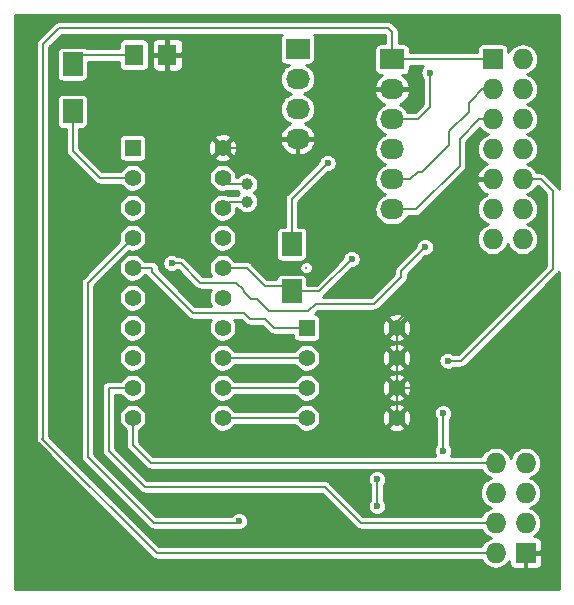
<source format=gbr>
G04 #@! TF.FileFunction,Copper,L1,Top,Signal*
%FSLAX46Y46*%
G04 Gerber Fmt 4.6, Leading zero omitted, Abs format (unit mm)*
G04 Created by KiCad (PCBNEW (after 2015-mar-04 BZR unknown)-product) date 10/04/2015 18:40:57*
%MOMM*%
G01*
G04 APERTURE LIST*
%ADD10C,0.100000*%
%ADD11R,1.597660X1.800860*%
%ADD12R,1.727200X1.727200*%
%ADD13O,1.727200X1.727200*%
%ADD14R,2.032000X1.727200*%
%ADD15O,2.032000X1.727200*%
%ADD16R,1.700000X2.000000*%
%ADD17R,1.397000X1.397000*%
%ADD18C,1.397000*%
%ADD19C,1.000760*%
%ADD20C,0.600000*%
%ADD21C,0.200000*%
%ADD22C,0.254000*%
G04 APERTURE END LIST*
D10*
D11*
X113388140Y-53340000D03*
X116227860Y-53340000D03*
D12*
X143764000Y-53721000D03*
D13*
X146304000Y-53721000D03*
X143764000Y-56261000D03*
X146304000Y-56261000D03*
X143764000Y-58801000D03*
X146304000Y-58801000D03*
X143764000Y-61341000D03*
X146304000Y-61341000D03*
X143764000Y-63881000D03*
X146304000Y-63881000D03*
X143764000Y-66421000D03*
X146304000Y-66421000D03*
X143764000Y-68961000D03*
X146304000Y-68961000D03*
D14*
X127254000Y-52832000D03*
D15*
X127254000Y-55372000D03*
X127254000Y-57912000D03*
X127254000Y-60452000D03*
D14*
X135255000Y-53721000D03*
D15*
X135255000Y-56261000D03*
X135255000Y-58801000D03*
X135255000Y-61341000D03*
X135255000Y-63881000D03*
X135255000Y-66421000D03*
D16*
X126746000Y-73374000D03*
X126746000Y-69374000D03*
X108204000Y-58134000D03*
X108204000Y-54134000D03*
D17*
X113284000Y-61214000D03*
D18*
X113284000Y-63754000D03*
X113284000Y-66294000D03*
X113284000Y-68834000D03*
X113284000Y-71374000D03*
X113284000Y-73914000D03*
X113284000Y-76454000D03*
X113284000Y-78994000D03*
X113284000Y-81534000D03*
X113284000Y-84074000D03*
X120904000Y-84074000D03*
X120904000Y-81534000D03*
X120904000Y-78994000D03*
X120904000Y-76454000D03*
X120904000Y-73914000D03*
X120904000Y-71374000D03*
X120904000Y-68834000D03*
X120904000Y-66294000D03*
X120904000Y-63754000D03*
X120904000Y-61214000D03*
D12*
X146558000Y-95504000D03*
D13*
X144018000Y-95504000D03*
X146558000Y-92964000D03*
X144018000Y-92964000D03*
X146558000Y-90424000D03*
X144018000Y-90424000D03*
X146558000Y-87884000D03*
X144018000Y-87884000D03*
D17*
X128016000Y-76454000D03*
D18*
X128016000Y-78994000D03*
X128016000Y-81534000D03*
X128016000Y-84074000D03*
X135636000Y-84074000D03*
X135636000Y-81534000D03*
X135636000Y-78994000D03*
X135636000Y-76454000D03*
D19*
X122936000Y-64274700D03*
X122936000Y-65773300D03*
D20*
X129794000Y-62484000D03*
X139954000Y-79248000D03*
X139573000Y-83693000D03*
X139573000Y-86868000D03*
X133985000Y-89281000D03*
X133985000Y-91567000D03*
X122301000Y-92837000D03*
X138049000Y-69596000D03*
X116586000Y-70993000D03*
X131826000Y-70612000D03*
X138430000Y-54864000D03*
D21*
X128016000Y-71342000D02*
X127984000Y-71374000D01*
X108998000Y-53340000D02*
X108204000Y-54134000D01*
X113388140Y-53340000D02*
X108998000Y-53340000D01*
X119634000Y-59944000D02*
X120904000Y-61214000D01*
X118618000Y-59944000D02*
X119634000Y-59944000D01*
X116227860Y-57553860D02*
X118618000Y-59944000D01*
X116227860Y-53340000D02*
X116227860Y-57553860D01*
X142494000Y-63881000D02*
X143764000Y-63881000D01*
X139954000Y-66421000D02*
X142494000Y-63881000D01*
X139954000Y-71628000D02*
X139954000Y-66421000D01*
X135636000Y-75946000D02*
X139954000Y-71628000D01*
X135636000Y-76454000D02*
X135636000Y-75946000D01*
X135636000Y-78994000D02*
X135636000Y-76454000D01*
X135636000Y-78994000D02*
X135636000Y-81534000D01*
X146558000Y-95504000D02*
X148336000Y-95504000D01*
X148336000Y-95504000D02*
X149098000Y-94742000D01*
X149098000Y-94742000D02*
X149098000Y-84328000D01*
X149098000Y-84328000D02*
X148844000Y-84074000D01*
X142875000Y-84074000D02*
X148844000Y-84074000D01*
X132461000Y-56261000D02*
X130556000Y-58166000D01*
X130556000Y-58166000D02*
X130556000Y-60198000D01*
X130556000Y-60198000D02*
X130302000Y-60452000D01*
X130302000Y-60452000D02*
X127254000Y-60452000D01*
X135255000Y-56261000D02*
X132461000Y-56261000D01*
X125730000Y-60452000D02*
X124968000Y-61214000D01*
X124968000Y-61214000D02*
X120904000Y-61214000D01*
X127254000Y-60452000D02*
X125730000Y-60452000D01*
X140335000Y-81534000D02*
X142875000Y-84074000D01*
X135636000Y-81534000D02*
X140335000Y-81534000D01*
X135636000Y-81534000D02*
X135636000Y-84074000D01*
X135255000Y-53721000D02*
X143764000Y-53721000D01*
X115316000Y-95504000D02*
X144018000Y-95504000D01*
X105647924Y-85835924D02*
X115316000Y-95504000D01*
X105664000Y-85819848D02*
X105647924Y-85835924D01*
X105664000Y-52456002D02*
X105664000Y-85819848D01*
X107066002Y-51054000D02*
X105664000Y-52456002D01*
X134874000Y-51054000D02*
X107066002Y-51054000D01*
X135255000Y-51435000D02*
X134874000Y-51054000D01*
X135255000Y-53721000D02*
X135255000Y-51435000D01*
X127254000Y-57912000D02*
X127000000Y-57912000D01*
X126746000Y-65532000D02*
X129794000Y-62484000D01*
X126746000Y-69374000D02*
X126746000Y-65532000D01*
X147828000Y-63881000D02*
X148844000Y-64897000D01*
X148844000Y-64897000D02*
X148844000Y-71501000D01*
X148844000Y-71501000D02*
X141097000Y-79248000D01*
X141097000Y-79248000D02*
X139954000Y-79248000D01*
X139573000Y-83693000D02*
X139573000Y-86868000D01*
X133985000Y-89281000D02*
X133985000Y-91567000D01*
X122301000Y-92837000D02*
X122174000Y-92964000D01*
X122174000Y-92964000D02*
X115062000Y-92964000D01*
X115062000Y-92964000D02*
X109474000Y-87376000D01*
X109474000Y-87376000D02*
X109474000Y-72644000D01*
X109474000Y-72644000D02*
X113284000Y-68834000D01*
X146304000Y-63881000D02*
X147828000Y-63881000D01*
X138049000Y-69596000D02*
X136017000Y-71628000D01*
X136017000Y-71628000D02*
X136017000Y-72136000D01*
X136017000Y-72136000D02*
X133731000Y-74422000D01*
X133731000Y-74422000D02*
X128778000Y-74422000D01*
X128778000Y-74422000D02*
X128143000Y-75057000D01*
X128143000Y-75057000D02*
X124841000Y-75057000D01*
X124841000Y-75057000D02*
X123825000Y-74041000D01*
X123825000Y-74041000D02*
X123317000Y-74041000D01*
X123317000Y-74041000D02*
X122682000Y-73406000D01*
X122682000Y-73406000D02*
X122682000Y-73279000D01*
X122682000Y-73279000D02*
X122047000Y-72644000D01*
X122047000Y-72644000D02*
X118999000Y-72644000D01*
X118999000Y-72644000D02*
X117348000Y-70993000D01*
X117348000Y-70993000D02*
X116586000Y-70993000D01*
X126270000Y-72898000D02*
X126746000Y-73374000D01*
X122936000Y-71374000D02*
X124460000Y-72898000D01*
X124460000Y-72898000D02*
X126270000Y-72898000D01*
X120904000Y-71374000D02*
X122936000Y-71374000D01*
X129064000Y-73374000D02*
X131826000Y-70612000D01*
X126746000Y-73374000D02*
X129064000Y-73374000D01*
X108204000Y-61468000D02*
X110490000Y-63754000D01*
X110490000Y-63754000D02*
X113284000Y-63754000D01*
X108204000Y-58134000D02*
X108204000Y-61468000D01*
X125222000Y-76454000D02*
X124460000Y-75692000D01*
X124460000Y-75692000D02*
X123190000Y-75692000D01*
X123190000Y-75692000D02*
X122682000Y-75184000D01*
X122682000Y-75184000D02*
X118364000Y-75184000D01*
X118364000Y-75184000D02*
X117094000Y-73914000D01*
X114935000Y-71374000D02*
X113284000Y-71374000D01*
X128016000Y-76454000D02*
X125222000Y-76454000D01*
X114935000Y-71755000D02*
X117094000Y-73914000D01*
X114935000Y-71374000D02*
X114935000Y-71755000D01*
X111252000Y-81534000D02*
X111252000Y-86868000D01*
X111252000Y-86868000D02*
X114300000Y-89916000D01*
X114300000Y-89916000D02*
X129540000Y-89916000D01*
X129540000Y-89916000D02*
X132588000Y-92964000D01*
X132588000Y-92964000D02*
X144018000Y-92964000D01*
X113284000Y-81534000D02*
X111252000Y-81534000D01*
X113284000Y-86360000D02*
X114808000Y-87884000D01*
X114808000Y-87884000D02*
X144018000Y-87884000D01*
X113284000Y-84074000D02*
X113284000Y-86360000D01*
X120904000Y-84074000D02*
X128016000Y-84074000D01*
X128016000Y-81534000D02*
X120904000Y-81534000D01*
X120904000Y-78994000D02*
X128016000Y-78994000D01*
X121424700Y-65773300D02*
X120904000Y-66294000D01*
X122936000Y-65773300D02*
X121424700Y-65773300D01*
X121424700Y-64274700D02*
X120904000Y-63754000D01*
X122936000Y-64274700D02*
X121424700Y-64274700D01*
X138430000Y-54864000D02*
X138430000Y-57785000D01*
X138430000Y-57785000D02*
X137414000Y-58801000D01*
X137414000Y-58801000D02*
X135255000Y-58801000D01*
X136779000Y-63881000D02*
X137414000Y-63246000D01*
X141986000Y-57150000D02*
X142875000Y-56261000D01*
X142875000Y-56261000D02*
X143764000Y-56261000D01*
X135255000Y-63881000D02*
X136779000Y-63881000D01*
X137795000Y-63246000D02*
X140081000Y-60960000D01*
X140081000Y-60960000D02*
X140081000Y-59817000D01*
X140081000Y-59817000D02*
X141732000Y-58166000D01*
X141732000Y-58166000D02*
X141732000Y-57404000D01*
X141732000Y-57404000D02*
X141986000Y-57150000D01*
X137414000Y-63246000D02*
X137414000Y-63246000D01*
X137414000Y-63246000D02*
X137795000Y-63246000D01*
X137287000Y-66421000D02*
X140970000Y-62738000D01*
X140970000Y-62738000D02*
X140970000Y-60452000D01*
X140970000Y-60452000D02*
X142621000Y-58801000D01*
X142621000Y-58801000D02*
X143256000Y-58801000D01*
X135255000Y-66421000D02*
X137287000Y-66421000D01*
D22*
G36*
X149383000Y-98583000D02*
X147948600Y-98583000D01*
X147948600Y-96419505D01*
X147948600Y-96315695D01*
X147948600Y-95708750D01*
X147816850Y-95577000D01*
X146631000Y-95577000D01*
X146631000Y-96762850D01*
X146762750Y-96894600D01*
X147473505Y-96894600D01*
X147575320Y-96874348D01*
X147671228Y-96834621D01*
X147757543Y-96776948D01*
X147830948Y-96703543D01*
X147888621Y-96617228D01*
X147928348Y-96521320D01*
X147948600Y-96419505D01*
X147948600Y-98583000D01*
X103347000Y-98583000D01*
X103347000Y-50007000D01*
X149383000Y-50007000D01*
X149383000Y-64693954D01*
X149379736Y-64682720D01*
X149378340Y-64680026D01*
X149377463Y-64677122D01*
X149352435Y-64630050D01*
X149327913Y-64582743D01*
X149326020Y-64580372D01*
X149324596Y-64577693D01*
X149290913Y-64536394D01*
X149257657Y-64494735D01*
X149253488Y-64490507D01*
X149253422Y-64490426D01*
X149253346Y-64490363D01*
X149252001Y-64488999D01*
X148236001Y-63472999D01*
X148194784Y-63439143D01*
X148153986Y-63404910D01*
X148151330Y-63403449D01*
X148148983Y-63401522D01*
X148101955Y-63376306D01*
X148055304Y-63350659D01*
X148052415Y-63349742D01*
X148049738Y-63348307D01*
X147998692Y-63332700D01*
X147947965Y-63316609D01*
X147944954Y-63316271D01*
X147942049Y-63315383D01*
X147889018Y-63309996D01*
X147836056Y-63304056D01*
X147830119Y-63304014D01*
X147830014Y-63304004D01*
X147829915Y-63304013D01*
X147828000Y-63304000D01*
X147514364Y-63304000D01*
X147432253Y-63146937D01*
X147268309Y-62943031D01*
X147067882Y-62774853D01*
X146838606Y-62648807D01*
X146719777Y-62611112D01*
X146821350Y-62580446D01*
X147052364Y-62457614D01*
X147255120Y-62292251D01*
X147421895Y-62090654D01*
X147546337Y-61860503D01*
X147623706Y-61610565D01*
X147651054Y-61350359D01*
X147627341Y-61089797D01*
X147553470Y-60838802D01*
X147432253Y-60606937D01*
X147268309Y-60403031D01*
X147067882Y-60234853D01*
X146838606Y-60108807D01*
X146719777Y-60071112D01*
X146821350Y-60040446D01*
X147052364Y-59917614D01*
X147255120Y-59752251D01*
X147421895Y-59550654D01*
X147546337Y-59320503D01*
X147623706Y-59070565D01*
X147651054Y-58810359D01*
X147627341Y-58549797D01*
X147553470Y-58298802D01*
X147432253Y-58066937D01*
X147268309Y-57863031D01*
X147067882Y-57694853D01*
X146838606Y-57568807D01*
X146719777Y-57531112D01*
X146821350Y-57500446D01*
X147052364Y-57377614D01*
X147255120Y-57212251D01*
X147421895Y-57010654D01*
X147546337Y-56780503D01*
X147623706Y-56530565D01*
X147651054Y-56270359D01*
X147627341Y-56009797D01*
X147553470Y-55758802D01*
X147432253Y-55526937D01*
X147268309Y-55323031D01*
X147067882Y-55154853D01*
X146838606Y-55028807D01*
X146719777Y-54991112D01*
X146821350Y-54960446D01*
X147052364Y-54837614D01*
X147255120Y-54672251D01*
X147421895Y-54470654D01*
X147546337Y-54240503D01*
X147623706Y-53990565D01*
X147651054Y-53730359D01*
X147627341Y-53469797D01*
X147553470Y-53218802D01*
X147432253Y-52986937D01*
X147268309Y-52783031D01*
X147067882Y-52614853D01*
X146838606Y-52488807D01*
X146589213Y-52409695D01*
X146329205Y-52380531D01*
X146310487Y-52380400D01*
X146297513Y-52380400D01*
X146037122Y-52405932D01*
X145786650Y-52481554D01*
X145555636Y-52604386D01*
X145352880Y-52769749D01*
X145186105Y-52971346D01*
X145106908Y-53117818D01*
X145106908Y-52857400D01*
X145100617Y-52779996D01*
X145060451Y-52651545D01*
X144986158Y-52539325D01*
X144883596Y-52452182D01*
X144760851Y-52396987D01*
X144627600Y-52378092D01*
X142900400Y-52378092D01*
X142822996Y-52384383D01*
X142694545Y-52424549D01*
X142582325Y-52498842D01*
X142495182Y-52601404D01*
X142439987Y-52724149D01*
X142421092Y-52857400D01*
X142421092Y-53144000D01*
X136750308Y-53144000D01*
X136750308Y-52857400D01*
X136744017Y-52779996D01*
X136703851Y-52651545D01*
X136629558Y-52539325D01*
X136526996Y-52452182D01*
X136404251Y-52396987D01*
X136271000Y-52378092D01*
X135832000Y-52378092D01*
X135832000Y-51435000D01*
X135826794Y-51381912D01*
X135822153Y-51328860D01*
X135821307Y-51325949D01*
X135821011Y-51322927D01*
X135805598Y-51271876D01*
X135790736Y-51220720D01*
X135789340Y-51218026D01*
X135788463Y-51215122D01*
X135763435Y-51168050D01*
X135738913Y-51120743D01*
X135737020Y-51118372D01*
X135735596Y-51115693D01*
X135701913Y-51074394D01*
X135668657Y-51032735D01*
X135664492Y-51028511D01*
X135664422Y-51028426D01*
X135664342Y-51028360D01*
X135663000Y-51026999D01*
X135282001Y-50645999D01*
X135240784Y-50612143D01*
X135199986Y-50577910D01*
X135197330Y-50576449D01*
X135194983Y-50574522D01*
X135147955Y-50549306D01*
X135101304Y-50523659D01*
X135098415Y-50522742D01*
X135095738Y-50521307D01*
X135044692Y-50505700D01*
X134993965Y-50489609D01*
X134990954Y-50489271D01*
X134988049Y-50488383D01*
X134935018Y-50482996D01*
X134882056Y-50477056D01*
X134876119Y-50477014D01*
X134876014Y-50477004D01*
X134875915Y-50477013D01*
X134874000Y-50477000D01*
X107066002Y-50477000D01*
X107012959Y-50482200D01*
X106959862Y-50486847D01*
X106956951Y-50487692D01*
X106953929Y-50487989D01*
X106902878Y-50503401D01*
X106851722Y-50518264D01*
X106849028Y-50519659D01*
X106846124Y-50520537D01*
X106799052Y-50545564D01*
X106751745Y-50570087D01*
X106749374Y-50571979D01*
X106746695Y-50573404D01*
X106705396Y-50607086D01*
X106663737Y-50640343D01*
X106659513Y-50644507D01*
X106659428Y-50644578D01*
X106659362Y-50644657D01*
X106658001Y-50646000D01*
X105255999Y-52048001D01*
X105222143Y-52089217D01*
X105187910Y-52130016D01*
X105186449Y-52132671D01*
X105184522Y-52135019D01*
X105159306Y-52182046D01*
X105133659Y-52228698D01*
X105132742Y-52231586D01*
X105131307Y-52234264D01*
X105115700Y-52285309D01*
X105099609Y-52336037D01*
X105099271Y-52339047D01*
X105098383Y-52341953D01*
X105092996Y-52394983D01*
X105087056Y-52447946D01*
X105087014Y-52453882D01*
X105087004Y-52453988D01*
X105087013Y-52454086D01*
X105087000Y-52456002D01*
X105087000Y-85705542D01*
X105083118Y-85717930D01*
X105082900Y-85719934D01*
X105082307Y-85721875D01*
X105076819Y-85775898D01*
X105070955Y-85829882D01*
X105071131Y-85831903D01*
X105070928Y-85833910D01*
X105076035Y-85887949D01*
X105080771Y-85942064D01*
X105081334Y-85944002D01*
X105081525Y-85946021D01*
X105097049Y-85998097D01*
X105112188Y-86050204D01*
X105113119Y-86052001D01*
X105113697Y-86053938D01*
X105138989Y-86101908D01*
X105164011Y-86150181D01*
X105165275Y-86151764D01*
X105166217Y-86153551D01*
X105200344Y-86195695D01*
X105234267Y-86238189D01*
X105236998Y-86240958D01*
X105237085Y-86241066D01*
X105237190Y-86241154D01*
X105239923Y-86243925D01*
X114907999Y-95912000D01*
X114949185Y-95945831D01*
X114990014Y-95980090D01*
X114992670Y-95981550D01*
X114995017Y-95983478D01*
X115042009Y-96008674D01*
X115088696Y-96034341D01*
X115091588Y-96035258D01*
X115094262Y-96036692D01*
X115145261Y-96052284D01*
X115196035Y-96068391D01*
X115199045Y-96068728D01*
X115201951Y-96069617D01*
X115254981Y-96075003D01*
X115307944Y-96080944D01*
X115313880Y-96080985D01*
X115313986Y-96080996D01*
X115314084Y-96080986D01*
X115316000Y-96081000D01*
X142807635Y-96081000D01*
X142889747Y-96238063D01*
X143053691Y-96441969D01*
X143254118Y-96610147D01*
X143483394Y-96736193D01*
X143732787Y-96815305D01*
X143992795Y-96844469D01*
X144011513Y-96844600D01*
X144024487Y-96844600D01*
X144284878Y-96819068D01*
X144535350Y-96743446D01*
X144766364Y-96620614D01*
X144969120Y-96455251D01*
X145135895Y-96253654D01*
X145167400Y-96195386D01*
X145167400Y-96315695D01*
X145167400Y-96419505D01*
X145187652Y-96521320D01*
X145227379Y-96617228D01*
X145285052Y-96703543D01*
X145358457Y-96776948D01*
X145444772Y-96834621D01*
X145540680Y-96874348D01*
X145642495Y-96894600D01*
X146353250Y-96894600D01*
X146485000Y-96762850D01*
X146485000Y-95577000D01*
X146465000Y-95577000D01*
X146465000Y-95431000D01*
X146485000Y-95431000D01*
X146485000Y-95411000D01*
X146631000Y-95411000D01*
X146631000Y-95431000D01*
X147816850Y-95431000D01*
X147948600Y-95299250D01*
X147948600Y-94692305D01*
X147948600Y-94588495D01*
X147928348Y-94486680D01*
X147888621Y-94390772D01*
X147830948Y-94304457D01*
X147757543Y-94231052D01*
X147671228Y-94173379D01*
X147575320Y-94133652D01*
X147473505Y-94113400D01*
X147244702Y-94113400D01*
X147306364Y-94080614D01*
X147509120Y-93915251D01*
X147675895Y-93713654D01*
X147800337Y-93483503D01*
X147877706Y-93233565D01*
X147905054Y-92973359D01*
X147881341Y-92712797D01*
X147807470Y-92461802D01*
X147686253Y-92229937D01*
X147522309Y-92026031D01*
X147321882Y-91857853D01*
X147092606Y-91731807D01*
X146973777Y-91694112D01*
X147075350Y-91663446D01*
X147306364Y-91540614D01*
X147509120Y-91375251D01*
X147675895Y-91173654D01*
X147800337Y-90943503D01*
X147877706Y-90693565D01*
X147905054Y-90433359D01*
X147881341Y-90172797D01*
X147807470Y-89921802D01*
X147686253Y-89689937D01*
X147522309Y-89486031D01*
X147321882Y-89317853D01*
X147092606Y-89191807D01*
X146973777Y-89154112D01*
X147075350Y-89123446D01*
X147306364Y-89000614D01*
X147509120Y-88835251D01*
X147675895Y-88633654D01*
X147800337Y-88403503D01*
X147877706Y-88153565D01*
X147905054Y-87893359D01*
X147881341Y-87632797D01*
X147807470Y-87381802D01*
X147686253Y-87149937D01*
X147522309Y-86946031D01*
X147321882Y-86777853D01*
X147092606Y-86651807D01*
X146843213Y-86572695D01*
X146583205Y-86543531D01*
X146564487Y-86543400D01*
X146551513Y-86543400D01*
X146291122Y-86568932D01*
X146040650Y-86644554D01*
X145809636Y-86767386D01*
X145606880Y-86932749D01*
X145440105Y-87134346D01*
X145315663Y-87364497D01*
X145288347Y-87452738D01*
X145267470Y-87381802D01*
X145146253Y-87149937D01*
X144982309Y-86946031D01*
X144781882Y-86777853D01*
X144552606Y-86651807D01*
X144303213Y-86572695D01*
X144043205Y-86543531D01*
X144024487Y-86543400D01*
X144011513Y-86543400D01*
X143751122Y-86568932D01*
X143500650Y-86644554D01*
X143269636Y-86767386D01*
X143066880Y-86932749D01*
X142900105Y-87134346D01*
X142806751Y-87307000D01*
X140214232Y-87307000D01*
X140251867Y-87253650D01*
X140313844Y-87114446D01*
X140347603Y-86965855D01*
X140350034Y-86791811D01*
X140320437Y-86642336D01*
X140262370Y-86501455D01*
X140178046Y-86374537D01*
X140150000Y-86346294D01*
X140150000Y-84216526D01*
X140164031Y-84203165D01*
X140251867Y-84078650D01*
X140313844Y-83939446D01*
X140347603Y-83790855D01*
X140350034Y-83616811D01*
X140320437Y-83467336D01*
X140262370Y-83326455D01*
X140178046Y-83199537D01*
X140070675Y-83091414D01*
X139944348Y-83006206D01*
X139803877Y-82947157D01*
X139654612Y-82916517D01*
X139502238Y-82915453D01*
X139352559Y-82944006D01*
X139211277Y-83001088D01*
X139083773Y-83084524D01*
X138974903Y-83191137D01*
X138888815Y-83316866D01*
X138828787Y-83456922D01*
X138826034Y-83469873D01*
X138826034Y-69519811D01*
X138796437Y-69370336D01*
X138738370Y-69229455D01*
X138654046Y-69102537D01*
X138546675Y-68994414D01*
X138420348Y-68909206D01*
X138279877Y-68850157D01*
X138130612Y-68819517D01*
X137978238Y-68818453D01*
X137828559Y-68847006D01*
X137687277Y-68904088D01*
X137559773Y-68987524D01*
X137450903Y-69094137D01*
X137364815Y-69219866D01*
X137304787Y-69359922D01*
X137273106Y-69508970D01*
X137272441Y-69556556D01*
X135608999Y-71219999D01*
X135575143Y-71261215D01*
X135540910Y-71302014D01*
X135539449Y-71304669D01*
X135537522Y-71307017D01*
X135512306Y-71354044D01*
X135486659Y-71400696D01*
X135485742Y-71403584D01*
X135484307Y-71406262D01*
X135468700Y-71457307D01*
X135452609Y-71508035D01*
X135452271Y-71511045D01*
X135451383Y-71513951D01*
X135445996Y-71566981D01*
X135440056Y-71619944D01*
X135440014Y-71625880D01*
X135440004Y-71625986D01*
X135440013Y-71626084D01*
X135440000Y-71628000D01*
X135440000Y-71896998D01*
X133491998Y-73845000D01*
X129395072Y-73845000D01*
X129424605Y-73820913D01*
X129466265Y-73787657D01*
X129470492Y-73783488D01*
X129470574Y-73783422D01*
X129470636Y-73783346D01*
X129472001Y-73782001D01*
X131864001Y-71390000D01*
X131885899Y-71390459D01*
X132035962Y-71363999D01*
X132178027Y-71308895D01*
X132306684Y-71227247D01*
X132417031Y-71122165D01*
X132504867Y-70997650D01*
X132566844Y-70858446D01*
X132600603Y-70709855D01*
X132603034Y-70535811D01*
X132573437Y-70386336D01*
X132515370Y-70245455D01*
X132431046Y-70118537D01*
X132323675Y-70010414D01*
X132197348Y-69925206D01*
X132056877Y-69866157D01*
X131907612Y-69835517D01*
X131755238Y-69834453D01*
X131605559Y-69863006D01*
X131464277Y-69920088D01*
X131336773Y-70003524D01*
X131227903Y-70110137D01*
X131141815Y-70235866D01*
X131081787Y-70375922D01*
X131050106Y-70524970D01*
X131049441Y-70572556D01*
X130571034Y-71050963D01*
X130571034Y-62407811D01*
X130541437Y-62258336D01*
X130483370Y-62117455D01*
X130399046Y-61990537D01*
X130291675Y-61882414D01*
X130165348Y-61797206D01*
X130024877Y-61738157D01*
X129875612Y-61707517D01*
X129723238Y-61706453D01*
X129573559Y-61735006D01*
X129432277Y-61792088D01*
X129304773Y-61875524D01*
X129195903Y-61982137D01*
X129109815Y-62107866D01*
X129049787Y-62247922D01*
X129018106Y-62396970D01*
X129017441Y-62444556D01*
X128766566Y-62695431D01*
X128766566Y-60741339D01*
X128663132Y-60525000D01*
X127327000Y-60525000D01*
X127327000Y-61842600D01*
X127479400Y-61842600D01*
X127749290Y-61801638D01*
X128006003Y-61708811D01*
X128239673Y-61567685D01*
X128441321Y-61383684D01*
X128603198Y-61163879D01*
X128719083Y-60916717D01*
X128766566Y-60741339D01*
X128766566Y-62695431D01*
X127181000Y-64280997D01*
X127181000Y-61842600D01*
X127181000Y-60525000D01*
X125844868Y-60525000D01*
X125741434Y-60741339D01*
X125788917Y-60916717D01*
X125904802Y-61163879D01*
X126066679Y-61383684D01*
X126268327Y-61567685D01*
X126501997Y-61708811D01*
X126758710Y-61801638D01*
X127028600Y-61842600D01*
X127181000Y-61842600D01*
X127181000Y-64280997D01*
X126337999Y-65123999D01*
X126304143Y-65165215D01*
X126269910Y-65206014D01*
X126268449Y-65208669D01*
X126266522Y-65211017D01*
X126241306Y-65258044D01*
X126215659Y-65304696D01*
X126214742Y-65307584D01*
X126213307Y-65310262D01*
X126197700Y-65361307D01*
X126181609Y-65412035D01*
X126181271Y-65415045D01*
X126180383Y-65417951D01*
X126174996Y-65470981D01*
X126169056Y-65523944D01*
X126169014Y-65529880D01*
X126169004Y-65529986D01*
X126169013Y-65530084D01*
X126169000Y-65532000D01*
X126169000Y-67894692D01*
X125896000Y-67894692D01*
X125818596Y-67900983D01*
X125690145Y-67941149D01*
X125577925Y-68015442D01*
X125490782Y-68118004D01*
X125435587Y-68240749D01*
X125416692Y-68374000D01*
X125416692Y-70374000D01*
X125422983Y-70451404D01*
X125463149Y-70579855D01*
X125537442Y-70692075D01*
X125640004Y-70779218D01*
X125762749Y-70834413D01*
X125896000Y-70853308D01*
X127596000Y-70853308D01*
X127673404Y-70847017D01*
X127798662Y-70807849D01*
X127701743Y-70858087D01*
X127613736Y-70928342D01*
X127608000Y-70933999D01*
X127575999Y-70965999D01*
X127504522Y-71053017D01*
X127451307Y-71152262D01*
X127418383Y-71259951D01*
X127407004Y-71371986D01*
X127417601Y-71484097D01*
X127449773Y-71592014D01*
X127502293Y-71691627D01*
X127573161Y-71779142D01*
X127659678Y-71851226D01*
X127758548Y-71905131D01*
X127866006Y-71938806D01*
X127977958Y-71950969D01*
X128090140Y-71941153D01*
X128198280Y-71909736D01*
X128298257Y-71857913D01*
X128386265Y-71787657D01*
X128392001Y-71782001D01*
X128424001Y-71750000D01*
X128495478Y-71662983D01*
X128548693Y-71563738D01*
X128581617Y-71456048D01*
X128592996Y-71344014D01*
X128582399Y-71231903D01*
X128550227Y-71123985D01*
X128497707Y-71024372D01*
X128426839Y-70936857D01*
X128340322Y-70864774D01*
X128241452Y-70810869D01*
X128133994Y-70777193D01*
X128022042Y-70765031D01*
X127909861Y-70774847D01*
X127803539Y-70805735D01*
X127914075Y-70732558D01*
X128001218Y-70629996D01*
X128056413Y-70507251D01*
X128075308Y-70374000D01*
X128075308Y-68374000D01*
X128069017Y-68296596D01*
X128028851Y-68168145D01*
X127954558Y-68055925D01*
X127851996Y-67968782D01*
X127729251Y-67913587D01*
X127596000Y-67894692D01*
X127323000Y-67894692D01*
X127323000Y-65771002D01*
X129832001Y-63262000D01*
X129853899Y-63262459D01*
X130003962Y-63235999D01*
X130146027Y-63180895D01*
X130274684Y-63099247D01*
X130385031Y-62994165D01*
X130472867Y-62869650D01*
X130534844Y-62730446D01*
X130568603Y-62581855D01*
X130571034Y-62407811D01*
X130571034Y-71050963D01*
X128824998Y-72797000D01*
X128075308Y-72797000D01*
X128075308Y-72374000D01*
X128069017Y-72296596D01*
X128028851Y-72168145D01*
X127954558Y-72055925D01*
X127851996Y-71968782D01*
X127729251Y-71913587D01*
X127596000Y-71894692D01*
X125896000Y-71894692D01*
X125818596Y-71900983D01*
X125690145Y-71941149D01*
X125577925Y-72015442D01*
X125490782Y-72118004D01*
X125435587Y-72240749D01*
X125424207Y-72321000D01*
X124699001Y-72321000D01*
X123913422Y-71535420D01*
X123913422Y-65677463D01*
X123876192Y-65489439D01*
X123803151Y-65312228D01*
X123697080Y-65152578D01*
X123567984Y-65022578D01*
X123679452Y-64916430D01*
X123789939Y-64759805D01*
X123867900Y-64584702D01*
X123910365Y-64397791D01*
X123913422Y-64178863D01*
X123876192Y-63990839D01*
X123803151Y-63813628D01*
X123697080Y-63653978D01*
X123562020Y-63517972D01*
X123403115Y-63410789D01*
X123226418Y-63336513D01*
X123038658Y-63297971D01*
X122846989Y-63296633D01*
X122658710Y-63332549D01*
X122480993Y-63404351D01*
X122320607Y-63509305D01*
X122183661Y-63643413D01*
X122146489Y-63697700D01*
X122135182Y-63697700D01*
X122135182Y-61189316D01*
X122106709Y-60949599D01*
X122032018Y-60720042D01*
X121941404Y-60550515D01*
X121731495Y-60489743D01*
X121628257Y-60592981D01*
X121628257Y-60386505D01*
X121567485Y-60176596D01*
X121352348Y-60067090D01*
X121119982Y-60001659D01*
X120879316Y-59982818D01*
X120639599Y-60011291D01*
X120410042Y-60085982D01*
X120240515Y-60176596D01*
X120179743Y-60386505D01*
X120904000Y-61110762D01*
X121628257Y-60386505D01*
X121628257Y-60592981D01*
X121007238Y-61214000D01*
X121731495Y-61938257D01*
X121941404Y-61877485D01*
X122050910Y-61662348D01*
X122116341Y-61429982D01*
X122135182Y-61189316D01*
X122135182Y-63697700D01*
X122078727Y-63697700D01*
X122079551Y-63638736D01*
X122034774Y-63412599D01*
X121946927Y-63199466D01*
X121819355Y-63007455D01*
X121656918Y-62843879D01*
X121628257Y-62824546D01*
X121628257Y-62041495D01*
X120904000Y-61317238D01*
X120800762Y-61420476D01*
X120800762Y-61214000D01*
X120076505Y-60489743D01*
X119866596Y-60550515D01*
X119757090Y-60765652D01*
X119691659Y-60998018D01*
X119672818Y-61238684D01*
X119701291Y-61478401D01*
X119775982Y-61707958D01*
X119866596Y-61877485D01*
X120076505Y-61938257D01*
X120800762Y-61214000D01*
X120800762Y-61420476D01*
X120179743Y-62041495D01*
X120240515Y-62251404D01*
X120455652Y-62360910D01*
X120688018Y-62426341D01*
X120928684Y-62445182D01*
X121168401Y-62416709D01*
X121397958Y-62342018D01*
X121567485Y-62251404D01*
X121628257Y-62041495D01*
X121628257Y-62824546D01*
X121465802Y-62714970D01*
X121253287Y-62625637D01*
X121027468Y-62579283D01*
X120796946Y-62577673D01*
X120570502Y-62620870D01*
X120356760Y-62707227D01*
X120163863Y-62833455D01*
X119999157Y-62994747D01*
X119868917Y-63184958D01*
X119778103Y-63396844D01*
X119730173Y-63622334D01*
X119726955Y-63852839D01*
X119768569Y-64079580D01*
X119853432Y-64293919D01*
X119978311Y-64487692D01*
X120138449Y-64653520D01*
X120327746Y-64785085D01*
X120538993Y-64877377D01*
X120764143Y-64926879D01*
X120994620Y-64931707D01*
X121221645Y-64891676D01*
X121345049Y-64843810D01*
X121363681Y-64845703D01*
X121416644Y-64851644D01*
X121422580Y-64851685D01*
X121422686Y-64851696D01*
X121422784Y-64851686D01*
X121424700Y-64851700D01*
X122145038Y-64851700D01*
X122166328Y-64884735D01*
X122299476Y-65022614D01*
X122303050Y-65025098D01*
X122183661Y-65142013D01*
X122146489Y-65196300D01*
X121424700Y-65196300D01*
X121371657Y-65201500D01*
X121344298Y-65203894D01*
X121253287Y-65165637D01*
X121027468Y-65119283D01*
X120796946Y-65117673D01*
X120570502Y-65160870D01*
X120356760Y-65247227D01*
X120163863Y-65373455D01*
X119999157Y-65534747D01*
X119868917Y-65724958D01*
X119778103Y-65936844D01*
X119730173Y-66162334D01*
X119726955Y-66392839D01*
X119768569Y-66619580D01*
X119853432Y-66833919D01*
X119978311Y-67027692D01*
X120138449Y-67193520D01*
X120327746Y-67325085D01*
X120538993Y-67417377D01*
X120764143Y-67466879D01*
X120994620Y-67471707D01*
X121221645Y-67431676D01*
X121436571Y-67348312D01*
X121631212Y-67224789D01*
X121798153Y-67065813D01*
X121931037Y-66877438D01*
X122024801Y-66666841D01*
X122075874Y-66442042D01*
X122077155Y-66350300D01*
X122145038Y-66350300D01*
X122166328Y-66383335D01*
X122299476Y-66521214D01*
X122456869Y-66630605D01*
X122632512Y-66707341D01*
X122819714Y-66748500D01*
X123011346Y-66752514D01*
X123200109Y-66719231D01*
X123378811Y-66649917D01*
X123540647Y-66547212D01*
X123679452Y-66415030D01*
X123789939Y-66258405D01*
X123867900Y-66083302D01*
X123910365Y-65896391D01*
X123913422Y-65677463D01*
X123913422Y-71535420D01*
X123344001Y-70965999D01*
X123302784Y-70932143D01*
X123261986Y-70897910D01*
X123259330Y-70896449D01*
X123256983Y-70894522D01*
X123209955Y-70869306D01*
X123163304Y-70843659D01*
X123160415Y-70842742D01*
X123157738Y-70841307D01*
X123106692Y-70825700D01*
X123055965Y-70809609D01*
X123052954Y-70809271D01*
X123050049Y-70808383D01*
X122997018Y-70802996D01*
X122944056Y-70797056D01*
X122938119Y-70797014D01*
X122938014Y-70797004D01*
X122937915Y-70797013D01*
X122936000Y-70797000D01*
X122079551Y-70797000D01*
X122079551Y-68718736D01*
X122034774Y-68492599D01*
X121946927Y-68279466D01*
X121819355Y-68087455D01*
X121656918Y-67923879D01*
X121465802Y-67794970D01*
X121253287Y-67705637D01*
X121027468Y-67659283D01*
X120796946Y-67657673D01*
X120570502Y-67700870D01*
X120356760Y-67787227D01*
X120163863Y-67913455D01*
X119999157Y-68074747D01*
X119868917Y-68264958D01*
X119778103Y-68476844D01*
X119730173Y-68702334D01*
X119726955Y-68932839D01*
X119768569Y-69159580D01*
X119853432Y-69373919D01*
X119978311Y-69567692D01*
X120138449Y-69733520D01*
X120327746Y-69865085D01*
X120538993Y-69957377D01*
X120764143Y-70006879D01*
X120994620Y-70011707D01*
X121221645Y-69971676D01*
X121436571Y-69888312D01*
X121631212Y-69764789D01*
X121798153Y-69605813D01*
X121931037Y-69417438D01*
X122024801Y-69206841D01*
X122075874Y-68982042D01*
X122079551Y-68718736D01*
X122079551Y-70797000D01*
X121932000Y-70797000D01*
X121819355Y-70627455D01*
X121656918Y-70463879D01*
X121465802Y-70334970D01*
X121253287Y-70245637D01*
X121027468Y-70199283D01*
X120796946Y-70197673D01*
X120570502Y-70240870D01*
X120356760Y-70327227D01*
X120163863Y-70453455D01*
X119999157Y-70614747D01*
X119868917Y-70804958D01*
X119778103Y-71016844D01*
X119730173Y-71242334D01*
X119726955Y-71472839D01*
X119768569Y-71699580D01*
X119853432Y-71913919D01*
X119952086Y-72067000D01*
X119238001Y-72067000D01*
X117756001Y-70584999D01*
X117714784Y-70551143D01*
X117673986Y-70516910D01*
X117671330Y-70515449D01*
X117668983Y-70513522D01*
X117621955Y-70488306D01*
X117575304Y-70462659D01*
X117572415Y-70461742D01*
X117569738Y-70460307D01*
X117553690Y-70455400D01*
X117553690Y-54292335D01*
X117553690Y-54188525D01*
X117553690Y-53544750D01*
X117553690Y-53135250D01*
X117553690Y-52491475D01*
X117553690Y-52387665D01*
X117533438Y-52285850D01*
X117493711Y-52189942D01*
X117436038Y-52103627D01*
X117362633Y-52030222D01*
X117276318Y-51972549D01*
X117180410Y-51932822D01*
X117078595Y-51912570D01*
X116432610Y-51912570D01*
X116300860Y-52044320D01*
X116300860Y-53267000D01*
X117421940Y-53267000D01*
X117553690Y-53135250D01*
X117553690Y-53544750D01*
X117421940Y-53413000D01*
X116300860Y-53413000D01*
X116300860Y-54635680D01*
X116432610Y-54767430D01*
X117078595Y-54767430D01*
X117180410Y-54747178D01*
X117276318Y-54707451D01*
X117362633Y-54649778D01*
X117436038Y-54576373D01*
X117493711Y-54490058D01*
X117533438Y-54394150D01*
X117553690Y-54292335D01*
X117553690Y-70455400D01*
X117518692Y-70444700D01*
X117467965Y-70428609D01*
X117464954Y-70428271D01*
X117462049Y-70427383D01*
X117409018Y-70421996D01*
X117356056Y-70416056D01*
X117350119Y-70416014D01*
X117350014Y-70416004D01*
X117349915Y-70416013D01*
X117348000Y-70416000D01*
X117108090Y-70416000D01*
X117083675Y-70391414D01*
X116957348Y-70306206D01*
X116816877Y-70247157D01*
X116667612Y-70216517D01*
X116515238Y-70215453D01*
X116365559Y-70244006D01*
X116224277Y-70301088D01*
X116154860Y-70346513D01*
X116154860Y-54635680D01*
X116154860Y-53413000D01*
X116154860Y-53267000D01*
X116154860Y-52044320D01*
X116023110Y-51912570D01*
X115377125Y-51912570D01*
X115275310Y-51932822D01*
X115179402Y-51972549D01*
X115093087Y-52030222D01*
X115019682Y-52103627D01*
X114962009Y-52189942D01*
X114922282Y-52285850D01*
X114902030Y-52387665D01*
X114902030Y-52491475D01*
X114902030Y-53135250D01*
X115033780Y-53267000D01*
X116154860Y-53267000D01*
X116154860Y-53413000D01*
X115033780Y-53413000D01*
X114902030Y-53544750D01*
X114902030Y-54188525D01*
X114902030Y-54292335D01*
X114922282Y-54394150D01*
X114962009Y-54490058D01*
X115019682Y-54576373D01*
X115093087Y-54649778D01*
X115179402Y-54707451D01*
X115275310Y-54747178D01*
X115377125Y-54767430D01*
X116023110Y-54767430D01*
X116154860Y-54635680D01*
X116154860Y-70346513D01*
X116096773Y-70384524D01*
X115987903Y-70491137D01*
X115901815Y-70616866D01*
X115841787Y-70756922D01*
X115810106Y-70905970D01*
X115807978Y-71058332D01*
X115835485Y-71208207D01*
X115891579Y-71349884D01*
X115974123Y-71477967D01*
X116079974Y-71587579D01*
X116205099Y-71674543D01*
X116344732Y-71735547D01*
X116493555Y-71768268D01*
X116645899Y-71771459D01*
X116795962Y-71744999D01*
X116938027Y-71689895D01*
X117066684Y-71608247D01*
X117106847Y-71570000D01*
X117108998Y-71570000D01*
X118591000Y-73052001D01*
X118632168Y-73085817D01*
X118673014Y-73120090D01*
X118675672Y-73121551D01*
X118678018Y-73123478D01*
X118725023Y-73148682D01*
X118771696Y-73174341D01*
X118774584Y-73175257D01*
X118777262Y-73176693D01*
X118828294Y-73192295D01*
X118879035Y-73208391D01*
X118882047Y-73208728D01*
X118884952Y-73209617D01*
X118938021Y-73215007D01*
X118990944Y-73220944D01*
X118996869Y-73220985D01*
X118996986Y-73220997D01*
X118997094Y-73220986D01*
X118999000Y-73221000D01*
X119953792Y-73221000D01*
X119868917Y-73344958D01*
X119778103Y-73556844D01*
X119730173Y-73782334D01*
X119726955Y-74012839D01*
X119768569Y-74239580D01*
X119853432Y-74453919D01*
X119952086Y-74607000D01*
X118603001Y-74607000D01*
X117502001Y-73505999D01*
X115512000Y-71515998D01*
X115512000Y-71374000D01*
X115506704Y-71319992D01*
X115501780Y-71265881D01*
X115501208Y-71263938D01*
X115501011Y-71261927D01*
X115485322Y-71209963D01*
X115469985Y-71157852D01*
X115469048Y-71156059D01*
X115468463Y-71154122D01*
X115442949Y-71106138D01*
X115417813Y-71058056D01*
X115416546Y-71056481D01*
X115415596Y-71054693D01*
X115381283Y-71012622D01*
X115347251Y-70970294D01*
X115345698Y-70968991D01*
X115344422Y-70967426D01*
X115302588Y-70932817D01*
X115260986Y-70897910D01*
X115259215Y-70896936D01*
X115257654Y-70895645D01*
X115209850Y-70869798D01*
X115162304Y-70843659D01*
X115160375Y-70843047D01*
X115158596Y-70842085D01*
X115106703Y-70826021D01*
X115054965Y-70809609D01*
X115052955Y-70809383D01*
X115051022Y-70808785D01*
X114997014Y-70803108D01*
X114943056Y-70797056D01*
X114939170Y-70797028D01*
X114939028Y-70797014D01*
X114938885Y-70797027D01*
X114935000Y-70797000D01*
X114666278Y-70797000D01*
X114666278Y-54240430D01*
X114666278Y-52439570D01*
X114659987Y-52362166D01*
X114619821Y-52233715D01*
X114545528Y-52121495D01*
X114442966Y-52034352D01*
X114320221Y-51979157D01*
X114186970Y-51960262D01*
X112589310Y-51960262D01*
X112511906Y-51966553D01*
X112383455Y-52006719D01*
X112271235Y-52081012D01*
X112184092Y-52183574D01*
X112128897Y-52306319D01*
X112110002Y-52439570D01*
X112110002Y-52763000D01*
X109350268Y-52763000D01*
X109309996Y-52728782D01*
X109187251Y-52673587D01*
X109054000Y-52654692D01*
X107354000Y-52654692D01*
X107276596Y-52660983D01*
X107148145Y-52701149D01*
X107035925Y-52775442D01*
X106948782Y-52878004D01*
X106893587Y-53000749D01*
X106874692Y-53134000D01*
X106874692Y-55134000D01*
X106880983Y-55211404D01*
X106921149Y-55339855D01*
X106995442Y-55452075D01*
X107098004Y-55539218D01*
X107220749Y-55594413D01*
X107354000Y-55613308D01*
X109054000Y-55613308D01*
X109131404Y-55607017D01*
X109259855Y-55566851D01*
X109372075Y-55492558D01*
X109459218Y-55389996D01*
X109514413Y-55267251D01*
X109533308Y-55134000D01*
X109533308Y-53917000D01*
X112110002Y-53917000D01*
X112110002Y-54240430D01*
X112116293Y-54317834D01*
X112156459Y-54446285D01*
X112230752Y-54558505D01*
X112333314Y-54645648D01*
X112456059Y-54700843D01*
X112589310Y-54719738D01*
X114186970Y-54719738D01*
X114264374Y-54713447D01*
X114392825Y-54673281D01*
X114505045Y-54598988D01*
X114592188Y-54496426D01*
X114647383Y-54373681D01*
X114666278Y-54240430D01*
X114666278Y-70797000D01*
X114461808Y-70797000D01*
X114461808Y-61912500D01*
X114461808Y-60515500D01*
X114455517Y-60438096D01*
X114415351Y-60309645D01*
X114341058Y-60197425D01*
X114238496Y-60110282D01*
X114115751Y-60055087D01*
X113982500Y-60036192D01*
X112585500Y-60036192D01*
X112508096Y-60042483D01*
X112379645Y-60082649D01*
X112267425Y-60156942D01*
X112180282Y-60259504D01*
X112125087Y-60382249D01*
X112106192Y-60515500D01*
X112106192Y-61912500D01*
X112112483Y-61989904D01*
X112152649Y-62118355D01*
X112226942Y-62230575D01*
X112329504Y-62317718D01*
X112452249Y-62372913D01*
X112585500Y-62391808D01*
X113982500Y-62391808D01*
X114059904Y-62385517D01*
X114188355Y-62345351D01*
X114300575Y-62271058D01*
X114387718Y-62168496D01*
X114442913Y-62045751D01*
X114461808Y-61912500D01*
X114461808Y-70797000D01*
X114312000Y-70797000D01*
X114199355Y-70627455D01*
X114036918Y-70463879D01*
X113845802Y-70334970D01*
X113633287Y-70245637D01*
X113407468Y-70199283D01*
X113176946Y-70197673D01*
X112950502Y-70240870D01*
X112736760Y-70327227D01*
X112543863Y-70453455D01*
X112379157Y-70614747D01*
X112248917Y-70804958D01*
X112158103Y-71016844D01*
X112110173Y-71242334D01*
X112106955Y-71472839D01*
X112148569Y-71699580D01*
X112233432Y-71913919D01*
X112358311Y-72107692D01*
X112518449Y-72273520D01*
X112707746Y-72405085D01*
X112918993Y-72497377D01*
X113144143Y-72546879D01*
X113374620Y-72551707D01*
X113601645Y-72511676D01*
X113816571Y-72428312D01*
X114011212Y-72304789D01*
X114178153Y-72145813D01*
X114311037Y-71957438D01*
X114313903Y-71951000D01*
X114393953Y-71951000D01*
X114399264Y-71969280D01*
X114400659Y-71971973D01*
X114401537Y-71974878D01*
X114426564Y-72021949D01*
X114451087Y-72069257D01*
X114452979Y-72071627D01*
X114454404Y-72074307D01*
X114488086Y-72115605D01*
X114521343Y-72157265D01*
X114525511Y-72161492D01*
X114525578Y-72161574D01*
X114525653Y-72161636D01*
X114526999Y-72163001D01*
X116685999Y-74322001D01*
X117955999Y-75592000D01*
X117997185Y-75625831D01*
X118038014Y-75660090D01*
X118040670Y-75661550D01*
X118043017Y-75663478D01*
X118090009Y-75688674D01*
X118136696Y-75714341D01*
X118139588Y-75715258D01*
X118142262Y-75716692D01*
X118193261Y-75732284D01*
X118244035Y-75748391D01*
X118247045Y-75748728D01*
X118249951Y-75749617D01*
X118302981Y-75755003D01*
X118355944Y-75760944D01*
X118361880Y-75760985D01*
X118361986Y-75760996D01*
X118362084Y-75760986D01*
X118364000Y-75761000D01*
X119953792Y-75761000D01*
X119868917Y-75884958D01*
X119778103Y-76096844D01*
X119730173Y-76322334D01*
X119726955Y-76552839D01*
X119768569Y-76779580D01*
X119853432Y-76993919D01*
X119978311Y-77187692D01*
X120138449Y-77353520D01*
X120327746Y-77485085D01*
X120538993Y-77577377D01*
X120764143Y-77626879D01*
X120994620Y-77631707D01*
X121221645Y-77591676D01*
X121436571Y-77508312D01*
X121631212Y-77384789D01*
X121798153Y-77225813D01*
X121931037Y-77037438D01*
X122024801Y-76826841D01*
X122075874Y-76602042D01*
X122079551Y-76338736D01*
X122034774Y-76112599D01*
X121946927Y-75899466D01*
X121854930Y-75761000D01*
X122442998Y-75761000D01*
X122781999Y-76100000D01*
X122823158Y-76133808D01*
X122864014Y-76168090D01*
X122866673Y-76169552D01*
X122869017Y-76171477D01*
X122915970Y-76196653D01*
X122962696Y-76222341D01*
X122965588Y-76223258D01*
X122968262Y-76224692D01*
X123019220Y-76240271D01*
X123070035Y-76256391D01*
X123073050Y-76256729D01*
X123075951Y-76257616D01*
X123128932Y-76262997D01*
X123181944Y-76268944D01*
X123187880Y-76268985D01*
X123187986Y-76268996D01*
X123188084Y-76268986D01*
X123190000Y-76269000D01*
X124220998Y-76269000D01*
X124814000Y-76862001D01*
X124855168Y-76895817D01*
X124896014Y-76930090D01*
X124898672Y-76931551D01*
X124901018Y-76933478D01*
X124948023Y-76958682D01*
X124994696Y-76984341D01*
X124997584Y-76985257D01*
X125000262Y-76986693D01*
X125051294Y-77002295D01*
X125102035Y-77018391D01*
X125105047Y-77018728D01*
X125107952Y-77019617D01*
X125160976Y-77025002D01*
X125213944Y-77030944D01*
X125219880Y-77030985D01*
X125219986Y-77030996D01*
X125220084Y-77030986D01*
X125222000Y-77031000D01*
X126838192Y-77031000D01*
X126838192Y-77152500D01*
X126844483Y-77229904D01*
X126884649Y-77358355D01*
X126958942Y-77470575D01*
X127061504Y-77557718D01*
X127184249Y-77612913D01*
X127317500Y-77631808D01*
X128714500Y-77631808D01*
X128791904Y-77625517D01*
X128920355Y-77585351D01*
X129032575Y-77511058D01*
X129119718Y-77408496D01*
X129174913Y-77285751D01*
X129193808Y-77152500D01*
X129193808Y-75755500D01*
X129187517Y-75678096D01*
X129147351Y-75549645D01*
X129073058Y-75437425D01*
X128970496Y-75350282D01*
X128847751Y-75295087D01*
X128736666Y-75279335D01*
X129017001Y-74999000D01*
X133731000Y-74999000D01*
X133784042Y-74993799D01*
X133837140Y-74989153D01*
X133840050Y-74988307D01*
X133843073Y-74988011D01*
X133894123Y-74972598D01*
X133945280Y-74957736D01*
X133947973Y-74956340D01*
X133950878Y-74955463D01*
X133997949Y-74930435D01*
X134045257Y-74905913D01*
X134047627Y-74904020D01*
X134050307Y-74902596D01*
X134091605Y-74868913D01*
X134133265Y-74835657D01*
X134137492Y-74831488D01*
X134137574Y-74831422D01*
X134137636Y-74831346D01*
X134139001Y-74830001D01*
X136425000Y-72544001D01*
X136458831Y-72502814D01*
X136493090Y-72461986D01*
X136494550Y-72459329D01*
X136496478Y-72456983D01*
X136521674Y-72409990D01*
X136547341Y-72363304D01*
X136548258Y-72360411D01*
X136549692Y-72357738D01*
X136565284Y-72306738D01*
X136581391Y-72255965D01*
X136581728Y-72252954D01*
X136582617Y-72250049D01*
X136588003Y-72197018D01*
X136593944Y-72144056D01*
X136593985Y-72138119D01*
X136593996Y-72138014D01*
X136593986Y-72137915D01*
X136594000Y-72136000D01*
X136594000Y-71867002D01*
X138087001Y-70374000D01*
X138108899Y-70374459D01*
X138258962Y-70347999D01*
X138401027Y-70292895D01*
X138529684Y-70211247D01*
X138640031Y-70106165D01*
X138727867Y-69981650D01*
X138789844Y-69842446D01*
X138823603Y-69693855D01*
X138826034Y-69519811D01*
X138826034Y-83469873D01*
X138797106Y-83605970D01*
X138794978Y-83758332D01*
X138822485Y-83908207D01*
X138878579Y-84049884D01*
X138961123Y-84177967D01*
X138996000Y-84214083D01*
X138996000Y-86345477D01*
X138974903Y-86366137D01*
X138888815Y-86491866D01*
X138828787Y-86631922D01*
X138797106Y-86780970D01*
X138794978Y-86933332D01*
X138822485Y-87083207D01*
X138878579Y-87224884D01*
X138931499Y-87307000D01*
X136867182Y-87307000D01*
X136867182Y-84049316D01*
X136867182Y-81509316D01*
X136867182Y-78969316D01*
X136867182Y-76429316D01*
X136838709Y-76189599D01*
X136764018Y-75960042D01*
X136673404Y-75790515D01*
X136463495Y-75729743D01*
X136360257Y-75832981D01*
X136360257Y-75626505D01*
X136299485Y-75416596D01*
X136084348Y-75307090D01*
X135851982Y-75241659D01*
X135611316Y-75222818D01*
X135371599Y-75251291D01*
X135142042Y-75325982D01*
X134972515Y-75416596D01*
X134911743Y-75626505D01*
X135636000Y-76350762D01*
X136360257Y-75626505D01*
X136360257Y-75832981D01*
X135739238Y-76454000D01*
X136463495Y-77178257D01*
X136673404Y-77117485D01*
X136782910Y-76902348D01*
X136848341Y-76669982D01*
X136867182Y-76429316D01*
X136867182Y-78969316D01*
X136838709Y-78729599D01*
X136764018Y-78500042D01*
X136673404Y-78330515D01*
X136463495Y-78269743D01*
X136360257Y-78372981D01*
X136360257Y-78166505D01*
X136360257Y-77281495D01*
X135636000Y-76557238D01*
X135532762Y-76660476D01*
X135532762Y-76454000D01*
X134808505Y-75729743D01*
X134598596Y-75790515D01*
X134489090Y-76005652D01*
X134423659Y-76238018D01*
X134404818Y-76478684D01*
X134433291Y-76718401D01*
X134507982Y-76947958D01*
X134598596Y-77117485D01*
X134808505Y-77178257D01*
X135532762Y-76454000D01*
X135532762Y-76660476D01*
X134911743Y-77281495D01*
X134972515Y-77491404D01*
X135187652Y-77600910D01*
X135420018Y-77666341D01*
X135660684Y-77685182D01*
X135900401Y-77656709D01*
X136129958Y-77582018D01*
X136299485Y-77491404D01*
X136360257Y-77281495D01*
X136360257Y-78166505D01*
X136299485Y-77956596D01*
X136084348Y-77847090D01*
X135851982Y-77781659D01*
X135611316Y-77762818D01*
X135371599Y-77791291D01*
X135142042Y-77865982D01*
X134972515Y-77956596D01*
X134911743Y-78166505D01*
X135636000Y-78890762D01*
X136360257Y-78166505D01*
X136360257Y-78372981D01*
X135739238Y-78994000D01*
X136463495Y-79718257D01*
X136673404Y-79657485D01*
X136782910Y-79442348D01*
X136848341Y-79209982D01*
X136867182Y-78969316D01*
X136867182Y-81509316D01*
X136838709Y-81269599D01*
X136764018Y-81040042D01*
X136673404Y-80870515D01*
X136463495Y-80809743D01*
X136360257Y-80912981D01*
X136360257Y-80706505D01*
X136360257Y-79821495D01*
X135636000Y-79097238D01*
X135532762Y-79200476D01*
X135532762Y-78994000D01*
X134808505Y-78269743D01*
X134598596Y-78330515D01*
X134489090Y-78545652D01*
X134423659Y-78778018D01*
X134404818Y-79018684D01*
X134433291Y-79258401D01*
X134507982Y-79487958D01*
X134598596Y-79657485D01*
X134808505Y-79718257D01*
X135532762Y-78994000D01*
X135532762Y-79200476D01*
X134911743Y-79821495D01*
X134972515Y-80031404D01*
X135187652Y-80140910D01*
X135420018Y-80206341D01*
X135660684Y-80225182D01*
X135900401Y-80196709D01*
X136129958Y-80122018D01*
X136299485Y-80031404D01*
X136360257Y-79821495D01*
X136360257Y-80706505D01*
X136299485Y-80496596D01*
X136084348Y-80387090D01*
X135851982Y-80321659D01*
X135611316Y-80302818D01*
X135371599Y-80331291D01*
X135142042Y-80405982D01*
X134972515Y-80496596D01*
X134911743Y-80706505D01*
X135636000Y-81430762D01*
X136360257Y-80706505D01*
X136360257Y-80912981D01*
X135739238Y-81534000D01*
X136463495Y-82258257D01*
X136673404Y-82197485D01*
X136782910Y-81982348D01*
X136848341Y-81749982D01*
X136867182Y-81509316D01*
X136867182Y-84049316D01*
X136838709Y-83809599D01*
X136764018Y-83580042D01*
X136673404Y-83410515D01*
X136463495Y-83349743D01*
X136360257Y-83452981D01*
X136360257Y-83246505D01*
X136360257Y-82361495D01*
X135636000Y-81637238D01*
X135532762Y-81740476D01*
X135532762Y-81534000D01*
X134808505Y-80809743D01*
X134598596Y-80870515D01*
X134489090Y-81085652D01*
X134423659Y-81318018D01*
X134404818Y-81558684D01*
X134433291Y-81798401D01*
X134507982Y-82027958D01*
X134598596Y-82197485D01*
X134808505Y-82258257D01*
X135532762Y-81534000D01*
X135532762Y-81740476D01*
X134911743Y-82361495D01*
X134972515Y-82571404D01*
X135187652Y-82680910D01*
X135420018Y-82746341D01*
X135660684Y-82765182D01*
X135900401Y-82736709D01*
X136129958Y-82662018D01*
X136299485Y-82571404D01*
X136360257Y-82361495D01*
X136360257Y-83246505D01*
X136299485Y-83036596D01*
X136084348Y-82927090D01*
X135851982Y-82861659D01*
X135611316Y-82842818D01*
X135371599Y-82871291D01*
X135142042Y-82945982D01*
X134972515Y-83036596D01*
X134911743Y-83246505D01*
X135636000Y-83970762D01*
X136360257Y-83246505D01*
X136360257Y-83452981D01*
X135739238Y-84074000D01*
X136463495Y-84798257D01*
X136673404Y-84737485D01*
X136782910Y-84522348D01*
X136848341Y-84289982D01*
X136867182Y-84049316D01*
X136867182Y-87307000D01*
X136360257Y-87307000D01*
X136360257Y-84901495D01*
X135636000Y-84177238D01*
X135532762Y-84280476D01*
X135532762Y-84074000D01*
X134808505Y-83349743D01*
X134598596Y-83410515D01*
X134489090Y-83625652D01*
X134423659Y-83858018D01*
X134404818Y-84098684D01*
X134433291Y-84338401D01*
X134507982Y-84567958D01*
X134598596Y-84737485D01*
X134808505Y-84798257D01*
X135532762Y-84074000D01*
X135532762Y-84280476D01*
X134911743Y-84901495D01*
X134972515Y-85111404D01*
X135187652Y-85220910D01*
X135420018Y-85286341D01*
X135660684Y-85305182D01*
X135900401Y-85276709D01*
X136129958Y-85202018D01*
X136299485Y-85111404D01*
X136360257Y-84901495D01*
X136360257Y-87307000D01*
X129191551Y-87307000D01*
X129191551Y-83958736D01*
X129191551Y-81418736D01*
X129191551Y-78878736D01*
X129146774Y-78652599D01*
X129058927Y-78439466D01*
X128931355Y-78247455D01*
X128768918Y-78083879D01*
X128577802Y-77954970D01*
X128365287Y-77865637D01*
X128139468Y-77819283D01*
X127908946Y-77817673D01*
X127682502Y-77860870D01*
X127468760Y-77947227D01*
X127275863Y-78073455D01*
X127111157Y-78234747D01*
X126986365Y-78417000D01*
X121932000Y-78417000D01*
X121819355Y-78247455D01*
X121656918Y-78083879D01*
X121465802Y-77954970D01*
X121253287Y-77865637D01*
X121027468Y-77819283D01*
X120796946Y-77817673D01*
X120570502Y-77860870D01*
X120356760Y-77947227D01*
X120163863Y-78073455D01*
X119999157Y-78234747D01*
X119868917Y-78424958D01*
X119778103Y-78636844D01*
X119730173Y-78862334D01*
X119726955Y-79092839D01*
X119768569Y-79319580D01*
X119853432Y-79533919D01*
X119978311Y-79727692D01*
X120138449Y-79893520D01*
X120327746Y-80025085D01*
X120538993Y-80117377D01*
X120764143Y-80166879D01*
X120994620Y-80171707D01*
X121221645Y-80131676D01*
X121436571Y-80048312D01*
X121631212Y-79924789D01*
X121798153Y-79765813D01*
X121931037Y-79577438D01*
X121933903Y-79571000D01*
X126989329Y-79571000D01*
X127090311Y-79727692D01*
X127250449Y-79893520D01*
X127439746Y-80025085D01*
X127650993Y-80117377D01*
X127876143Y-80166879D01*
X128106620Y-80171707D01*
X128333645Y-80131676D01*
X128548571Y-80048312D01*
X128743212Y-79924789D01*
X128910153Y-79765813D01*
X129043037Y-79577438D01*
X129136801Y-79366841D01*
X129187874Y-79142042D01*
X129191551Y-78878736D01*
X129191551Y-81418736D01*
X129146774Y-81192599D01*
X129058927Y-80979466D01*
X128931355Y-80787455D01*
X128768918Y-80623879D01*
X128577802Y-80494970D01*
X128365287Y-80405637D01*
X128139468Y-80359283D01*
X127908946Y-80357673D01*
X127682502Y-80400870D01*
X127468760Y-80487227D01*
X127275863Y-80613455D01*
X127111157Y-80774747D01*
X126986365Y-80957000D01*
X121932000Y-80957000D01*
X121819355Y-80787455D01*
X121656918Y-80623879D01*
X121465802Y-80494970D01*
X121253287Y-80405637D01*
X121027468Y-80359283D01*
X120796946Y-80357673D01*
X120570502Y-80400870D01*
X120356760Y-80487227D01*
X120163863Y-80613455D01*
X119999157Y-80774747D01*
X119868917Y-80964958D01*
X119778103Y-81176844D01*
X119730173Y-81402334D01*
X119726955Y-81632839D01*
X119768569Y-81859580D01*
X119853432Y-82073919D01*
X119978311Y-82267692D01*
X120138449Y-82433520D01*
X120327746Y-82565085D01*
X120538993Y-82657377D01*
X120764143Y-82706879D01*
X120994620Y-82711707D01*
X121221645Y-82671676D01*
X121436571Y-82588312D01*
X121631212Y-82464789D01*
X121798153Y-82305813D01*
X121931037Y-82117438D01*
X121933903Y-82111000D01*
X126989329Y-82111000D01*
X127090311Y-82267692D01*
X127250449Y-82433520D01*
X127439746Y-82565085D01*
X127650993Y-82657377D01*
X127876143Y-82706879D01*
X128106620Y-82711707D01*
X128333645Y-82671676D01*
X128548571Y-82588312D01*
X128743212Y-82464789D01*
X128910153Y-82305813D01*
X129043037Y-82117438D01*
X129136801Y-81906841D01*
X129187874Y-81682042D01*
X129191551Y-81418736D01*
X129191551Y-83958736D01*
X129146774Y-83732599D01*
X129058927Y-83519466D01*
X128931355Y-83327455D01*
X128768918Y-83163879D01*
X128577802Y-83034970D01*
X128365287Y-82945637D01*
X128139468Y-82899283D01*
X127908946Y-82897673D01*
X127682502Y-82940870D01*
X127468760Y-83027227D01*
X127275863Y-83153455D01*
X127111157Y-83314747D01*
X126986365Y-83497000D01*
X121932000Y-83497000D01*
X121819355Y-83327455D01*
X121656918Y-83163879D01*
X121465802Y-83034970D01*
X121253287Y-82945637D01*
X121027468Y-82899283D01*
X120796946Y-82897673D01*
X120570502Y-82940870D01*
X120356760Y-83027227D01*
X120163863Y-83153455D01*
X119999157Y-83314747D01*
X119868917Y-83504958D01*
X119778103Y-83716844D01*
X119730173Y-83942334D01*
X119726955Y-84172839D01*
X119768569Y-84399580D01*
X119853432Y-84613919D01*
X119978311Y-84807692D01*
X120138449Y-84973520D01*
X120327746Y-85105085D01*
X120538993Y-85197377D01*
X120764143Y-85246879D01*
X120994620Y-85251707D01*
X121221645Y-85211676D01*
X121436571Y-85128312D01*
X121631212Y-85004789D01*
X121798153Y-84845813D01*
X121931037Y-84657438D01*
X121933903Y-84651000D01*
X126989329Y-84651000D01*
X127090311Y-84807692D01*
X127250449Y-84973520D01*
X127439746Y-85105085D01*
X127650993Y-85197377D01*
X127876143Y-85246879D01*
X128106620Y-85251707D01*
X128333645Y-85211676D01*
X128548571Y-85128312D01*
X128743212Y-85004789D01*
X128910153Y-84845813D01*
X129043037Y-84657438D01*
X129136801Y-84446841D01*
X129187874Y-84222042D01*
X129191551Y-83958736D01*
X129191551Y-87307000D01*
X115047001Y-87307000D01*
X113861000Y-86120998D01*
X113861000Y-85100116D01*
X114011212Y-85004789D01*
X114178153Y-84845813D01*
X114311037Y-84657438D01*
X114404801Y-84446841D01*
X114455874Y-84222042D01*
X114459551Y-83958736D01*
X114414774Y-83732599D01*
X114326927Y-83519466D01*
X114199355Y-83327455D01*
X114036918Y-83163879D01*
X113845802Y-83034970D01*
X113633287Y-82945637D01*
X113407468Y-82899283D01*
X113176946Y-82897673D01*
X112950502Y-82940870D01*
X112736760Y-83027227D01*
X112543863Y-83153455D01*
X112379157Y-83314747D01*
X112248917Y-83504958D01*
X112158103Y-83716844D01*
X112110173Y-83942334D01*
X112106955Y-84172839D01*
X112148569Y-84399580D01*
X112233432Y-84613919D01*
X112358311Y-84807692D01*
X112518449Y-84973520D01*
X112707000Y-85104566D01*
X112707000Y-86360000D01*
X112712200Y-86413042D01*
X112716847Y-86466140D01*
X112717692Y-86469050D01*
X112717989Y-86472073D01*
X112733401Y-86523123D01*
X112748264Y-86574280D01*
X112749659Y-86576973D01*
X112750537Y-86579878D01*
X112775564Y-86626949D01*
X112800087Y-86674257D01*
X112801979Y-86676627D01*
X112803404Y-86679307D01*
X112837086Y-86720605D01*
X112870343Y-86762265D01*
X112874511Y-86766492D01*
X112874578Y-86766574D01*
X112874653Y-86766636D01*
X112875999Y-86768001D01*
X114399999Y-88292000D01*
X114441158Y-88325808D01*
X114482014Y-88360090D01*
X114484673Y-88361552D01*
X114487017Y-88363477D01*
X114533970Y-88388653D01*
X114580696Y-88414341D01*
X114583588Y-88415258D01*
X114586262Y-88416692D01*
X114637261Y-88432284D01*
X114688035Y-88448391D01*
X114691045Y-88448728D01*
X114693951Y-88449617D01*
X114746981Y-88455003D01*
X114799944Y-88460944D01*
X114805880Y-88460985D01*
X114805986Y-88460996D01*
X114806084Y-88460986D01*
X114808000Y-88461000D01*
X142807635Y-88461000D01*
X142889747Y-88618063D01*
X143053691Y-88821969D01*
X143254118Y-88990147D01*
X143483394Y-89116193D01*
X143602222Y-89153887D01*
X143500650Y-89184554D01*
X143269636Y-89307386D01*
X143066880Y-89472749D01*
X142900105Y-89674346D01*
X142775663Y-89904497D01*
X142698294Y-90154435D01*
X142670946Y-90414641D01*
X142694659Y-90675203D01*
X142768530Y-90926198D01*
X142889747Y-91158063D01*
X143053691Y-91361969D01*
X143254118Y-91530147D01*
X143483394Y-91656193D01*
X143602222Y-91693887D01*
X143500650Y-91724554D01*
X143269636Y-91847386D01*
X143066880Y-92012749D01*
X142900105Y-92214346D01*
X142806751Y-92387000D01*
X134762034Y-92387000D01*
X134762034Y-91490811D01*
X134732437Y-91341336D01*
X134674370Y-91200455D01*
X134590046Y-91073537D01*
X134562000Y-91045294D01*
X134562000Y-89804526D01*
X134576031Y-89791165D01*
X134663867Y-89666650D01*
X134725844Y-89527446D01*
X134759603Y-89378855D01*
X134762034Y-89204811D01*
X134732437Y-89055336D01*
X134674370Y-88914455D01*
X134590046Y-88787537D01*
X134482675Y-88679414D01*
X134356348Y-88594206D01*
X134215877Y-88535157D01*
X134066612Y-88504517D01*
X133914238Y-88503453D01*
X133764559Y-88532006D01*
X133623277Y-88589088D01*
X133495773Y-88672524D01*
X133386903Y-88779137D01*
X133300815Y-88904866D01*
X133240787Y-89044922D01*
X133209106Y-89193970D01*
X133206978Y-89346332D01*
X133234485Y-89496207D01*
X133290579Y-89637884D01*
X133373123Y-89765967D01*
X133408000Y-89802083D01*
X133408000Y-91044477D01*
X133386903Y-91065137D01*
X133300815Y-91190866D01*
X133240787Y-91330922D01*
X133209106Y-91479970D01*
X133206978Y-91632332D01*
X133234485Y-91782207D01*
X133290579Y-91923884D01*
X133373123Y-92051967D01*
X133478974Y-92161579D01*
X133604099Y-92248543D01*
X133743732Y-92309547D01*
X133892555Y-92342268D01*
X134044899Y-92345459D01*
X134194962Y-92318999D01*
X134337027Y-92263895D01*
X134465684Y-92182247D01*
X134576031Y-92077165D01*
X134663867Y-91952650D01*
X134725844Y-91813446D01*
X134759603Y-91664855D01*
X134762034Y-91490811D01*
X134762034Y-92387000D01*
X132827002Y-92387000D01*
X129948001Y-89507999D01*
X129906784Y-89474143D01*
X129865986Y-89439910D01*
X129863330Y-89438449D01*
X129860983Y-89436522D01*
X129813955Y-89411306D01*
X129767304Y-89385659D01*
X129764415Y-89384742D01*
X129761738Y-89383307D01*
X129710692Y-89367700D01*
X129659965Y-89351609D01*
X129656954Y-89351271D01*
X129654049Y-89350383D01*
X129601018Y-89344996D01*
X129548056Y-89339056D01*
X129542119Y-89339014D01*
X129542014Y-89339004D01*
X129541915Y-89339013D01*
X129540000Y-89339000D01*
X114539002Y-89339000D01*
X111829000Y-86628998D01*
X111829000Y-82111000D01*
X112257329Y-82111000D01*
X112358311Y-82267692D01*
X112518449Y-82433520D01*
X112707746Y-82565085D01*
X112918993Y-82657377D01*
X113144143Y-82706879D01*
X113374620Y-82711707D01*
X113601645Y-82671676D01*
X113816571Y-82588312D01*
X114011212Y-82464789D01*
X114178153Y-82305813D01*
X114311037Y-82117438D01*
X114404801Y-81906841D01*
X114455874Y-81682042D01*
X114459551Y-81418736D01*
X114459551Y-78878736D01*
X114459551Y-76338736D01*
X114459551Y-73798736D01*
X114414774Y-73572599D01*
X114326927Y-73359466D01*
X114199355Y-73167455D01*
X114036918Y-73003879D01*
X113845802Y-72874970D01*
X113633287Y-72785637D01*
X113407468Y-72739283D01*
X113176946Y-72737673D01*
X112950502Y-72780870D01*
X112736760Y-72867227D01*
X112543863Y-72993455D01*
X112379157Y-73154747D01*
X112248917Y-73344958D01*
X112158103Y-73556844D01*
X112110173Y-73782334D01*
X112106955Y-74012839D01*
X112148569Y-74239580D01*
X112233432Y-74453919D01*
X112358311Y-74647692D01*
X112518449Y-74813520D01*
X112707746Y-74945085D01*
X112918993Y-75037377D01*
X113144143Y-75086879D01*
X113374620Y-75091707D01*
X113601645Y-75051676D01*
X113816571Y-74968312D01*
X114011212Y-74844789D01*
X114178153Y-74685813D01*
X114311037Y-74497438D01*
X114404801Y-74286841D01*
X114455874Y-74062042D01*
X114459551Y-73798736D01*
X114459551Y-76338736D01*
X114414774Y-76112599D01*
X114326927Y-75899466D01*
X114199355Y-75707455D01*
X114036918Y-75543879D01*
X113845802Y-75414970D01*
X113633287Y-75325637D01*
X113407468Y-75279283D01*
X113176946Y-75277673D01*
X112950502Y-75320870D01*
X112736760Y-75407227D01*
X112543863Y-75533455D01*
X112379157Y-75694747D01*
X112248917Y-75884958D01*
X112158103Y-76096844D01*
X112110173Y-76322334D01*
X112106955Y-76552839D01*
X112148569Y-76779580D01*
X112233432Y-76993919D01*
X112358311Y-77187692D01*
X112518449Y-77353520D01*
X112707746Y-77485085D01*
X112918993Y-77577377D01*
X113144143Y-77626879D01*
X113374620Y-77631707D01*
X113601645Y-77591676D01*
X113816571Y-77508312D01*
X114011212Y-77384789D01*
X114178153Y-77225813D01*
X114311037Y-77037438D01*
X114404801Y-76826841D01*
X114455874Y-76602042D01*
X114459551Y-76338736D01*
X114459551Y-78878736D01*
X114414774Y-78652599D01*
X114326927Y-78439466D01*
X114199355Y-78247455D01*
X114036918Y-78083879D01*
X113845802Y-77954970D01*
X113633287Y-77865637D01*
X113407468Y-77819283D01*
X113176946Y-77817673D01*
X112950502Y-77860870D01*
X112736760Y-77947227D01*
X112543863Y-78073455D01*
X112379157Y-78234747D01*
X112248917Y-78424958D01*
X112158103Y-78636844D01*
X112110173Y-78862334D01*
X112106955Y-79092839D01*
X112148569Y-79319580D01*
X112233432Y-79533919D01*
X112358311Y-79727692D01*
X112518449Y-79893520D01*
X112707746Y-80025085D01*
X112918993Y-80117377D01*
X113144143Y-80166879D01*
X113374620Y-80171707D01*
X113601645Y-80131676D01*
X113816571Y-80048312D01*
X114011212Y-79924789D01*
X114178153Y-79765813D01*
X114311037Y-79577438D01*
X114404801Y-79366841D01*
X114455874Y-79142042D01*
X114459551Y-78878736D01*
X114459551Y-81418736D01*
X114414774Y-81192599D01*
X114326927Y-80979466D01*
X114199355Y-80787455D01*
X114036918Y-80623879D01*
X113845802Y-80494970D01*
X113633287Y-80405637D01*
X113407468Y-80359283D01*
X113176946Y-80357673D01*
X112950502Y-80400870D01*
X112736760Y-80487227D01*
X112543863Y-80613455D01*
X112379157Y-80774747D01*
X112254365Y-80957000D01*
X111252000Y-80957000D01*
X111197992Y-80962295D01*
X111143881Y-80967220D01*
X111141938Y-80967791D01*
X111139927Y-80967989D01*
X111087963Y-80983677D01*
X111035852Y-80999015D01*
X111034059Y-80999951D01*
X111032122Y-81000537D01*
X110984138Y-81026050D01*
X110936056Y-81051187D01*
X110934481Y-81052453D01*
X110932693Y-81053404D01*
X110890622Y-81087716D01*
X110848294Y-81121749D01*
X110846991Y-81123301D01*
X110845426Y-81124578D01*
X110810817Y-81166411D01*
X110775910Y-81208014D01*
X110774936Y-81209784D01*
X110773645Y-81211346D01*
X110747798Y-81259149D01*
X110721659Y-81306696D01*
X110721047Y-81308624D01*
X110720085Y-81310404D01*
X110704021Y-81362296D01*
X110687609Y-81414035D01*
X110687383Y-81416044D01*
X110686785Y-81417978D01*
X110681108Y-81471985D01*
X110675056Y-81525944D01*
X110675028Y-81529829D01*
X110675014Y-81529972D01*
X110675027Y-81530114D01*
X110675000Y-81534000D01*
X110675000Y-86868000D01*
X110680200Y-86921042D01*
X110684847Y-86974140D01*
X110685692Y-86977050D01*
X110685989Y-86980073D01*
X110701401Y-87031123D01*
X110716264Y-87082280D01*
X110717659Y-87084973D01*
X110718537Y-87087878D01*
X110743564Y-87134949D01*
X110768087Y-87182257D01*
X110769979Y-87184627D01*
X110771404Y-87187307D01*
X110805086Y-87228605D01*
X110838343Y-87270265D01*
X110842511Y-87274492D01*
X110842578Y-87274574D01*
X110842653Y-87274636D01*
X110843999Y-87276001D01*
X113891999Y-90324001D01*
X113933215Y-90357856D01*
X113974014Y-90392090D01*
X113976669Y-90393550D01*
X113979017Y-90395478D01*
X114026044Y-90420693D01*
X114072696Y-90446341D01*
X114075584Y-90447257D01*
X114078262Y-90448693D01*
X114129307Y-90464299D01*
X114180035Y-90480391D01*
X114183045Y-90480728D01*
X114185951Y-90481617D01*
X114238981Y-90487003D01*
X114291944Y-90492944D01*
X114297880Y-90492985D01*
X114297986Y-90492996D01*
X114298084Y-90492986D01*
X114300000Y-90493000D01*
X129300998Y-90493000D01*
X132179999Y-93372001D01*
X132221215Y-93405856D01*
X132262014Y-93440090D01*
X132264669Y-93441550D01*
X132267017Y-93443478D01*
X132314044Y-93468693D01*
X132360696Y-93494341D01*
X132363584Y-93495257D01*
X132366262Y-93496693D01*
X132417307Y-93512299D01*
X132468035Y-93528391D01*
X132471045Y-93528728D01*
X132473951Y-93529617D01*
X132526981Y-93535003D01*
X132579944Y-93540944D01*
X132585880Y-93540985D01*
X132585986Y-93540996D01*
X132586084Y-93540986D01*
X132588000Y-93541000D01*
X142807635Y-93541000D01*
X142889747Y-93698063D01*
X143053691Y-93901969D01*
X143254118Y-94070147D01*
X143483394Y-94196193D01*
X143602222Y-94233887D01*
X143500650Y-94264554D01*
X143269636Y-94387386D01*
X143066880Y-94552749D01*
X142900105Y-94754346D01*
X142806751Y-94927000D01*
X123078034Y-94927000D01*
X123078034Y-92760811D01*
X123048437Y-92611336D01*
X122990370Y-92470455D01*
X122906046Y-92343537D01*
X122798675Y-92235414D01*
X122672348Y-92150206D01*
X122531877Y-92091157D01*
X122382612Y-92060517D01*
X122230238Y-92059453D01*
X122080559Y-92088006D01*
X121939277Y-92145088D01*
X121811773Y-92228524D01*
X121702903Y-92335137D01*
X121667391Y-92387000D01*
X115301001Y-92387000D01*
X110051000Y-87136998D01*
X110051000Y-72883001D01*
X112966237Y-69967764D01*
X113144143Y-70006879D01*
X113374620Y-70011707D01*
X113601645Y-69971676D01*
X113816571Y-69888312D01*
X114011212Y-69764789D01*
X114178153Y-69605813D01*
X114311037Y-69417438D01*
X114404801Y-69206841D01*
X114455874Y-68982042D01*
X114459551Y-68718736D01*
X114459551Y-66178736D01*
X114459551Y-63638736D01*
X114414774Y-63412599D01*
X114326927Y-63199466D01*
X114199355Y-63007455D01*
X114036918Y-62843879D01*
X113845802Y-62714970D01*
X113633287Y-62625637D01*
X113407468Y-62579283D01*
X113176946Y-62577673D01*
X112950502Y-62620870D01*
X112736760Y-62707227D01*
X112543863Y-62833455D01*
X112379157Y-62994747D01*
X112254365Y-63177000D01*
X110729001Y-63177000D01*
X108781000Y-61228998D01*
X108781000Y-59613308D01*
X109054000Y-59613308D01*
X109131404Y-59607017D01*
X109259855Y-59566851D01*
X109372075Y-59492558D01*
X109459218Y-59389996D01*
X109514413Y-59267251D01*
X109533308Y-59134000D01*
X109533308Y-57134000D01*
X109527017Y-57056596D01*
X109486851Y-56928145D01*
X109412558Y-56815925D01*
X109309996Y-56728782D01*
X109187251Y-56673587D01*
X109054000Y-56654692D01*
X107354000Y-56654692D01*
X107276596Y-56660983D01*
X107148145Y-56701149D01*
X107035925Y-56775442D01*
X106948782Y-56878004D01*
X106893587Y-57000749D01*
X106874692Y-57134000D01*
X106874692Y-59134000D01*
X106880983Y-59211404D01*
X106921149Y-59339855D01*
X106995442Y-59452075D01*
X107098004Y-59539218D01*
X107220749Y-59594413D01*
X107354000Y-59613308D01*
X107627000Y-59613308D01*
X107627000Y-61468000D01*
X107632200Y-61521042D01*
X107636847Y-61574140D01*
X107637692Y-61577050D01*
X107637989Y-61580073D01*
X107653401Y-61631123D01*
X107668264Y-61682280D01*
X107669659Y-61684973D01*
X107670537Y-61687878D01*
X107695564Y-61734949D01*
X107720087Y-61782257D01*
X107721979Y-61784627D01*
X107723404Y-61787307D01*
X107757086Y-61828605D01*
X107790343Y-61870265D01*
X107794511Y-61874492D01*
X107794578Y-61874574D01*
X107794653Y-61874636D01*
X107795999Y-61876001D01*
X110081999Y-64162000D01*
X110123185Y-64195831D01*
X110164014Y-64230090D01*
X110166670Y-64231550D01*
X110169017Y-64233478D01*
X110216009Y-64258674D01*
X110262696Y-64284341D01*
X110265588Y-64285258D01*
X110268262Y-64286692D01*
X110319261Y-64302284D01*
X110370035Y-64318391D01*
X110373045Y-64318728D01*
X110375951Y-64319617D01*
X110428981Y-64325003D01*
X110481944Y-64330944D01*
X110487880Y-64330985D01*
X110487986Y-64330996D01*
X110488084Y-64330986D01*
X110490000Y-64331000D01*
X112257329Y-64331000D01*
X112358311Y-64487692D01*
X112518449Y-64653520D01*
X112707746Y-64785085D01*
X112918993Y-64877377D01*
X113144143Y-64926879D01*
X113374620Y-64931707D01*
X113601645Y-64891676D01*
X113816571Y-64808312D01*
X114011212Y-64684789D01*
X114178153Y-64525813D01*
X114311037Y-64337438D01*
X114404801Y-64126841D01*
X114455874Y-63902042D01*
X114459551Y-63638736D01*
X114459551Y-66178736D01*
X114414774Y-65952599D01*
X114326927Y-65739466D01*
X114199355Y-65547455D01*
X114036918Y-65383879D01*
X113845802Y-65254970D01*
X113633287Y-65165637D01*
X113407468Y-65119283D01*
X113176946Y-65117673D01*
X112950502Y-65160870D01*
X112736760Y-65247227D01*
X112543863Y-65373455D01*
X112379157Y-65534747D01*
X112248917Y-65724958D01*
X112158103Y-65936844D01*
X112110173Y-66162334D01*
X112106955Y-66392839D01*
X112148569Y-66619580D01*
X112233432Y-66833919D01*
X112358311Y-67027692D01*
X112518449Y-67193520D01*
X112707746Y-67325085D01*
X112918993Y-67417377D01*
X113144143Y-67466879D01*
X113374620Y-67471707D01*
X113601645Y-67431676D01*
X113816571Y-67348312D01*
X114011212Y-67224789D01*
X114178153Y-67065813D01*
X114311037Y-66877438D01*
X114404801Y-66666841D01*
X114455874Y-66442042D01*
X114459551Y-66178736D01*
X114459551Y-68718736D01*
X114414774Y-68492599D01*
X114326927Y-68279466D01*
X114199355Y-68087455D01*
X114036918Y-67923879D01*
X113845802Y-67794970D01*
X113633287Y-67705637D01*
X113407468Y-67659283D01*
X113176946Y-67657673D01*
X112950502Y-67700870D01*
X112736760Y-67787227D01*
X112543863Y-67913455D01*
X112379157Y-68074747D01*
X112248917Y-68264958D01*
X112158103Y-68476844D01*
X112110173Y-68702334D01*
X112106955Y-68932839D01*
X112147615Y-69154383D01*
X109065999Y-72235999D01*
X109032143Y-72277215D01*
X108997910Y-72318014D01*
X108996449Y-72320669D01*
X108994522Y-72323017D01*
X108969306Y-72370044D01*
X108943659Y-72416696D01*
X108942742Y-72419584D01*
X108941307Y-72422262D01*
X108925700Y-72473307D01*
X108909609Y-72524035D01*
X108909271Y-72527045D01*
X108908383Y-72529951D01*
X108902996Y-72582981D01*
X108897056Y-72635944D01*
X108897014Y-72641880D01*
X108897004Y-72641986D01*
X108897013Y-72642084D01*
X108897000Y-72644000D01*
X108897000Y-87376000D01*
X108902200Y-87429042D01*
X108906847Y-87482140D01*
X108907692Y-87485050D01*
X108907989Y-87488073D01*
X108923401Y-87539123D01*
X108938264Y-87590280D01*
X108939659Y-87592973D01*
X108940537Y-87595878D01*
X108965564Y-87642949D01*
X108990087Y-87690257D01*
X108991979Y-87692627D01*
X108993404Y-87695307D01*
X109027086Y-87736605D01*
X109060343Y-87778265D01*
X109064511Y-87782492D01*
X109064578Y-87782574D01*
X109064653Y-87782636D01*
X109065999Y-87784001D01*
X114653999Y-93372000D01*
X114695185Y-93405831D01*
X114736014Y-93440090D01*
X114738670Y-93441550D01*
X114741017Y-93443478D01*
X114788009Y-93468674D01*
X114834696Y-93494341D01*
X114837588Y-93495258D01*
X114840262Y-93496692D01*
X114891261Y-93512284D01*
X114942035Y-93528391D01*
X114945045Y-93528728D01*
X114947951Y-93529617D01*
X115000981Y-93535003D01*
X115053944Y-93540944D01*
X115059880Y-93540985D01*
X115059986Y-93540996D01*
X115060084Y-93540986D01*
X115062000Y-93541000D01*
X121971501Y-93541000D01*
X122059732Y-93579547D01*
X122208555Y-93612268D01*
X122360899Y-93615459D01*
X122510962Y-93588999D01*
X122653027Y-93533895D01*
X122781684Y-93452247D01*
X122892031Y-93347165D01*
X122979867Y-93222650D01*
X123041844Y-93083446D01*
X123075603Y-92934855D01*
X123078034Y-92760811D01*
X123078034Y-94927000D01*
X115555001Y-94927000D01*
X106241000Y-85612998D01*
X106241000Y-52695003D01*
X107305003Y-51631000D01*
X125901947Y-51631000D01*
X125832782Y-51712404D01*
X125777587Y-51835149D01*
X125758692Y-51968400D01*
X125758692Y-53695600D01*
X125764983Y-53773004D01*
X125805149Y-53901455D01*
X125879442Y-54013675D01*
X125982004Y-54100818D01*
X126104749Y-54156013D01*
X126238000Y-54174908D01*
X126503856Y-54174908D01*
X126352499Y-54255386D01*
X126149743Y-54420749D01*
X125982968Y-54622346D01*
X125858526Y-54852497D01*
X125781157Y-55102435D01*
X125753809Y-55362641D01*
X125777522Y-55623203D01*
X125851393Y-55874198D01*
X125972610Y-56106063D01*
X126136554Y-56309969D01*
X126336981Y-56478147D01*
X126566257Y-56604193D01*
X126685085Y-56641887D01*
X126583513Y-56672554D01*
X126352499Y-56795386D01*
X126149743Y-56960749D01*
X125982968Y-57162346D01*
X125858526Y-57392497D01*
X125781157Y-57642435D01*
X125753809Y-57902641D01*
X125777522Y-58163203D01*
X125851393Y-58414198D01*
X125972610Y-58646063D01*
X126136554Y-58849969D01*
X126336981Y-59018147D01*
X126566257Y-59144193D01*
X126607151Y-59157165D01*
X126501997Y-59195189D01*
X126268327Y-59336315D01*
X126066679Y-59520316D01*
X125904802Y-59740121D01*
X125788917Y-59987283D01*
X125741434Y-60162661D01*
X125844868Y-60379000D01*
X127181000Y-60379000D01*
X127181000Y-60359000D01*
X127327000Y-60359000D01*
X127327000Y-60379000D01*
X128663132Y-60379000D01*
X128766566Y-60162661D01*
X128719083Y-59987283D01*
X128603198Y-59740121D01*
X128441321Y-59520316D01*
X128239673Y-59336315D01*
X128006003Y-59195189D01*
X127902984Y-59157937D01*
X127924487Y-59151446D01*
X128155501Y-59028614D01*
X128358257Y-58863251D01*
X128525032Y-58661654D01*
X128649474Y-58431503D01*
X128726843Y-58181565D01*
X128754191Y-57921359D01*
X128730478Y-57660797D01*
X128656607Y-57409802D01*
X128535390Y-57177937D01*
X128371446Y-56974031D01*
X128171019Y-56805853D01*
X127941743Y-56679807D01*
X127822914Y-56642112D01*
X127924487Y-56611446D01*
X128155501Y-56488614D01*
X128358257Y-56323251D01*
X128525032Y-56121654D01*
X128649474Y-55891503D01*
X128726843Y-55641565D01*
X128754191Y-55381359D01*
X128730478Y-55120797D01*
X128656607Y-54869802D01*
X128535390Y-54637937D01*
X128371446Y-54434031D01*
X128171019Y-54265853D01*
X128005591Y-54174908D01*
X128270000Y-54174908D01*
X128347404Y-54168617D01*
X128475855Y-54128451D01*
X128588075Y-54054158D01*
X128675218Y-53951596D01*
X128730413Y-53828851D01*
X128749308Y-53695600D01*
X128749308Y-51968400D01*
X128743017Y-51890996D01*
X128702851Y-51762545D01*
X128628558Y-51650325D01*
X128605813Y-51631000D01*
X134634998Y-51631000D01*
X134678000Y-51674001D01*
X134678000Y-52378092D01*
X134239000Y-52378092D01*
X134161596Y-52384383D01*
X134033145Y-52424549D01*
X133920925Y-52498842D01*
X133833782Y-52601404D01*
X133778587Y-52724149D01*
X133759692Y-52857400D01*
X133759692Y-54584600D01*
X133765983Y-54662004D01*
X133806149Y-54790455D01*
X133880442Y-54902675D01*
X133983004Y-54989818D01*
X134105749Y-55045013D01*
X134239000Y-55063908D01*
X134404117Y-55063908D01*
X134269327Y-55145315D01*
X134067679Y-55329316D01*
X133905802Y-55549121D01*
X133789917Y-55796283D01*
X133742434Y-55971661D01*
X133845868Y-56188000D01*
X135182000Y-56188000D01*
X135182000Y-56168000D01*
X135328000Y-56168000D01*
X135328000Y-56188000D01*
X136664132Y-56188000D01*
X136767566Y-55971661D01*
X136720083Y-55796283D01*
X136604198Y-55549121D01*
X136442321Y-55329316D01*
X136240673Y-55145315D01*
X136105882Y-55063908D01*
X136271000Y-55063908D01*
X136348404Y-55057617D01*
X136476855Y-55017451D01*
X136589075Y-54943158D01*
X136676218Y-54840596D01*
X136731413Y-54717851D01*
X136750308Y-54584600D01*
X136750308Y-54298000D01*
X137897397Y-54298000D01*
X137831903Y-54362137D01*
X137745815Y-54487866D01*
X137685787Y-54627922D01*
X137654106Y-54776970D01*
X137651978Y-54929332D01*
X137679485Y-55079207D01*
X137735579Y-55220884D01*
X137818123Y-55348967D01*
X137853000Y-55385083D01*
X137853000Y-57545998D01*
X137174998Y-58224000D01*
X136618501Y-58224000D01*
X136536390Y-58066937D01*
X136372446Y-57863031D01*
X136172019Y-57694853D01*
X135942743Y-57568807D01*
X135901848Y-57555834D01*
X136007003Y-57517811D01*
X136240673Y-57376685D01*
X136442321Y-57192684D01*
X136604198Y-56972879D01*
X136720083Y-56725717D01*
X136767566Y-56550339D01*
X136664132Y-56334000D01*
X135328000Y-56334000D01*
X135328000Y-56354000D01*
X135182000Y-56354000D01*
X135182000Y-56334000D01*
X133845868Y-56334000D01*
X133742434Y-56550339D01*
X133789917Y-56725717D01*
X133905802Y-56972879D01*
X134067679Y-57192684D01*
X134269327Y-57376685D01*
X134502997Y-57517811D01*
X134606015Y-57555062D01*
X134584513Y-57561554D01*
X134353499Y-57684386D01*
X134150743Y-57849749D01*
X133983968Y-58051346D01*
X133859526Y-58281497D01*
X133782157Y-58531435D01*
X133754809Y-58791641D01*
X133778522Y-59052203D01*
X133852393Y-59303198D01*
X133973610Y-59535063D01*
X134137554Y-59738969D01*
X134337981Y-59907147D01*
X134567257Y-60033193D01*
X134686085Y-60070887D01*
X134584513Y-60101554D01*
X134353499Y-60224386D01*
X134150743Y-60389749D01*
X133983968Y-60591346D01*
X133859526Y-60821497D01*
X133782157Y-61071435D01*
X133754809Y-61331641D01*
X133778522Y-61592203D01*
X133852393Y-61843198D01*
X133973610Y-62075063D01*
X134137554Y-62278969D01*
X134337981Y-62447147D01*
X134567257Y-62573193D01*
X134686085Y-62610887D01*
X134584513Y-62641554D01*
X134353499Y-62764386D01*
X134150743Y-62929749D01*
X133983968Y-63131346D01*
X133859526Y-63361497D01*
X133782157Y-63611435D01*
X133754809Y-63871641D01*
X133778522Y-64132203D01*
X133852393Y-64383198D01*
X133973610Y-64615063D01*
X134137554Y-64818969D01*
X134337981Y-64987147D01*
X134567257Y-65113193D01*
X134686085Y-65150887D01*
X134584513Y-65181554D01*
X134353499Y-65304386D01*
X134150743Y-65469749D01*
X133983968Y-65671346D01*
X133859526Y-65901497D01*
X133782157Y-66151435D01*
X133754809Y-66411641D01*
X133778522Y-66672203D01*
X133852393Y-66923198D01*
X133973610Y-67155063D01*
X134137554Y-67358969D01*
X134337981Y-67527147D01*
X134567257Y-67653193D01*
X134816650Y-67732305D01*
X135076658Y-67761469D01*
X135095376Y-67761600D01*
X135414624Y-67761600D01*
X135675015Y-67736068D01*
X135925487Y-67660446D01*
X136156501Y-67537614D01*
X136359257Y-67372251D01*
X136526032Y-67170654D01*
X136619385Y-66998000D01*
X137287000Y-66998000D01*
X137340042Y-66992799D01*
X137393140Y-66988153D01*
X137396050Y-66987307D01*
X137399073Y-66987011D01*
X137450123Y-66971598D01*
X137501280Y-66956736D01*
X137503973Y-66955340D01*
X137506878Y-66954463D01*
X137553949Y-66929435D01*
X137601257Y-66904913D01*
X137603627Y-66903020D01*
X137606307Y-66901596D01*
X137647605Y-66867913D01*
X137689265Y-66834657D01*
X137693492Y-66830488D01*
X137693574Y-66830422D01*
X137693636Y-66830346D01*
X137695001Y-66829001D01*
X141378001Y-63146000D01*
X141411817Y-63104831D01*
X141446090Y-63063986D01*
X141447551Y-63061327D01*
X141449478Y-63058982D01*
X141474682Y-63011976D01*
X141500341Y-62965304D01*
X141501257Y-62962415D01*
X141502693Y-62959738D01*
X141518295Y-62908705D01*
X141534391Y-62857965D01*
X141534728Y-62854952D01*
X141535617Y-62852048D01*
X141541007Y-62798978D01*
X141546944Y-62746056D01*
X141546985Y-62740130D01*
X141546997Y-62740014D01*
X141546986Y-62739905D01*
X141547000Y-62738000D01*
X141547000Y-60691001D01*
X142665692Y-59572308D01*
X142799691Y-59738969D01*
X143000118Y-59907147D01*
X143229394Y-60033193D01*
X143348222Y-60070887D01*
X143246650Y-60101554D01*
X143015636Y-60224386D01*
X142812880Y-60389749D01*
X142646105Y-60591346D01*
X142521663Y-60821497D01*
X142444294Y-61071435D01*
X142416946Y-61331641D01*
X142440659Y-61592203D01*
X142514530Y-61843198D01*
X142635747Y-62075063D01*
X142799691Y-62278969D01*
X143000118Y-62447147D01*
X143229394Y-62573193D01*
X143269706Y-62585980D01*
X143214864Y-62603414D01*
X142976171Y-62735094D01*
X142767754Y-62910810D01*
X142597622Y-63123810D01*
X142472313Y-63365908D01*
X142403834Y-63591661D01*
X142507268Y-63808000D01*
X143691000Y-63808000D01*
X143691000Y-63788000D01*
X143837000Y-63788000D01*
X143837000Y-63808000D01*
X143857000Y-63808000D01*
X143857000Y-63954000D01*
X143837000Y-63954000D01*
X143837000Y-63974000D01*
X143691000Y-63974000D01*
X143691000Y-63954000D01*
X142507268Y-63954000D01*
X142403834Y-64170339D01*
X142472313Y-64396092D01*
X142597622Y-64638190D01*
X142767754Y-64851190D01*
X142976171Y-65026906D01*
X143214864Y-65158586D01*
X143267405Y-65175287D01*
X143246650Y-65181554D01*
X143015636Y-65304386D01*
X142812880Y-65469749D01*
X142646105Y-65671346D01*
X142521663Y-65901497D01*
X142444294Y-66151435D01*
X142416946Y-66411641D01*
X142440659Y-66672203D01*
X142514530Y-66923198D01*
X142635747Y-67155063D01*
X142799691Y-67358969D01*
X143000118Y-67527147D01*
X143229394Y-67653193D01*
X143348222Y-67690887D01*
X143246650Y-67721554D01*
X143015636Y-67844386D01*
X142812880Y-68009749D01*
X142646105Y-68211346D01*
X142521663Y-68441497D01*
X142444294Y-68691435D01*
X142416946Y-68951641D01*
X142440659Y-69212203D01*
X142514530Y-69463198D01*
X142635747Y-69695063D01*
X142799691Y-69898969D01*
X143000118Y-70067147D01*
X143229394Y-70193193D01*
X143478787Y-70272305D01*
X143738795Y-70301469D01*
X143757513Y-70301600D01*
X143770487Y-70301600D01*
X144030878Y-70276068D01*
X144281350Y-70200446D01*
X144512364Y-70077614D01*
X144715120Y-69912251D01*
X144881895Y-69710654D01*
X145006337Y-69480503D01*
X145033652Y-69392261D01*
X145054530Y-69463198D01*
X145175747Y-69695063D01*
X145339691Y-69898969D01*
X145540118Y-70067147D01*
X145769394Y-70193193D01*
X146018787Y-70272305D01*
X146278795Y-70301469D01*
X146297513Y-70301600D01*
X146310487Y-70301600D01*
X146570878Y-70276068D01*
X146821350Y-70200446D01*
X147052364Y-70077614D01*
X147255120Y-69912251D01*
X147421895Y-69710654D01*
X147546337Y-69480503D01*
X147623706Y-69230565D01*
X147651054Y-68970359D01*
X147627341Y-68709797D01*
X147553470Y-68458802D01*
X147432253Y-68226937D01*
X147268309Y-68023031D01*
X147067882Y-67854853D01*
X146838606Y-67728807D01*
X146719777Y-67691112D01*
X146821350Y-67660446D01*
X147052364Y-67537614D01*
X147255120Y-67372251D01*
X147421895Y-67170654D01*
X147546337Y-66940503D01*
X147623706Y-66690565D01*
X147651054Y-66430359D01*
X147627341Y-66169797D01*
X147553470Y-65918802D01*
X147432253Y-65686937D01*
X147268309Y-65483031D01*
X147067882Y-65314853D01*
X146838606Y-65188807D01*
X146719777Y-65151112D01*
X146821350Y-65120446D01*
X147052364Y-64997614D01*
X147255120Y-64832251D01*
X147421895Y-64630654D01*
X147515248Y-64458000D01*
X147588998Y-64458000D01*
X148267000Y-65136002D01*
X148267000Y-71261998D01*
X140857998Y-78671000D01*
X140476090Y-78671000D01*
X140451675Y-78646414D01*
X140325348Y-78561206D01*
X140184877Y-78502157D01*
X140035612Y-78471517D01*
X139883238Y-78470453D01*
X139733559Y-78499006D01*
X139592277Y-78556088D01*
X139464773Y-78639524D01*
X139355903Y-78746137D01*
X139269815Y-78871866D01*
X139209787Y-79011922D01*
X139178106Y-79160970D01*
X139175978Y-79313332D01*
X139203485Y-79463207D01*
X139259579Y-79604884D01*
X139342123Y-79732967D01*
X139447974Y-79842579D01*
X139573099Y-79929543D01*
X139712732Y-79990547D01*
X139861555Y-80023268D01*
X140013899Y-80026459D01*
X140163962Y-79999999D01*
X140306027Y-79944895D01*
X140434684Y-79863247D01*
X140474847Y-79825000D01*
X141097000Y-79825000D01*
X141150042Y-79819799D01*
X141203140Y-79815153D01*
X141206050Y-79814307D01*
X141209073Y-79814011D01*
X141260123Y-79798598D01*
X141311280Y-79783736D01*
X141313973Y-79782340D01*
X141316878Y-79781463D01*
X141363949Y-79756435D01*
X141411257Y-79731913D01*
X141413627Y-79730020D01*
X141416307Y-79728596D01*
X141457605Y-79694913D01*
X141499265Y-79661657D01*
X141503492Y-79657488D01*
X141503574Y-79657422D01*
X141503636Y-79657346D01*
X141505001Y-79656001D01*
X149252000Y-71909001D01*
X149285808Y-71867841D01*
X149320090Y-71826986D01*
X149321552Y-71824326D01*
X149323477Y-71821983D01*
X149348653Y-71775029D01*
X149374341Y-71728304D01*
X149375258Y-71725411D01*
X149376692Y-71722738D01*
X149383000Y-71702106D01*
X149383000Y-98583000D01*
X149383000Y-98583000D01*
G37*
X149383000Y-98583000D02*
X147948600Y-98583000D01*
X147948600Y-96419505D01*
X147948600Y-96315695D01*
X147948600Y-95708750D01*
X147816850Y-95577000D01*
X146631000Y-95577000D01*
X146631000Y-96762850D01*
X146762750Y-96894600D01*
X147473505Y-96894600D01*
X147575320Y-96874348D01*
X147671228Y-96834621D01*
X147757543Y-96776948D01*
X147830948Y-96703543D01*
X147888621Y-96617228D01*
X147928348Y-96521320D01*
X147948600Y-96419505D01*
X147948600Y-98583000D01*
X103347000Y-98583000D01*
X103347000Y-50007000D01*
X149383000Y-50007000D01*
X149383000Y-64693954D01*
X149379736Y-64682720D01*
X149378340Y-64680026D01*
X149377463Y-64677122D01*
X149352435Y-64630050D01*
X149327913Y-64582743D01*
X149326020Y-64580372D01*
X149324596Y-64577693D01*
X149290913Y-64536394D01*
X149257657Y-64494735D01*
X149253488Y-64490507D01*
X149253422Y-64490426D01*
X149253346Y-64490363D01*
X149252001Y-64488999D01*
X148236001Y-63472999D01*
X148194784Y-63439143D01*
X148153986Y-63404910D01*
X148151330Y-63403449D01*
X148148983Y-63401522D01*
X148101955Y-63376306D01*
X148055304Y-63350659D01*
X148052415Y-63349742D01*
X148049738Y-63348307D01*
X147998692Y-63332700D01*
X147947965Y-63316609D01*
X147944954Y-63316271D01*
X147942049Y-63315383D01*
X147889018Y-63309996D01*
X147836056Y-63304056D01*
X147830119Y-63304014D01*
X147830014Y-63304004D01*
X147829915Y-63304013D01*
X147828000Y-63304000D01*
X147514364Y-63304000D01*
X147432253Y-63146937D01*
X147268309Y-62943031D01*
X147067882Y-62774853D01*
X146838606Y-62648807D01*
X146719777Y-62611112D01*
X146821350Y-62580446D01*
X147052364Y-62457614D01*
X147255120Y-62292251D01*
X147421895Y-62090654D01*
X147546337Y-61860503D01*
X147623706Y-61610565D01*
X147651054Y-61350359D01*
X147627341Y-61089797D01*
X147553470Y-60838802D01*
X147432253Y-60606937D01*
X147268309Y-60403031D01*
X147067882Y-60234853D01*
X146838606Y-60108807D01*
X146719777Y-60071112D01*
X146821350Y-60040446D01*
X147052364Y-59917614D01*
X147255120Y-59752251D01*
X147421895Y-59550654D01*
X147546337Y-59320503D01*
X147623706Y-59070565D01*
X147651054Y-58810359D01*
X147627341Y-58549797D01*
X147553470Y-58298802D01*
X147432253Y-58066937D01*
X147268309Y-57863031D01*
X147067882Y-57694853D01*
X146838606Y-57568807D01*
X146719777Y-57531112D01*
X146821350Y-57500446D01*
X147052364Y-57377614D01*
X147255120Y-57212251D01*
X147421895Y-57010654D01*
X147546337Y-56780503D01*
X147623706Y-56530565D01*
X147651054Y-56270359D01*
X147627341Y-56009797D01*
X147553470Y-55758802D01*
X147432253Y-55526937D01*
X147268309Y-55323031D01*
X147067882Y-55154853D01*
X146838606Y-55028807D01*
X146719777Y-54991112D01*
X146821350Y-54960446D01*
X147052364Y-54837614D01*
X147255120Y-54672251D01*
X147421895Y-54470654D01*
X147546337Y-54240503D01*
X147623706Y-53990565D01*
X147651054Y-53730359D01*
X147627341Y-53469797D01*
X147553470Y-53218802D01*
X147432253Y-52986937D01*
X147268309Y-52783031D01*
X147067882Y-52614853D01*
X146838606Y-52488807D01*
X146589213Y-52409695D01*
X146329205Y-52380531D01*
X146310487Y-52380400D01*
X146297513Y-52380400D01*
X146037122Y-52405932D01*
X145786650Y-52481554D01*
X145555636Y-52604386D01*
X145352880Y-52769749D01*
X145186105Y-52971346D01*
X145106908Y-53117818D01*
X145106908Y-52857400D01*
X145100617Y-52779996D01*
X145060451Y-52651545D01*
X144986158Y-52539325D01*
X144883596Y-52452182D01*
X144760851Y-52396987D01*
X144627600Y-52378092D01*
X142900400Y-52378092D01*
X142822996Y-52384383D01*
X142694545Y-52424549D01*
X142582325Y-52498842D01*
X142495182Y-52601404D01*
X142439987Y-52724149D01*
X142421092Y-52857400D01*
X142421092Y-53144000D01*
X136750308Y-53144000D01*
X136750308Y-52857400D01*
X136744017Y-52779996D01*
X136703851Y-52651545D01*
X136629558Y-52539325D01*
X136526996Y-52452182D01*
X136404251Y-52396987D01*
X136271000Y-52378092D01*
X135832000Y-52378092D01*
X135832000Y-51435000D01*
X135826794Y-51381912D01*
X135822153Y-51328860D01*
X135821307Y-51325949D01*
X135821011Y-51322927D01*
X135805598Y-51271876D01*
X135790736Y-51220720D01*
X135789340Y-51218026D01*
X135788463Y-51215122D01*
X135763435Y-51168050D01*
X135738913Y-51120743D01*
X135737020Y-51118372D01*
X135735596Y-51115693D01*
X135701913Y-51074394D01*
X135668657Y-51032735D01*
X135664492Y-51028511D01*
X135664422Y-51028426D01*
X135664342Y-51028360D01*
X135663000Y-51026999D01*
X135282001Y-50645999D01*
X135240784Y-50612143D01*
X135199986Y-50577910D01*
X135197330Y-50576449D01*
X135194983Y-50574522D01*
X135147955Y-50549306D01*
X135101304Y-50523659D01*
X135098415Y-50522742D01*
X135095738Y-50521307D01*
X135044692Y-50505700D01*
X134993965Y-50489609D01*
X134990954Y-50489271D01*
X134988049Y-50488383D01*
X134935018Y-50482996D01*
X134882056Y-50477056D01*
X134876119Y-50477014D01*
X134876014Y-50477004D01*
X134875915Y-50477013D01*
X134874000Y-50477000D01*
X107066002Y-50477000D01*
X107012959Y-50482200D01*
X106959862Y-50486847D01*
X106956951Y-50487692D01*
X106953929Y-50487989D01*
X106902878Y-50503401D01*
X106851722Y-50518264D01*
X106849028Y-50519659D01*
X106846124Y-50520537D01*
X106799052Y-50545564D01*
X106751745Y-50570087D01*
X106749374Y-50571979D01*
X106746695Y-50573404D01*
X106705396Y-50607086D01*
X106663737Y-50640343D01*
X106659513Y-50644507D01*
X106659428Y-50644578D01*
X106659362Y-50644657D01*
X106658001Y-50646000D01*
X105255999Y-52048001D01*
X105222143Y-52089217D01*
X105187910Y-52130016D01*
X105186449Y-52132671D01*
X105184522Y-52135019D01*
X105159306Y-52182046D01*
X105133659Y-52228698D01*
X105132742Y-52231586D01*
X105131307Y-52234264D01*
X105115700Y-52285309D01*
X105099609Y-52336037D01*
X105099271Y-52339047D01*
X105098383Y-52341953D01*
X105092996Y-52394983D01*
X105087056Y-52447946D01*
X105087014Y-52453882D01*
X105087004Y-52453988D01*
X105087013Y-52454086D01*
X105087000Y-52456002D01*
X105087000Y-85705542D01*
X105083118Y-85717930D01*
X105082900Y-85719934D01*
X105082307Y-85721875D01*
X105076819Y-85775898D01*
X105070955Y-85829882D01*
X105071131Y-85831903D01*
X105070928Y-85833910D01*
X105076035Y-85887949D01*
X105080771Y-85942064D01*
X105081334Y-85944002D01*
X105081525Y-85946021D01*
X105097049Y-85998097D01*
X105112188Y-86050204D01*
X105113119Y-86052001D01*
X105113697Y-86053938D01*
X105138989Y-86101908D01*
X105164011Y-86150181D01*
X105165275Y-86151764D01*
X105166217Y-86153551D01*
X105200344Y-86195695D01*
X105234267Y-86238189D01*
X105236998Y-86240958D01*
X105237085Y-86241066D01*
X105237190Y-86241154D01*
X105239923Y-86243925D01*
X114907999Y-95912000D01*
X114949185Y-95945831D01*
X114990014Y-95980090D01*
X114992670Y-95981550D01*
X114995017Y-95983478D01*
X115042009Y-96008674D01*
X115088696Y-96034341D01*
X115091588Y-96035258D01*
X115094262Y-96036692D01*
X115145261Y-96052284D01*
X115196035Y-96068391D01*
X115199045Y-96068728D01*
X115201951Y-96069617D01*
X115254981Y-96075003D01*
X115307944Y-96080944D01*
X115313880Y-96080985D01*
X115313986Y-96080996D01*
X115314084Y-96080986D01*
X115316000Y-96081000D01*
X142807635Y-96081000D01*
X142889747Y-96238063D01*
X143053691Y-96441969D01*
X143254118Y-96610147D01*
X143483394Y-96736193D01*
X143732787Y-96815305D01*
X143992795Y-96844469D01*
X144011513Y-96844600D01*
X144024487Y-96844600D01*
X144284878Y-96819068D01*
X144535350Y-96743446D01*
X144766364Y-96620614D01*
X144969120Y-96455251D01*
X145135895Y-96253654D01*
X145167400Y-96195386D01*
X145167400Y-96315695D01*
X145167400Y-96419505D01*
X145187652Y-96521320D01*
X145227379Y-96617228D01*
X145285052Y-96703543D01*
X145358457Y-96776948D01*
X145444772Y-96834621D01*
X145540680Y-96874348D01*
X145642495Y-96894600D01*
X146353250Y-96894600D01*
X146485000Y-96762850D01*
X146485000Y-95577000D01*
X146465000Y-95577000D01*
X146465000Y-95431000D01*
X146485000Y-95431000D01*
X146485000Y-95411000D01*
X146631000Y-95411000D01*
X146631000Y-95431000D01*
X147816850Y-95431000D01*
X147948600Y-95299250D01*
X147948600Y-94692305D01*
X147948600Y-94588495D01*
X147928348Y-94486680D01*
X147888621Y-94390772D01*
X147830948Y-94304457D01*
X147757543Y-94231052D01*
X147671228Y-94173379D01*
X147575320Y-94133652D01*
X147473505Y-94113400D01*
X147244702Y-94113400D01*
X147306364Y-94080614D01*
X147509120Y-93915251D01*
X147675895Y-93713654D01*
X147800337Y-93483503D01*
X147877706Y-93233565D01*
X147905054Y-92973359D01*
X147881341Y-92712797D01*
X147807470Y-92461802D01*
X147686253Y-92229937D01*
X147522309Y-92026031D01*
X147321882Y-91857853D01*
X147092606Y-91731807D01*
X146973777Y-91694112D01*
X147075350Y-91663446D01*
X147306364Y-91540614D01*
X147509120Y-91375251D01*
X147675895Y-91173654D01*
X147800337Y-90943503D01*
X147877706Y-90693565D01*
X147905054Y-90433359D01*
X147881341Y-90172797D01*
X147807470Y-89921802D01*
X147686253Y-89689937D01*
X147522309Y-89486031D01*
X147321882Y-89317853D01*
X147092606Y-89191807D01*
X146973777Y-89154112D01*
X147075350Y-89123446D01*
X147306364Y-89000614D01*
X147509120Y-88835251D01*
X147675895Y-88633654D01*
X147800337Y-88403503D01*
X147877706Y-88153565D01*
X147905054Y-87893359D01*
X147881341Y-87632797D01*
X147807470Y-87381802D01*
X147686253Y-87149937D01*
X147522309Y-86946031D01*
X147321882Y-86777853D01*
X147092606Y-86651807D01*
X146843213Y-86572695D01*
X146583205Y-86543531D01*
X146564487Y-86543400D01*
X146551513Y-86543400D01*
X146291122Y-86568932D01*
X146040650Y-86644554D01*
X145809636Y-86767386D01*
X145606880Y-86932749D01*
X145440105Y-87134346D01*
X145315663Y-87364497D01*
X145288347Y-87452738D01*
X145267470Y-87381802D01*
X145146253Y-87149937D01*
X144982309Y-86946031D01*
X144781882Y-86777853D01*
X144552606Y-86651807D01*
X144303213Y-86572695D01*
X144043205Y-86543531D01*
X144024487Y-86543400D01*
X144011513Y-86543400D01*
X143751122Y-86568932D01*
X143500650Y-86644554D01*
X143269636Y-86767386D01*
X143066880Y-86932749D01*
X142900105Y-87134346D01*
X142806751Y-87307000D01*
X140214232Y-87307000D01*
X140251867Y-87253650D01*
X140313844Y-87114446D01*
X140347603Y-86965855D01*
X140350034Y-86791811D01*
X140320437Y-86642336D01*
X140262370Y-86501455D01*
X140178046Y-86374537D01*
X140150000Y-86346294D01*
X140150000Y-84216526D01*
X140164031Y-84203165D01*
X140251867Y-84078650D01*
X140313844Y-83939446D01*
X140347603Y-83790855D01*
X140350034Y-83616811D01*
X140320437Y-83467336D01*
X140262370Y-83326455D01*
X140178046Y-83199537D01*
X140070675Y-83091414D01*
X139944348Y-83006206D01*
X139803877Y-82947157D01*
X139654612Y-82916517D01*
X139502238Y-82915453D01*
X139352559Y-82944006D01*
X139211277Y-83001088D01*
X139083773Y-83084524D01*
X138974903Y-83191137D01*
X138888815Y-83316866D01*
X138828787Y-83456922D01*
X138826034Y-83469873D01*
X138826034Y-69519811D01*
X138796437Y-69370336D01*
X138738370Y-69229455D01*
X138654046Y-69102537D01*
X138546675Y-68994414D01*
X138420348Y-68909206D01*
X138279877Y-68850157D01*
X138130612Y-68819517D01*
X137978238Y-68818453D01*
X137828559Y-68847006D01*
X137687277Y-68904088D01*
X137559773Y-68987524D01*
X137450903Y-69094137D01*
X137364815Y-69219866D01*
X137304787Y-69359922D01*
X137273106Y-69508970D01*
X137272441Y-69556556D01*
X135608999Y-71219999D01*
X135575143Y-71261215D01*
X135540910Y-71302014D01*
X135539449Y-71304669D01*
X135537522Y-71307017D01*
X135512306Y-71354044D01*
X135486659Y-71400696D01*
X135485742Y-71403584D01*
X135484307Y-71406262D01*
X135468700Y-71457307D01*
X135452609Y-71508035D01*
X135452271Y-71511045D01*
X135451383Y-71513951D01*
X135445996Y-71566981D01*
X135440056Y-71619944D01*
X135440014Y-71625880D01*
X135440004Y-71625986D01*
X135440013Y-71626084D01*
X135440000Y-71628000D01*
X135440000Y-71896998D01*
X133491998Y-73845000D01*
X129395072Y-73845000D01*
X129424605Y-73820913D01*
X129466265Y-73787657D01*
X129470492Y-73783488D01*
X129470574Y-73783422D01*
X129470636Y-73783346D01*
X129472001Y-73782001D01*
X131864001Y-71390000D01*
X131885899Y-71390459D01*
X132035962Y-71363999D01*
X132178027Y-71308895D01*
X132306684Y-71227247D01*
X132417031Y-71122165D01*
X132504867Y-70997650D01*
X132566844Y-70858446D01*
X132600603Y-70709855D01*
X132603034Y-70535811D01*
X132573437Y-70386336D01*
X132515370Y-70245455D01*
X132431046Y-70118537D01*
X132323675Y-70010414D01*
X132197348Y-69925206D01*
X132056877Y-69866157D01*
X131907612Y-69835517D01*
X131755238Y-69834453D01*
X131605559Y-69863006D01*
X131464277Y-69920088D01*
X131336773Y-70003524D01*
X131227903Y-70110137D01*
X131141815Y-70235866D01*
X131081787Y-70375922D01*
X131050106Y-70524970D01*
X131049441Y-70572556D01*
X130571034Y-71050963D01*
X130571034Y-62407811D01*
X130541437Y-62258336D01*
X130483370Y-62117455D01*
X130399046Y-61990537D01*
X130291675Y-61882414D01*
X130165348Y-61797206D01*
X130024877Y-61738157D01*
X129875612Y-61707517D01*
X129723238Y-61706453D01*
X129573559Y-61735006D01*
X129432277Y-61792088D01*
X129304773Y-61875524D01*
X129195903Y-61982137D01*
X129109815Y-62107866D01*
X129049787Y-62247922D01*
X129018106Y-62396970D01*
X129017441Y-62444556D01*
X128766566Y-62695431D01*
X128766566Y-60741339D01*
X128663132Y-60525000D01*
X127327000Y-60525000D01*
X127327000Y-61842600D01*
X127479400Y-61842600D01*
X127749290Y-61801638D01*
X128006003Y-61708811D01*
X128239673Y-61567685D01*
X128441321Y-61383684D01*
X128603198Y-61163879D01*
X128719083Y-60916717D01*
X128766566Y-60741339D01*
X128766566Y-62695431D01*
X127181000Y-64280997D01*
X127181000Y-61842600D01*
X127181000Y-60525000D01*
X125844868Y-60525000D01*
X125741434Y-60741339D01*
X125788917Y-60916717D01*
X125904802Y-61163879D01*
X126066679Y-61383684D01*
X126268327Y-61567685D01*
X126501997Y-61708811D01*
X126758710Y-61801638D01*
X127028600Y-61842600D01*
X127181000Y-61842600D01*
X127181000Y-64280997D01*
X126337999Y-65123999D01*
X126304143Y-65165215D01*
X126269910Y-65206014D01*
X126268449Y-65208669D01*
X126266522Y-65211017D01*
X126241306Y-65258044D01*
X126215659Y-65304696D01*
X126214742Y-65307584D01*
X126213307Y-65310262D01*
X126197700Y-65361307D01*
X126181609Y-65412035D01*
X126181271Y-65415045D01*
X126180383Y-65417951D01*
X126174996Y-65470981D01*
X126169056Y-65523944D01*
X126169014Y-65529880D01*
X126169004Y-65529986D01*
X126169013Y-65530084D01*
X126169000Y-65532000D01*
X126169000Y-67894692D01*
X125896000Y-67894692D01*
X125818596Y-67900983D01*
X125690145Y-67941149D01*
X125577925Y-68015442D01*
X125490782Y-68118004D01*
X125435587Y-68240749D01*
X125416692Y-68374000D01*
X125416692Y-70374000D01*
X125422983Y-70451404D01*
X125463149Y-70579855D01*
X125537442Y-70692075D01*
X125640004Y-70779218D01*
X125762749Y-70834413D01*
X125896000Y-70853308D01*
X127596000Y-70853308D01*
X127673404Y-70847017D01*
X127798662Y-70807849D01*
X127701743Y-70858087D01*
X127613736Y-70928342D01*
X127608000Y-70933999D01*
X127575999Y-70965999D01*
X127504522Y-71053017D01*
X127451307Y-71152262D01*
X127418383Y-71259951D01*
X127407004Y-71371986D01*
X127417601Y-71484097D01*
X127449773Y-71592014D01*
X127502293Y-71691627D01*
X127573161Y-71779142D01*
X127659678Y-71851226D01*
X127758548Y-71905131D01*
X127866006Y-71938806D01*
X127977958Y-71950969D01*
X128090140Y-71941153D01*
X128198280Y-71909736D01*
X128298257Y-71857913D01*
X128386265Y-71787657D01*
X128392001Y-71782001D01*
X128424001Y-71750000D01*
X128495478Y-71662983D01*
X128548693Y-71563738D01*
X128581617Y-71456048D01*
X128592996Y-71344014D01*
X128582399Y-71231903D01*
X128550227Y-71123985D01*
X128497707Y-71024372D01*
X128426839Y-70936857D01*
X128340322Y-70864774D01*
X128241452Y-70810869D01*
X128133994Y-70777193D01*
X128022042Y-70765031D01*
X127909861Y-70774847D01*
X127803539Y-70805735D01*
X127914075Y-70732558D01*
X128001218Y-70629996D01*
X128056413Y-70507251D01*
X128075308Y-70374000D01*
X128075308Y-68374000D01*
X128069017Y-68296596D01*
X128028851Y-68168145D01*
X127954558Y-68055925D01*
X127851996Y-67968782D01*
X127729251Y-67913587D01*
X127596000Y-67894692D01*
X127323000Y-67894692D01*
X127323000Y-65771002D01*
X129832001Y-63262000D01*
X129853899Y-63262459D01*
X130003962Y-63235999D01*
X130146027Y-63180895D01*
X130274684Y-63099247D01*
X130385031Y-62994165D01*
X130472867Y-62869650D01*
X130534844Y-62730446D01*
X130568603Y-62581855D01*
X130571034Y-62407811D01*
X130571034Y-71050963D01*
X128824998Y-72797000D01*
X128075308Y-72797000D01*
X128075308Y-72374000D01*
X128069017Y-72296596D01*
X128028851Y-72168145D01*
X127954558Y-72055925D01*
X127851996Y-71968782D01*
X127729251Y-71913587D01*
X127596000Y-71894692D01*
X125896000Y-71894692D01*
X125818596Y-71900983D01*
X125690145Y-71941149D01*
X125577925Y-72015442D01*
X125490782Y-72118004D01*
X125435587Y-72240749D01*
X125424207Y-72321000D01*
X124699001Y-72321000D01*
X123913422Y-71535420D01*
X123913422Y-65677463D01*
X123876192Y-65489439D01*
X123803151Y-65312228D01*
X123697080Y-65152578D01*
X123567984Y-65022578D01*
X123679452Y-64916430D01*
X123789939Y-64759805D01*
X123867900Y-64584702D01*
X123910365Y-64397791D01*
X123913422Y-64178863D01*
X123876192Y-63990839D01*
X123803151Y-63813628D01*
X123697080Y-63653978D01*
X123562020Y-63517972D01*
X123403115Y-63410789D01*
X123226418Y-63336513D01*
X123038658Y-63297971D01*
X122846989Y-63296633D01*
X122658710Y-63332549D01*
X122480993Y-63404351D01*
X122320607Y-63509305D01*
X122183661Y-63643413D01*
X122146489Y-63697700D01*
X122135182Y-63697700D01*
X122135182Y-61189316D01*
X122106709Y-60949599D01*
X122032018Y-60720042D01*
X121941404Y-60550515D01*
X121731495Y-60489743D01*
X121628257Y-60592981D01*
X121628257Y-60386505D01*
X121567485Y-60176596D01*
X121352348Y-60067090D01*
X121119982Y-60001659D01*
X120879316Y-59982818D01*
X120639599Y-60011291D01*
X120410042Y-60085982D01*
X120240515Y-60176596D01*
X120179743Y-60386505D01*
X120904000Y-61110762D01*
X121628257Y-60386505D01*
X121628257Y-60592981D01*
X121007238Y-61214000D01*
X121731495Y-61938257D01*
X121941404Y-61877485D01*
X122050910Y-61662348D01*
X122116341Y-61429982D01*
X122135182Y-61189316D01*
X122135182Y-63697700D01*
X122078727Y-63697700D01*
X122079551Y-63638736D01*
X122034774Y-63412599D01*
X121946927Y-63199466D01*
X121819355Y-63007455D01*
X121656918Y-62843879D01*
X121628257Y-62824546D01*
X121628257Y-62041495D01*
X120904000Y-61317238D01*
X120800762Y-61420476D01*
X120800762Y-61214000D01*
X120076505Y-60489743D01*
X119866596Y-60550515D01*
X119757090Y-60765652D01*
X119691659Y-60998018D01*
X119672818Y-61238684D01*
X119701291Y-61478401D01*
X119775982Y-61707958D01*
X119866596Y-61877485D01*
X120076505Y-61938257D01*
X120800762Y-61214000D01*
X120800762Y-61420476D01*
X120179743Y-62041495D01*
X120240515Y-62251404D01*
X120455652Y-62360910D01*
X120688018Y-62426341D01*
X120928684Y-62445182D01*
X121168401Y-62416709D01*
X121397958Y-62342018D01*
X121567485Y-62251404D01*
X121628257Y-62041495D01*
X121628257Y-62824546D01*
X121465802Y-62714970D01*
X121253287Y-62625637D01*
X121027468Y-62579283D01*
X120796946Y-62577673D01*
X120570502Y-62620870D01*
X120356760Y-62707227D01*
X120163863Y-62833455D01*
X119999157Y-62994747D01*
X119868917Y-63184958D01*
X119778103Y-63396844D01*
X119730173Y-63622334D01*
X119726955Y-63852839D01*
X119768569Y-64079580D01*
X119853432Y-64293919D01*
X119978311Y-64487692D01*
X120138449Y-64653520D01*
X120327746Y-64785085D01*
X120538993Y-64877377D01*
X120764143Y-64926879D01*
X120994620Y-64931707D01*
X121221645Y-64891676D01*
X121345049Y-64843810D01*
X121363681Y-64845703D01*
X121416644Y-64851644D01*
X121422580Y-64851685D01*
X121422686Y-64851696D01*
X121422784Y-64851686D01*
X121424700Y-64851700D01*
X122145038Y-64851700D01*
X122166328Y-64884735D01*
X122299476Y-65022614D01*
X122303050Y-65025098D01*
X122183661Y-65142013D01*
X122146489Y-65196300D01*
X121424700Y-65196300D01*
X121371657Y-65201500D01*
X121344298Y-65203894D01*
X121253287Y-65165637D01*
X121027468Y-65119283D01*
X120796946Y-65117673D01*
X120570502Y-65160870D01*
X120356760Y-65247227D01*
X120163863Y-65373455D01*
X119999157Y-65534747D01*
X119868917Y-65724958D01*
X119778103Y-65936844D01*
X119730173Y-66162334D01*
X119726955Y-66392839D01*
X119768569Y-66619580D01*
X119853432Y-66833919D01*
X119978311Y-67027692D01*
X120138449Y-67193520D01*
X120327746Y-67325085D01*
X120538993Y-67417377D01*
X120764143Y-67466879D01*
X120994620Y-67471707D01*
X121221645Y-67431676D01*
X121436571Y-67348312D01*
X121631212Y-67224789D01*
X121798153Y-67065813D01*
X121931037Y-66877438D01*
X122024801Y-66666841D01*
X122075874Y-66442042D01*
X122077155Y-66350300D01*
X122145038Y-66350300D01*
X122166328Y-66383335D01*
X122299476Y-66521214D01*
X122456869Y-66630605D01*
X122632512Y-66707341D01*
X122819714Y-66748500D01*
X123011346Y-66752514D01*
X123200109Y-66719231D01*
X123378811Y-66649917D01*
X123540647Y-66547212D01*
X123679452Y-66415030D01*
X123789939Y-66258405D01*
X123867900Y-66083302D01*
X123910365Y-65896391D01*
X123913422Y-65677463D01*
X123913422Y-71535420D01*
X123344001Y-70965999D01*
X123302784Y-70932143D01*
X123261986Y-70897910D01*
X123259330Y-70896449D01*
X123256983Y-70894522D01*
X123209955Y-70869306D01*
X123163304Y-70843659D01*
X123160415Y-70842742D01*
X123157738Y-70841307D01*
X123106692Y-70825700D01*
X123055965Y-70809609D01*
X123052954Y-70809271D01*
X123050049Y-70808383D01*
X122997018Y-70802996D01*
X122944056Y-70797056D01*
X122938119Y-70797014D01*
X122938014Y-70797004D01*
X122937915Y-70797013D01*
X122936000Y-70797000D01*
X122079551Y-70797000D01*
X122079551Y-68718736D01*
X122034774Y-68492599D01*
X121946927Y-68279466D01*
X121819355Y-68087455D01*
X121656918Y-67923879D01*
X121465802Y-67794970D01*
X121253287Y-67705637D01*
X121027468Y-67659283D01*
X120796946Y-67657673D01*
X120570502Y-67700870D01*
X120356760Y-67787227D01*
X120163863Y-67913455D01*
X119999157Y-68074747D01*
X119868917Y-68264958D01*
X119778103Y-68476844D01*
X119730173Y-68702334D01*
X119726955Y-68932839D01*
X119768569Y-69159580D01*
X119853432Y-69373919D01*
X119978311Y-69567692D01*
X120138449Y-69733520D01*
X120327746Y-69865085D01*
X120538993Y-69957377D01*
X120764143Y-70006879D01*
X120994620Y-70011707D01*
X121221645Y-69971676D01*
X121436571Y-69888312D01*
X121631212Y-69764789D01*
X121798153Y-69605813D01*
X121931037Y-69417438D01*
X122024801Y-69206841D01*
X122075874Y-68982042D01*
X122079551Y-68718736D01*
X122079551Y-70797000D01*
X121932000Y-70797000D01*
X121819355Y-70627455D01*
X121656918Y-70463879D01*
X121465802Y-70334970D01*
X121253287Y-70245637D01*
X121027468Y-70199283D01*
X120796946Y-70197673D01*
X120570502Y-70240870D01*
X120356760Y-70327227D01*
X120163863Y-70453455D01*
X119999157Y-70614747D01*
X119868917Y-70804958D01*
X119778103Y-71016844D01*
X119730173Y-71242334D01*
X119726955Y-71472839D01*
X119768569Y-71699580D01*
X119853432Y-71913919D01*
X119952086Y-72067000D01*
X119238001Y-72067000D01*
X117756001Y-70584999D01*
X117714784Y-70551143D01*
X117673986Y-70516910D01*
X117671330Y-70515449D01*
X117668983Y-70513522D01*
X117621955Y-70488306D01*
X117575304Y-70462659D01*
X117572415Y-70461742D01*
X117569738Y-70460307D01*
X117553690Y-70455400D01*
X117553690Y-54292335D01*
X117553690Y-54188525D01*
X117553690Y-53544750D01*
X117553690Y-53135250D01*
X117553690Y-52491475D01*
X117553690Y-52387665D01*
X117533438Y-52285850D01*
X117493711Y-52189942D01*
X117436038Y-52103627D01*
X117362633Y-52030222D01*
X117276318Y-51972549D01*
X117180410Y-51932822D01*
X117078595Y-51912570D01*
X116432610Y-51912570D01*
X116300860Y-52044320D01*
X116300860Y-53267000D01*
X117421940Y-53267000D01*
X117553690Y-53135250D01*
X117553690Y-53544750D01*
X117421940Y-53413000D01*
X116300860Y-53413000D01*
X116300860Y-54635680D01*
X116432610Y-54767430D01*
X117078595Y-54767430D01*
X117180410Y-54747178D01*
X117276318Y-54707451D01*
X117362633Y-54649778D01*
X117436038Y-54576373D01*
X117493711Y-54490058D01*
X117533438Y-54394150D01*
X117553690Y-54292335D01*
X117553690Y-70455400D01*
X117518692Y-70444700D01*
X117467965Y-70428609D01*
X117464954Y-70428271D01*
X117462049Y-70427383D01*
X117409018Y-70421996D01*
X117356056Y-70416056D01*
X117350119Y-70416014D01*
X117350014Y-70416004D01*
X117349915Y-70416013D01*
X117348000Y-70416000D01*
X117108090Y-70416000D01*
X117083675Y-70391414D01*
X116957348Y-70306206D01*
X116816877Y-70247157D01*
X116667612Y-70216517D01*
X116515238Y-70215453D01*
X116365559Y-70244006D01*
X116224277Y-70301088D01*
X116154860Y-70346513D01*
X116154860Y-54635680D01*
X116154860Y-53413000D01*
X116154860Y-53267000D01*
X116154860Y-52044320D01*
X116023110Y-51912570D01*
X115377125Y-51912570D01*
X115275310Y-51932822D01*
X115179402Y-51972549D01*
X115093087Y-52030222D01*
X115019682Y-52103627D01*
X114962009Y-52189942D01*
X114922282Y-52285850D01*
X114902030Y-52387665D01*
X114902030Y-52491475D01*
X114902030Y-53135250D01*
X115033780Y-53267000D01*
X116154860Y-53267000D01*
X116154860Y-53413000D01*
X115033780Y-53413000D01*
X114902030Y-53544750D01*
X114902030Y-54188525D01*
X114902030Y-54292335D01*
X114922282Y-54394150D01*
X114962009Y-54490058D01*
X115019682Y-54576373D01*
X115093087Y-54649778D01*
X115179402Y-54707451D01*
X115275310Y-54747178D01*
X115377125Y-54767430D01*
X116023110Y-54767430D01*
X116154860Y-54635680D01*
X116154860Y-70346513D01*
X116096773Y-70384524D01*
X115987903Y-70491137D01*
X115901815Y-70616866D01*
X115841787Y-70756922D01*
X115810106Y-70905970D01*
X115807978Y-71058332D01*
X115835485Y-71208207D01*
X115891579Y-71349884D01*
X115974123Y-71477967D01*
X116079974Y-71587579D01*
X116205099Y-71674543D01*
X116344732Y-71735547D01*
X116493555Y-71768268D01*
X116645899Y-71771459D01*
X116795962Y-71744999D01*
X116938027Y-71689895D01*
X117066684Y-71608247D01*
X117106847Y-71570000D01*
X117108998Y-71570000D01*
X118591000Y-73052001D01*
X118632168Y-73085817D01*
X118673014Y-73120090D01*
X118675672Y-73121551D01*
X118678018Y-73123478D01*
X118725023Y-73148682D01*
X118771696Y-73174341D01*
X118774584Y-73175257D01*
X118777262Y-73176693D01*
X118828294Y-73192295D01*
X118879035Y-73208391D01*
X118882047Y-73208728D01*
X118884952Y-73209617D01*
X118938021Y-73215007D01*
X118990944Y-73220944D01*
X118996869Y-73220985D01*
X118996986Y-73220997D01*
X118997094Y-73220986D01*
X118999000Y-73221000D01*
X119953792Y-73221000D01*
X119868917Y-73344958D01*
X119778103Y-73556844D01*
X119730173Y-73782334D01*
X119726955Y-74012839D01*
X119768569Y-74239580D01*
X119853432Y-74453919D01*
X119952086Y-74607000D01*
X118603001Y-74607000D01*
X117502001Y-73505999D01*
X115512000Y-71515998D01*
X115512000Y-71374000D01*
X115506704Y-71319992D01*
X115501780Y-71265881D01*
X115501208Y-71263938D01*
X115501011Y-71261927D01*
X115485322Y-71209963D01*
X115469985Y-71157852D01*
X115469048Y-71156059D01*
X115468463Y-71154122D01*
X115442949Y-71106138D01*
X115417813Y-71058056D01*
X115416546Y-71056481D01*
X115415596Y-71054693D01*
X115381283Y-71012622D01*
X115347251Y-70970294D01*
X115345698Y-70968991D01*
X115344422Y-70967426D01*
X115302588Y-70932817D01*
X115260986Y-70897910D01*
X115259215Y-70896936D01*
X115257654Y-70895645D01*
X115209850Y-70869798D01*
X115162304Y-70843659D01*
X115160375Y-70843047D01*
X115158596Y-70842085D01*
X115106703Y-70826021D01*
X115054965Y-70809609D01*
X115052955Y-70809383D01*
X115051022Y-70808785D01*
X114997014Y-70803108D01*
X114943056Y-70797056D01*
X114939170Y-70797028D01*
X114939028Y-70797014D01*
X114938885Y-70797027D01*
X114935000Y-70797000D01*
X114666278Y-70797000D01*
X114666278Y-54240430D01*
X114666278Y-52439570D01*
X114659987Y-52362166D01*
X114619821Y-52233715D01*
X114545528Y-52121495D01*
X114442966Y-52034352D01*
X114320221Y-51979157D01*
X114186970Y-51960262D01*
X112589310Y-51960262D01*
X112511906Y-51966553D01*
X112383455Y-52006719D01*
X112271235Y-52081012D01*
X112184092Y-52183574D01*
X112128897Y-52306319D01*
X112110002Y-52439570D01*
X112110002Y-52763000D01*
X109350268Y-52763000D01*
X109309996Y-52728782D01*
X109187251Y-52673587D01*
X109054000Y-52654692D01*
X107354000Y-52654692D01*
X107276596Y-52660983D01*
X107148145Y-52701149D01*
X107035925Y-52775442D01*
X106948782Y-52878004D01*
X106893587Y-53000749D01*
X106874692Y-53134000D01*
X106874692Y-55134000D01*
X106880983Y-55211404D01*
X106921149Y-55339855D01*
X106995442Y-55452075D01*
X107098004Y-55539218D01*
X107220749Y-55594413D01*
X107354000Y-55613308D01*
X109054000Y-55613308D01*
X109131404Y-55607017D01*
X109259855Y-55566851D01*
X109372075Y-55492558D01*
X109459218Y-55389996D01*
X109514413Y-55267251D01*
X109533308Y-55134000D01*
X109533308Y-53917000D01*
X112110002Y-53917000D01*
X112110002Y-54240430D01*
X112116293Y-54317834D01*
X112156459Y-54446285D01*
X112230752Y-54558505D01*
X112333314Y-54645648D01*
X112456059Y-54700843D01*
X112589310Y-54719738D01*
X114186970Y-54719738D01*
X114264374Y-54713447D01*
X114392825Y-54673281D01*
X114505045Y-54598988D01*
X114592188Y-54496426D01*
X114647383Y-54373681D01*
X114666278Y-54240430D01*
X114666278Y-70797000D01*
X114461808Y-70797000D01*
X114461808Y-61912500D01*
X114461808Y-60515500D01*
X114455517Y-60438096D01*
X114415351Y-60309645D01*
X114341058Y-60197425D01*
X114238496Y-60110282D01*
X114115751Y-60055087D01*
X113982500Y-60036192D01*
X112585500Y-60036192D01*
X112508096Y-60042483D01*
X112379645Y-60082649D01*
X112267425Y-60156942D01*
X112180282Y-60259504D01*
X112125087Y-60382249D01*
X112106192Y-60515500D01*
X112106192Y-61912500D01*
X112112483Y-61989904D01*
X112152649Y-62118355D01*
X112226942Y-62230575D01*
X112329504Y-62317718D01*
X112452249Y-62372913D01*
X112585500Y-62391808D01*
X113982500Y-62391808D01*
X114059904Y-62385517D01*
X114188355Y-62345351D01*
X114300575Y-62271058D01*
X114387718Y-62168496D01*
X114442913Y-62045751D01*
X114461808Y-61912500D01*
X114461808Y-70797000D01*
X114312000Y-70797000D01*
X114199355Y-70627455D01*
X114036918Y-70463879D01*
X113845802Y-70334970D01*
X113633287Y-70245637D01*
X113407468Y-70199283D01*
X113176946Y-70197673D01*
X112950502Y-70240870D01*
X112736760Y-70327227D01*
X112543863Y-70453455D01*
X112379157Y-70614747D01*
X112248917Y-70804958D01*
X112158103Y-71016844D01*
X112110173Y-71242334D01*
X112106955Y-71472839D01*
X112148569Y-71699580D01*
X112233432Y-71913919D01*
X112358311Y-72107692D01*
X112518449Y-72273520D01*
X112707746Y-72405085D01*
X112918993Y-72497377D01*
X113144143Y-72546879D01*
X113374620Y-72551707D01*
X113601645Y-72511676D01*
X113816571Y-72428312D01*
X114011212Y-72304789D01*
X114178153Y-72145813D01*
X114311037Y-71957438D01*
X114313903Y-71951000D01*
X114393953Y-71951000D01*
X114399264Y-71969280D01*
X114400659Y-71971973D01*
X114401537Y-71974878D01*
X114426564Y-72021949D01*
X114451087Y-72069257D01*
X114452979Y-72071627D01*
X114454404Y-72074307D01*
X114488086Y-72115605D01*
X114521343Y-72157265D01*
X114525511Y-72161492D01*
X114525578Y-72161574D01*
X114525653Y-72161636D01*
X114526999Y-72163001D01*
X116685999Y-74322001D01*
X117955999Y-75592000D01*
X117997185Y-75625831D01*
X118038014Y-75660090D01*
X118040670Y-75661550D01*
X118043017Y-75663478D01*
X118090009Y-75688674D01*
X118136696Y-75714341D01*
X118139588Y-75715258D01*
X118142262Y-75716692D01*
X118193261Y-75732284D01*
X118244035Y-75748391D01*
X118247045Y-75748728D01*
X118249951Y-75749617D01*
X118302981Y-75755003D01*
X118355944Y-75760944D01*
X118361880Y-75760985D01*
X118361986Y-75760996D01*
X118362084Y-75760986D01*
X118364000Y-75761000D01*
X119953792Y-75761000D01*
X119868917Y-75884958D01*
X119778103Y-76096844D01*
X119730173Y-76322334D01*
X119726955Y-76552839D01*
X119768569Y-76779580D01*
X119853432Y-76993919D01*
X119978311Y-77187692D01*
X120138449Y-77353520D01*
X120327746Y-77485085D01*
X120538993Y-77577377D01*
X120764143Y-77626879D01*
X120994620Y-77631707D01*
X121221645Y-77591676D01*
X121436571Y-77508312D01*
X121631212Y-77384789D01*
X121798153Y-77225813D01*
X121931037Y-77037438D01*
X122024801Y-76826841D01*
X122075874Y-76602042D01*
X122079551Y-76338736D01*
X122034774Y-76112599D01*
X121946927Y-75899466D01*
X121854930Y-75761000D01*
X122442998Y-75761000D01*
X122781999Y-76100000D01*
X122823158Y-76133808D01*
X122864014Y-76168090D01*
X122866673Y-76169552D01*
X122869017Y-76171477D01*
X122915970Y-76196653D01*
X122962696Y-76222341D01*
X122965588Y-76223258D01*
X122968262Y-76224692D01*
X123019220Y-76240271D01*
X123070035Y-76256391D01*
X123073050Y-76256729D01*
X123075951Y-76257616D01*
X123128932Y-76262997D01*
X123181944Y-76268944D01*
X123187880Y-76268985D01*
X123187986Y-76268996D01*
X123188084Y-76268986D01*
X123190000Y-76269000D01*
X124220998Y-76269000D01*
X124814000Y-76862001D01*
X124855168Y-76895817D01*
X124896014Y-76930090D01*
X124898672Y-76931551D01*
X124901018Y-76933478D01*
X124948023Y-76958682D01*
X124994696Y-76984341D01*
X124997584Y-76985257D01*
X125000262Y-76986693D01*
X125051294Y-77002295D01*
X125102035Y-77018391D01*
X125105047Y-77018728D01*
X125107952Y-77019617D01*
X125160976Y-77025002D01*
X125213944Y-77030944D01*
X125219880Y-77030985D01*
X125219986Y-77030996D01*
X125220084Y-77030986D01*
X125222000Y-77031000D01*
X126838192Y-77031000D01*
X126838192Y-77152500D01*
X126844483Y-77229904D01*
X126884649Y-77358355D01*
X126958942Y-77470575D01*
X127061504Y-77557718D01*
X127184249Y-77612913D01*
X127317500Y-77631808D01*
X128714500Y-77631808D01*
X128791904Y-77625517D01*
X128920355Y-77585351D01*
X129032575Y-77511058D01*
X129119718Y-77408496D01*
X129174913Y-77285751D01*
X129193808Y-77152500D01*
X129193808Y-75755500D01*
X129187517Y-75678096D01*
X129147351Y-75549645D01*
X129073058Y-75437425D01*
X128970496Y-75350282D01*
X128847751Y-75295087D01*
X128736666Y-75279335D01*
X129017001Y-74999000D01*
X133731000Y-74999000D01*
X133784042Y-74993799D01*
X133837140Y-74989153D01*
X133840050Y-74988307D01*
X133843073Y-74988011D01*
X133894123Y-74972598D01*
X133945280Y-74957736D01*
X133947973Y-74956340D01*
X133950878Y-74955463D01*
X133997949Y-74930435D01*
X134045257Y-74905913D01*
X134047627Y-74904020D01*
X134050307Y-74902596D01*
X134091605Y-74868913D01*
X134133265Y-74835657D01*
X134137492Y-74831488D01*
X134137574Y-74831422D01*
X134137636Y-74831346D01*
X134139001Y-74830001D01*
X136425000Y-72544001D01*
X136458831Y-72502814D01*
X136493090Y-72461986D01*
X136494550Y-72459329D01*
X136496478Y-72456983D01*
X136521674Y-72409990D01*
X136547341Y-72363304D01*
X136548258Y-72360411D01*
X136549692Y-72357738D01*
X136565284Y-72306738D01*
X136581391Y-72255965D01*
X136581728Y-72252954D01*
X136582617Y-72250049D01*
X136588003Y-72197018D01*
X136593944Y-72144056D01*
X136593985Y-72138119D01*
X136593996Y-72138014D01*
X136593986Y-72137915D01*
X136594000Y-72136000D01*
X136594000Y-71867002D01*
X138087001Y-70374000D01*
X138108899Y-70374459D01*
X138258962Y-70347999D01*
X138401027Y-70292895D01*
X138529684Y-70211247D01*
X138640031Y-70106165D01*
X138727867Y-69981650D01*
X138789844Y-69842446D01*
X138823603Y-69693855D01*
X138826034Y-69519811D01*
X138826034Y-83469873D01*
X138797106Y-83605970D01*
X138794978Y-83758332D01*
X138822485Y-83908207D01*
X138878579Y-84049884D01*
X138961123Y-84177967D01*
X138996000Y-84214083D01*
X138996000Y-86345477D01*
X138974903Y-86366137D01*
X138888815Y-86491866D01*
X138828787Y-86631922D01*
X138797106Y-86780970D01*
X138794978Y-86933332D01*
X138822485Y-87083207D01*
X138878579Y-87224884D01*
X138931499Y-87307000D01*
X136867182Y-87307000D01*
X136867182Y-84049316D01*
X136867182Y-81509316D01*
X136867182Y-78969316D01*
X136867182Y-76429316D01*
X136838709Y-76189599D01*
X136764018Y-75960042D01*
X136673404Y-75790515D01*
X136463495Y-75729743D01*
X136360257Y-75832981D01*
X136360257Y-75626505D01*
X136299485Y-75416596D01*
X136084348Y-75307090D01*
X135851982Y-75241659D01*
X135611316Y-75222818D01*
X135371599Y-75251291D01*
X135142042Y-75325982D01*
X134972515Y-75416596D01*
X134911743Y-75626505D01*
X135636000Y-76350762D01*
X136360257Y-75626505D01*
X136360257Y-75832981D01*
X135739238Y-76454000D01*
X136463495Y-77178257D01*
X136673404Y-77117485D01*
X136782910Y-76902348D01*
X136848341Y-76669982D01*
X136867182Y-76429316D01*
X136867182Y-78969316D01*
X136838709Y-78729599D01*
X136764018Y-78500042D01*
X136673404Y-78330515D01*
X136463495Y-78269743D01*
X136360257Y-78372981D01*
X136360257Y-78166505D01*
X136360257Y-77281495D01*
X135636000Y-76557238D01*
X135532762Y-76660476D01*
X135532762Y-76454000D01*
X134808505Y-75729743D01*
X134598596Y-75790515D01*
X134489090Y-76005652D01*
X134423659Y-76238018D01*
X134404818Y-76478684D01*
X134433291Y-76718401D01*
X134507982Y-76947958D01*
X134598596Y-77117485D01*
X134808505Y-77178257D01*
X135532762Y-76454000D01*
X135532762Y-76660476D01*
X134911743Y-77281495D01*
X134972515Y-77491404D01*
X135187652Y-77600910D01*
X135420018Y-77666341D01*
X135660684Y-77685182D01*
X135900401Y-77656709D01*
X136129958Y-77582018D01*
X136299485Y-77491404D01*
X136360257Y-77281495D01*
X136360257Y-78166505D01*
X136299485Y-77956596D01*
X136084348Y-77847090D01*
X135851982Y-77781659D01*
X135611316Y-77762818D01*
X135371599Y-77791291D01*
X135142042Y-77865982D01*
X134972515Y-77956596D01*
X134911743Y-78166505D01*
X135636000Y-78890762D01*
X136360257Y-78166505D01*
X136360257Y-78372981D01*
X135739238Y-78994000D01*
X136463495Y-79718257D01*
X136673404Y-79657485D01*
X136782910Y-79442348D01*
X136848341Y-79209982D01*
X136867182Y-78969316D01*
X136867182Y-81509316D01*
X136838709Y-81269599D01*
X136764018Y-81040042D01*
X136673404Y-80870515D01*
X136463495Y-80809743D01*
X136360257Y-80912981D01*
X136360257Y-80706505D01*
X136360257Y-79821495D01*
X135636000Y-79097238D01*
X135532762Y-79200476D01*
X135532762Y-78994000D01*
X134808505Y-78269743D01*
X134598596Y-78330515D01*
X134489090Y-78545652D01*
X134423659Y-78778018D01*
X134404818Y-79018684D01*
X134433291Y-79258401D01*
X134507982Y-79487958D01*
X134598596Y-79657485D01*
X134808505Y-79718257D01*
X135532762Y-78994000D01*
X135532762Y-79200476D01*
X134911743Y-79821495D01*
X134972515Y-80031404D01*
X135187652Y-80140910D01*
X135420018Y-80206341D01*
X135660684Y-80225182D01*
X135900401Y-80196709D01*
X136129958Y-80122018D01*
X136299485Y-80031404D01*
X136360257Y-79821495D01*
X136360257Y-80706505D01*
X136299485Y-80496596D01*
X136084348Y-80387090D01*
X135851982Y-80321659D01*
X135611316Y-80302818D01*
X135371599Y-80331291D01*
X135142042Y-80405982D01*
X134972515Y-80496596D01*
X134911743Y-80706505D01*
X135636000Y-81430762D01*
X136360257Y-80706505D01*
X136360257Y-80912981D01*
X135739238Y-81534000D01*
X136463495Y-82258257D01*
X136673404Y-82197485D01*
X136782910Y-81982348D01*
X136848341Y-81749982D01*
X136867182Y-81509316D01*
X136867182Y-84049316D01*
X136838709Y-83809599D01*
X136764018Y-83580042D01*
X136673404Y-83410515D01*
X136463495Y-83349743D01*
X136360257Y-83452981D01*
X136360257Y-83246505D01*
X136360257Y-82361495D01*
X135636000Y-81637238D01*
X135532762Y-81740476D01*
X135532762Y-81534000D01*
X134808505Y-80809743D01*
X134598596Y-80870515D01*
X134489090Y-81085652D01*
X134423659Y-81318018D01*
X134404818Y-81558684D01*
X134433291Y-81798401D01*
X134507982Y-82027958D01*
X134598596Y-82197485D01*
X134808505Y-82258257D01*
X135532762Y-81534000D01*
X135532762Y-81740476D01*
X134911743Y-82361495D01*
X134972515Y-82571404D01*
X135187652Y-82680910D01*
X135420018Y-82746341D01*
X135660684Y-82765182D01*
X135900401Y-82736709D01*
X136129958Y-82662018D01*
X136299485Y-82571404D01*
X136360257Y-82361495D01*
X136360257Y-83246505D01*
X136299485Y-83036596D01*
X136084348Y-82927090D01*
X135851982Y-82861659D01*
X135611316Y-82842818D01*
X135371599Y-82871291D01*
X135142042Y-82945982D01*
X134972515Y-83036596D01*
X134911743Y-83246505D01*
X135636000Y-83970762D01*
X136360257Y-83246505D01*
X136360257Y-83452981D01*
X135739238Y-84074000D01*
X136463495Y-84798257D01*
X136673404Y-84737485D01*
X136782910Y-84522348D01*
X136848341Y-84289982D01*
X136867182Y-84049316D01*
X136867182Y-87307000D01*
X136360257Y-87307000D01*
X136360257Y-84901495D01*
X135636000Y-84177238D01*
X135532762Y-84280476D01*
X135532762Y-84074000D01*
X134808505Y-83349743D01*
X134598596Y-83410515D01*
X134489090Y-83625652D01*
X134423659Y-83858018D01*
X134404818Y-84098684D01*
X134433291Y-84338401D01*
X134507982Y-84567958D01*
X134598596Y-84737485D01*
X134808505Y-84798257D01*
X135532762Y-84074000D01*
X135532762Y-84280476D01*
X134911743Y-84901495D01*
X134972515Y-85111404D01*
X135187652Y-85220910D01*
X135420018Y-85286341D01*
X135660684Y-85305182D01*
X135900401Y-85276709D01*
X136129958Y-85202018D01*
X136299485Y-85111404D01*
X136360257Y-84901495D01*
X136360257Y-87307000D01*
X129191551Y-87307000D01*
X129191551Y-83958736D01*
X129191551Y-81418736D01*
X129191551Y-78878736D01*
X129146774Y-78652599D01*
X129058927Y-78439466D01*
X128931355Y-78247455D01*
X128768918Y-78083879D01*
X128577802Y-77954970D01*
X128365287Y-77865637D01*
X128139468Y-77819283D01*
X127908946Y-77817673D01*
X127682502Y-77860870D01*
X127468760Y-77947227D01*
X127275863Y-78073455D01*
X127111157Y-78234747D01*
X126986365Y-78417000D01*
X121932000Y-78417000D01*
X121819355Y-78247455D01*
X121656918Y-78083879D01*
X121465802Y-77954970D01*
X121253287Y-77865637D01*
X121027468Y-77819283D01*
X120796946Y-77817673D01*
X120570502Y-77860870D01*
X120356760Y-77947227D01*
X120163863Y-78073455D01*
X119999157Y-78234747D01*
X119868917Y-78424958D01*
X119778103Y-78636844D01*
X119730173Y-78862334D01*
X119726955Y-79092839D01*
X119768569Y-79319580D01*
X119853432Y-79533919D01*
X119978311Y-79727692D01*
X120138449Y-79893520D01*
X120327746Y-80025085D01*
X120538993Y-80117377D01*
X120764143Y-80166879D01*
X120994620Y-80171707D01*
X121221645Y-80131676D01*
X121436571Y-80048312D01*
X121631212Y-79924789D01*
X121798153Y-79765813D01*
X121931037Y-79577438D01*
X121933903Y-79571000D01*
X126989329Y-79571000D01*
X127090311Y-79727692D01*
X127250449Y-79893520D01*
X127439746Y-80025085D01*
X127650993Y-80117377D01*
X127876143Y-80166879D01*
X128106620Y-80171707D01*
X128333645Y-80131676D01*
X128548571Y-80048312D01*
X128743212Y-79924789D01*
X128910153Y-79765813D01*
X129043037Y-79577438D01*
X129136801Y-79366841D01*
X129187874Y-79142042D01*
X129191551Y-78878736D01*
X129191551Y-81418736D01*
X129146774Y-81192599D01*
X129058927Y-80979466D01*
X128931355Y-80787455D01*
X128768918Y-80623879D01*
X128577802Y-80494970D01*
X128365287Y-80405637D01*
X128139468Y-80359283D01*
X127908946Y-80357673D01*
X127682502Y-80400870D01*
X127468760Y-80487227D01*
X127275863Y-80613455D01*
X127111157Y-80774747D01*
X126986365Y-80957000D01*
X121932000Y-80957000D01*
X121819355Y-80787455D01*
X121656918Y-80623879D01*
X121465802Y-80494970D01*
X121253287Y-80405637D01*
X121027468Y-80359283D01*
X120796946Y-80357673D01*
X120570502Y-80400870D01*
X120356760Y-80487227D01*
X120163863Y-80613455D01*
X119999157Y-80774747D01*
X119868917Y-80964958D01*
X119778103Y-81176844D01*
X119730173Y-81402334D01*
X119726955Y-81632839D01*
X119768569Y-81859580D01*
X119853432Y-82073919D01*
X119978311Y-82267692D01*
X120138449Y-82433520D01*
X120327746Y-82565085D01*
X120538993Y-82657377D01*
X120764143Y-82706879D01*
X120994620Y-82711707D01*
X121221645Y-82671676D01*
X121436571Y-82588312D01*
X121631212Y-82464789D01*
X121798153Y-82305813D01*
X121931037Y-82117438D01*
X121933903Y-82111000D01*
X126989329Y-82111000D01*
X127090311Y-82267692D01*
X127250449Y-82433520D01*
X127439746Y-82565085D01*
X127650993Y-82657377D01*
X127876143Y-82706879D01*
X128106620Y-82711707D01*
X128333645Y-82671676D01*
X128548571Y-82588312D01*
X128743212Y-82464789D01*
X128910153Y-82305813D01*
X129043037Y-82117438D01*
X129136801Y-81906841D01*
X129187874Y-81682042D01*
X129191551Y-81418736D01*
X129191551Y-83958736D01*
X129146774Y-83732599D01*
X129058927Y-83519466D01*
X128931355Y-83327455D01*
X128768918Y-83163879D01*
X128577802Y-83034970D01*
X128365287Y-82945637D01*
X128139468Y-82899283D01*
X127908946Y-82897673D01*
X127682502Y-82940870D01*
X127468760Y-83027227D01*
X127275863Y-83153455D01*
X127111157Y-83314747D01*
X126986365Y-83497000D01*
X121932000Y-83497000D01*
X121819355Y-83327455D01*
X121656918Y-83163879D01*
X121465802Y-83034970D01*
X121253287Y-82945637D01*
X121027468Y-82899283D01*
X120796946Y-82897673D01*
X120570502Y-82940870D01*
X120356760Y-83027227D01*
X120163863Y-83153455D01*
X119999157Y-83314747D01*
X119868917Y-83504958D01*
X119778103Y-83716844D01*
X119730173Y-83942334D01*
X119726955Y-84172839D01*
X119768569Y-84399580D01*
X119853432Y-84613919D01*
X119978311Y-84807692D01*
X120138449Y-84973520D01*
X120327746Y-85105085D01*
X120538993Y-85197377D01*
X120764143Y-85246879D01*
X120994620Y-85251707D01*
X121221645Y-85211676D01*
X121436571Y-85128312D01*
X121631212Y-85004789D01*
X121798153Y-84845813D01*
X121931037Y-84657438D01*
X121933903Y-84651000D01*
X126989329Y-84651000D01*
X127090311Y-84807692D01*
X127250449Y-84973520D01*
X127439746Y-85105085D01*
X127650993Y-85197377D01*
X127876143Y-85246879D01*
X128106620Y-85251707D01*
X128333645Y-85211676D01*
X128548571Y-85128312D01*
X128743212Y-85004789D01*
X128910153Y-84845813D01*
X129043037Y-84657438D01*
X129136801Y-84446841D01*
X129187874Y-84222042D01*
X129191551Y-83958736D01*
X129191551Y-87307000D01*
X115047001Y-87307000D01*
X113861000Y-86120998D01*
X113861000Y-85100116D01*
X114011212Y-85004789D01*
X114178153Y-84845813D01*
X114311037Y-84657438D01*
X114404801Y-84446841D01*
X114455874Y-84222042D01*
X114459551Y-83958736D01*
X114414774Y-83732599D01*
X114326927Y-83519466D01*
X114199355Y-83327455D01*
X114036918Y-83163879D01*
X113845802Y-83034970D01*
X113633287Y-82945637D01*
X113407468Y-82899283D01*
X113176946Y-82897673D01*
X112950502Y-82940870D01*
X112736760Y-83027227D01*
X112543863Y-83153455D01*
X112379157Y-83314747D01*
X112248917Y-83504958D01*
X112158103Y-83716844D01*
X112110173Y-83942334D01*
X112106955Y-84172839D01*
X112148569Y-84399580D01*
X112233432Y-84613919D01*
X112358311Y-84807692D01*
X112518449Y-84973520D01*
X112707000Y-85104566D01*
X112707000Y-86360000D01*
X112712200Y-86413042D01*
X112716847Y-86466140D01*
X112717692Y-86469050D01*
X112717989Y-86472073D01*
X112733401Y-86523123D01*
X112748264Y-86574280D01*
X112749659Y-86576973D01*
X112750537Y-86579878D01*
X112775564Y-86626949D01*
X112800087Y-86674257D01*
X112801979Y-86676627D01*
X112803404Y-86679307D01*
X112837086Y-86720605D01*
X112870343Y-86762265D01*
X112874511Y-86766492D01*
X112874578Y-86766574D01*
X112874653Y-86766636D01*
X112875999Y-86768001D01*
X114399999Y-88292000D01*
X114441158Y-88325808D01*
X114482014Y-88360090D01*
X114484673Y-88361552D01*
X114487017Y-88363477D01*
X114533970Y-88388653D01*
X114580696Y-88414341D01*
X114583588Y-88415258D01*
X114586262Y-88416692D01*
X114637261Y-88432284D01*
X114688035Y-88448391D01*
X114691045Y-88448728D01*
X114693951Y-88449617D01*
X114746981Y-88455003D01*
X114799944Y-88460944D01*
X114805880Y-88460985D01*
X114805986Y-88460996D01*
X114806084Y-88460986D01*
X114808000Y-88461000D01*
X142807635Y-88461000D01*
X142889747Y-88618063D01*
X143053691Y-88821969D01*
X143254118Y-88990147D01*
X143483394Y-89116193D01*
X143602222Y-89153887D01*
X143500650Y-89184554D01*
X143269636Y-89307386D01*
X143066880Y-89472749D01*
X142900105Y-89674346D01*
X142775663Y-89904497D01*
X142698294Y-90154435D01*
X142670946Y-90414641D01*
X142694659Y-90675203D01*
X142768530Y-90926198D01*
X142889747Y-91158063D01*
X143053691Y-91361969D01*
X143254118Y-91530147D01*
X143483394Y-91656193D01*
X143602222Y-91693887D01*
X143500650Y-91724554D01*
X143269636Y-91847386D01*
X143066880Y-92012749D01*
X142900105Y-92214346D01*
X142806751Y-92387000D01*
X134762034Y-92387000D01*
X134762034Y-91490811D01*
X134732437Y-91341336D01*
X134674370Y-91200455D01*
X134590046Y-91073537D01*
X134562000Y-91045294D01*
X134562000Y-89804526D01*
X134576031Y-89791165D01*
X134663867Y-89666650D01*
X134725844Y-89527446D01*
X134759603Y-89378855D01*
X134762034Y-89204811D01*
X134732437Y-89055336D01*
X134674370Y-88914455D01*
X134590046Y-88787537D01*
X134482675Y-88679414D01*
X134356348Y-88594206D01*
X134215877Y-88535157D01*
X134066612Y-88504517D01*
X133914238Y-88503453D01*
X133764559Y-88532006D01*
X133623277Y-88589088D01*
X133495773Y-88672524D01*
X133386903Y-88779137D01*
X133300815Y-88904866D01*
X133240787Y-89044922D01*
X133209106Y-89193970D01*
X133206978Y-89346332D01*
X133234485Y-89496207D01*
X133290579Y-89637884D01*
X133373123Y-89765967D01*
X133408000Y-89802083D01*
X133408000Y-91044477D01*
X133386903Y-91065137D01*
X133300815Y-91190866D01*
X133240787Y-91330922D01*
X133209106Y-91479970D01*
X133206978Y-91632332D01*
X133234485Y-91782207D01*
X133290579Y-91923884D01*
X133373123Y-92051967D01*
X133478974Y-92161579D01*
X133604099Y-92248543D01*
X133743732Y-92309547D01*
X133892555Y-92342268D01*
X134044899Y-92345459D01*
X134194962Y-92318999D01*
X134337027Y-92263895D01*
X134465684Y-92182247D01*
X134576031Y-92077165D01*
X134663867Y-91952650D01*
X134725844Y-91813446D01*
X134759603Y-91664855D01*
X134762034Y-91490811D01*
X134762034Y-92387000D01*
X132827002Y-92387000D01*
X129948001Y-89507999D01*
X129906784Y-89474143D01*
X129865986Y-89439910D01*
X129863330Y-89438449D01*
X129860983Y-89436522D01*
X129813955Y-89411306D01*
X129767304Y-89385659D01*
X129764415Y-89384742D01*
X129761738Y-89383307D01*
X129710692Y-89367700D01*
X129659965Y-89351609D01*
X129656954Y-89351271D01*
X129654049Y-89350383D01*
X129601018Y-89344996D01*
X129548056Y-89339056D01*
X129542119Y-89339014D01*
X129542014Y-89339004D01*
X129541915Y-89339013D01*
X129540000Y-89339000D01*
X114539002Y-89339000D01*
X111829000Y-86628998D01*
X111829000Y-82111000D01*
X112257329Y-82111000D01*
X112358311Y-82267692D01*
X112518449Y-82433520D01*
X112707746Y-82565085D01*
X112918993Y-82657377D01*
X113144143Y-82706879D01*
X113374620Y-82711707D01*
X113601645Y-82671676D01*
X113816571Y-82588312D01*
X114011212Y-82464789D01*
X114178153Y-82305813D01*
X114311037Y-82117438D01*
X114404801Y-81906841D01*
X114455874Y-81682042D01*
X114459551Y-81418736D01*
X114459551Y-78878736D01*
X114459551Y-76338736D01*
X114459551Y-73798736D01*
X114414774Y-73572599D01*
X114326927Y-73359466D01*
X114199355Y-73167455D01*
X114036918Y-73003879D01*
X113845802Y-72874970D01*
X113633287Y-72785637D01*
X113407468Y-72739283D01*
X113176946Y-72737673D01*
X112950502Y-72780870D01*
X112736760Y-72867227D01*
X112543863Y-72993455D01*
X112379157Y-73154747D01*
X112248917Y-73344958D01*
X112158103Y-73556844D01*
X112110173Y-73782334D01*
X112106955Y-74012839D01*
X112148569Y-74239580D01*
X112233432Y-74453919D01*
X112358311Y-74647692D01*
X112518449Y-74813520D01*
X112707746Y-74945085D01*
X112918993Y-75037377D01*
X113144143Y-75086879D01*
X113374620Y-75091707D01*
X113601645Y-75051676D01*
X113816571Y-74968312D01*
X114011212Y-74844789D01*
X114178153Y-74685813D01*
X114311037Y-74497438D01*
X114404801Y-74286841D01*
X114455874Y-74062042D01*
X114459551Y-73798736D01*
X114459551Y-76338736D01*
X114414774Y-76112599D01*
X114326927Y-75899466D01*
X114199355Y-75707455D01*
X114036918Y-75543879D01*
X113845802Y-75414970D01*
X113633287Y-75325637D01*
X113407468Y-75279283D01*
X113176946Y-75277673D01*
X112950502Y-75320870D01*
X112736760Y-75407227D01*
X112543863Y-75533455D01*
X112379157Y-75694747D01*
X112248917Y-75884958D01*
X112158103Y-76096844D01*
X112110173Y-76322334D01*
X112106955Y-76552839D01*
X112148569Y-76779580D01*
X112233432Y-76993919D01*
X112358311Y-77187692D01*
X112518449Y-77353520D01*
X112707746Y-77485085D01*
X112918993Y-77577377D01*
X113144143Y-77626879D01*
X113374620Y-77631707D01*
X113601645Y-77591676D01*
X113816571Y-77508312D01*
X114011212Y-77384789D01*
X114178153Y-77225813D01*
X114311037Y-77037438D01*
X114404801Y-76826841D01*
X114455874Y-76602042D01*
X114459551Y-76338736D01*
X114459551Y-78878736D01*
X114414774Y-78652599D01*
X114326927Y-78439466D01*
X114199355Y-78247455D01*
X114036918Y-78083879D01*
X113845802Y-77954970D01*
X113633287Y-77865637D01*
X113407468Y-77819283D01*
X113176946Y-77817673D01*
X112950502Y-77860870D01*
X112736760Y-77947227D01*
X112543863Y-78073455D01*
X112379157Y-78234747D01*
X112248917Y-78424958D01*
X112158103Y-78636844D01*
X112110173Y-78862334D01*
X112106955Y-79092839D01*
X112148569Y-79319580D01*
X112233432Y-79533919D01*
X112358311Y-79727692D01*
X112518449Y-79893520D01*
X112707746Y-80025085D01*
X112918993Y-80117377D01*
X113144143Y-80166879D01*
X113374620Y-80171707D01*
X113601645Y-80131676D01*
X113816571Y-80048312D01*
X114011212Y-79924789D01*
X114178153Y-79765813D01*
X114311037Y-79577438D01*
X114404801Y-79366841D01*
X114455874Y-79142042D01*
X114459551Y-78878736D01*
X114459551Y-81418736D01*
X114414774Y-81192599D01*
X114326927Y-80979466D01*
X114199355Y-80787455D01*
X114036918Y-80623879D01*
X113845802Y-80494970D01*
X113633287Y-80405637D01*
X113407468Y-80359283D01*
X113176946Y-80357673D01*
X112950502Y-80400870D01*
X112736760Y-80487227D01*
X112543863Y-80613455D01*
X112379157Y-80774747D01*
X112254365Y-80957000D01*
X111252000Y-80957000D01*
X111197992Y-80962295D01*
X111143881Y-80967220D01*
X111141938Y-80967791D01*
X111139927Y-80967989D01*
X111087963Y-80983677D01*
X111035852Y-80999015D01*
X111034059Y-80999951D01*
X111032122Y-81000537D01*
X110984138Y-81026050D01*
X110936056Y-81051187D01*
X110934481Y-81052453D01*
X110932693Y-81053404D01*
X110890622Y-81087716D01*
X110848294Y-81121749D01*
X110846991Y-81123301D01*
X110845426Y-81124578D01*
X110810817Y-81166411D01*
X110775910Y-81208014D01*
X110774936Y-81209784D01*
X110773645Y-81211346D01*
X110747798Y-81259149D01*
X110721659Y-81306696D01*
X110721047Y-81308624D01*
X110720085Y-81310404D01*
X110704021Y-81362296D01*
X110687609Y-81414035D01*
X110687383Y-81416044D01*
X110686785Y-81417978D01*
X110681108Y-81471985D01*
X110675056Y-81525944D01*
X110675028Y-81529829D01*
X110675014Y-81529972D01*
X110675027Y-81530114D01*
X110675000Y-81534000D01*
X110675000Y-86868000D01*
X110680200Y-86921042D01*
X110684847Y-86974140D01*
X110685692Y-86977050D01*
X110685989Y-86980073D01*
X110701401Y-87031123D01*
X110716264Y-87082280D01*
X110717659Y-87084973D01*
X110718537Y-87087878D01*
X110743564Y-87134949D01*
X110768087Y-87182257D01*
X110769979Y-87184627D01*
X110771404Y-87187307D01*
X110805086Y-87228605D01*
X110838343Y-87270265D01*
X110842511Y-87274492D01*
X110842578Y-87274574D01*
X110842653Y-87274636D01*
X110843999Y-87276001D01*
X113891999Y-90324001D01*
X113933215Y-90357856D01*
X113974014Y-90392090D01*
X113976669Y-90393550D01*
X113979017Y-90395478D01*
X114026044Y-90420693D01*
X114072696Y-90446341D01*
X114075584Y-90447257D01*
X114078262Y-90448693D01*
X114129307Y-90464299D01*
X114180035Y-90480391D01*
X114183045Y-90480728D01*
X114185951Y-90481617D01*
X114238981Y-90487003D01*
X114291944Y-90492944D01*
X114297880Y-90492985D01*
X114297986Y-90492996D01*
X114298084Y-90492986D01*
X114300000Y-90493000D01*
X129300998Y-90493000D01*
X132179999Y-93372001D01*
X132221215Y-93405856D01*
X132262014Y-93440090D01*
X132264669Y-93441550D01*
X132267017Y-93443478D01*
X132314044Y-93468693D01*
X132360696Y-93494341D01*
X132363584Y-93495257D01*
X132366262Y-93496693D01*
X132417307Y-93512299D01*
X132468035Y-93528391D01*
X132471045Y-93528728D01*
X132473951Y-93529617D01*
X132526981Y-93535003D01*
X132579944Y-93540944D01*
X132585880Y-93540985D01*
X132585986Y-93540996D01*
X132586084Y-93540986D01*
X132588000Y-93541000D01*
X142807635Y-93541000D01*
X142889747Y-93698063D01*
X143053691Y-93901969D01*
X143254118Y-94070147D01*
X143483394Y-94196193D01*
X143602222Y-94233887D01*
X143500650Y-94264554D01*
X143269636Y-94387386D01*
X143066880Y-94552749D01*
X142900105Y-94754346D01*
X142806751Y-94927000D01*
X123078034Y-94927000D01*
X123078034Y-92760811D01*
X123048437Y-92611336D01*
X122990370Y-92470455D01*
X122906046Y-92343537D01*
X122798675Y-92235414D01*
X122672348Y-92150206D01*
X122531877Y-92091157D01*
X122382612Y-92060517D01*
X122230238Y-92059453D01*
X122080559Y-92088006D01*
X121939277Y-92145088D01*
X121811773Y-92228524D01*
X121702903Y-92335137D01*
X121667391Y-92387000D01*
X115301001Y-92387000D01*
X110051000Y-87136998D01*
X110051000Y-72883001D01*
X112966237Y-69967764D01*
X113144143Y-70006879D01*
X113374620Y-70011707D01*
X113601645Y-69971676D01*
X113816571Y-69888312D01*
X114011212Y-69764789D01*
X114178153Y-69605813D01*
X114311037Y-69417438D01*
X114404801Y-69206841D01*
X114455874Y-68982042D01*
X114459551Y-68718736D01*
X114459551Y-66178736D01*
X114459551Y-63638736D01*
X114414774Y-63412599D01*
X114326927Y-63199466D01*
X114199355Y-63007455D01*
X114036918Y-62843879D01*
X113845802Y-62714970D01*
X113633287Y-62625637D01*
X113407468Y-62579283D01*
X113176946Y-62577673D01*
X112950502Y-62620870D01*
X112736760Y-62707227D01*
X112543863Y-62833455D01*
X112379157Y-62994747D01*
X112254365Y-63177000D01*
X110729001Y-63177000D01*
X108781000Y-61228998D01*
X108781000Y-59613308D01*
X109054000Y-59613308D01*
X109131404Y-59607017D01*
X109259855Y-59566851D01*
X109372075Y-59492558D01*
X109459218Y-59389996D01*
X109514413Y-59267251D01*
X109533308Y-59134000D01*
X109533308Y-57134000D01*
X109527017Y-57056596D01*
X109486851Y-56928145D01*
X109412558Y-56815925D01*
X109309996Y-56728782D01*
X109187251Y-56673587D01*
X109054000Y-56654692D01*
X107354000Y-56654692D01*
X107276596Y-56660983D01*
X107148145Y-56701149D01*
X107035925Y-56775442D01*
X106948782Y-56878004D01*
X106893587Y-57000749D01*
X106874692Y-57134000D01*
X106874692Y-59134000D01*
X106880983Y-59211404D01*
X106921149Y-59339855D01*
X106995442Y-59452075D01*
X107098004Y-59539218D01*
X107220749Y-59594413D01*
X107354000Y-59613308D01*
X107627000Y-59613308D01*
X107627000Y-61468000D01*
X107632200Y-61521042D01*
X107636847Y-61574140D01*
X107637692Y-61577050D01*
X107637989Y-61580073D01*
X107653401Y-61631123D01*
X107668264Y-61682280D01*
X107669659Y-61684973D01*
X107670537Y-61687878D01*
X107695564Y-61734949D01*
X107720087Y-61782257D01*
X107721979Y-61784627D01*
X107723404Y-61787307D01*
X107757086Y-61828605D01*
X107790343Y-61870265D01*
X107794511Y-61874492D01*
X107794578Y-61874574D01*
X107794653Y-61874636D01*
X107795999Y-61876001D01*
X110081999Y-64162000D01*
X110123185Y-64195831D01*
X110164014Y-64230090D01*
X110166670Y-64231550D01*
X110169017Y-64233478D01*
X110216009Y-64258674D01*
X110262696Y-64284341D01*
X110265588Y-64285258D01*
X110268262Y-64286692D01*
X110319261Y-64302284D01*
X110370035Y-64318391D01*
X110373045Y-64318728D01*
X110375951Y-64319617D01*
X110428981Y-64325003D01*
X110481944Y-64330944D01*
X110487880Y-64330985D01*
X110487986Y-64330996D01*
X110488084Y-64330986D01*
X110490000Y-64331000D01*
X112257329Y-64331000D01*
X112358311Y-64487692D01*
X112518449Y-64653520D01*
X112707746Y-64785085D01*
X112918993Y-64877377D01*
X113144143Y-64926879D01*
X113374620Y-64931707D01*
X113601645Y-64891676D01*
X113816571Y-64808312D01*
X114011212Y-64684789D01*
X114178153Y-64525813D01*
X114311037Y-64337438D01*
X114404801Y-64126841D01*
X114455874Y-63902042D01*
X114459551Y-63638736D01*
X114459551Y-66178736D01*
X114414774Y-65952599D01*
X114326927Y-65739466D01*
X114199355Y-65547455D01*
X114036918Y-65383879D01*
X113845802Y-65254970D01*
X113633287Y-65165637D01*
X113407468Y-65119283D01*
X113176946Y-65117673D01*
X112950502Y-65160870D01*
X112736760Y-65247227D01*
X112543863Y-65373455D01*
X112379157Y-65534747D01*
X112248917Y-65724958D01*
X112158103Y-65936844D01*
X112110173Y-66162334D01*
X112106955Y-66392839D01*
X112148569Y-66619580D01*
X112233432Y-66833919D01*
X112358311Y-67027692D01*
X112518449Y-67193520D01*
X112707746Y-67325085D01*
X112918993Y-67417377D01*
X113144143Y-67466879D01*
X113374620Y-67471707D01*
X113601645Y-67431676D01*
X113816571Y-67348312D01*
X114011212Y-67224789D01*
X114178153Y-67065813D01*
X114311037Y-66877438D01*
X114404801Y-66666841D01*
X114455874Y-66442042D01*
X114459551Y-66178736D01*
X114459551Y-68718736D01*
X114414774Y-68492599D01*
X114326927Y-68279466D01*
X114199355Y-68087455D01*
X114036918Y-67923879D01*
X113845802Y-67794970D01*
X113633287Y-67705637D01*
X113407468Y-67659283D01*
X113176946Y-67657673D01*
X112950502Y-67700870D01*
X112736760Y-67787227D01*
X112543863Y-67913455D01*
X112379157Y-68074747D01*
X112248917Y-68264958D01*
X112158103Y-68476844D01*
X112110173Y-68702334D01*
X112106955Y-68932839D01*
X112147615Y-69154383D01*
X109065999Y-72235999D01*
X109032143Y-72277215D01*
X108997910Y-72318014D01*
X108996449Y-72320669D01*
X108994522Y-72323017D01*
X108969306Y-72370044D01*
X108943659Y-72416696D01*
X108942742Y-72419584D01*
X108941307Y-72422262D01*
X108925700Y-72473307D01*
X108909609Y-72524035D01*
X108909271Y-72527045D01*
X108908383Y-72529951D01*
X108902996Y-72582981D01*
X108897056Y-72635944D01*
X108897014Y-72641880D01*
X108897004Y-72641986D01*
X108897013Y-72642084D01*
X108897000Y-72644000D01*
X108897000Y-87376000D01*
X108902200Y-87429042D01*
X108906847Y-87482140D01*
X108907692Y-87485050D01*
X108907989Y-87488073D01*
X108923401Y-87539123D01*
X108938264Y-87590280D01*
X108939659Y-87592973D01*
X108940537Y-87595878D01*
X108965564Y-87642949D01*
X108990087Y-87690257D01*
X108991979Y-87692627D01*
X108993404Y-87695307D01*
X109027086Y-87736605D01*
X109060343Y-87778265D01*
X109064511Y-87782492D01*
X109064578Y-87782574D01*
X109064653Y-87782636D01*
X109065999Y-87784001D01*
X114653999Y-93372000D01*
X114695185Y-93405831D01*
X114736014Y-93440090D01*
X114738670Y-93441550D01*
X114741017Y-93443478D01*
X114788009Y-93468674D01*
X114834696Y-93494341D01*
X114837588Y-93495258D01*
X114840262Y-93496692D01*
X114891261Y-93512284D01*
X114942035Y-93528391D01*
X114945045Y-93528728D01*
X114947951Y-93529617D01*
X115000981Y-93535003D01*
X115053944Y-93540944D01*
X115059880Y-93540985D01*
X115059986Y-93540996D01*
X115060084Y-93540986D01*
X115062000Y-93541000D01*
X121971501Y-93541000D01*
X122059732Y-93579547D01*
X122208555Y-93612268D01*
X122360899Y-93615459D01*
X122510962Y-93588999D01*
X122653027Y-93533895D01*
X122781684Y-93452247D01*
X122892031Y-93347165D01*
X122979867Y-93222650D01*
X123041844Y-93083446D01*
X123075603Y-92934855D01*
X123078034Y-92760811D01*
X123078034Y-94927000D01*
X115555001Y-94927000D01*
X106241000Y-85612998D01*
X106241000Y-52695003D01*
X107305003Y-51631000D01*
X125901947Y-51631000D01*
X125832782Y-51712404D01*
X125777587Y-51835149D01*
X125758692Y-51968400D01*
X125758692Y-53695600D01*
X125764983Y-53773004D01*
X125805149Y-53901455D01*
X125879442Y-54013675D01*
X125982004Y-54100818D01*
X126104749Y-54156013D01*
X126238000Y-54174908D01*
X126503856Y-54174908D01*
X126352499Y-54255386D01*
X126149743Y-54420749D01*
X125982968Y-54622346D01*
X125858526Y-54852497D01*
X125781157Y-55102435D01*
X125753809Y-55362641D01*
X125777522Y-55623203D01*
X125851393Y-55874198D01*
X125972610Y-56106063D01*
X126136554Y-56309969D01*
X126336981Y-56478147D01*
X126566257Y-56604193D01*
X126685085Y-56641887D01*
X126583513Y-56672554D01*
X126352499Y-56795386D01*
X126149743Y-56960749D01*
X125982968Y-57162346D01*
X125858526Y-57392497D01*
X125781157Y-57642435D01*
X125753809Y-57902641D01*
X125777522Y-58163203D01*
X125851393Y-58414198D01*
X125972610Y-58646063D01*
X126136554Y-58849969D01*
X126336981Y-59018147D01*
X126566257Y-59144193D01*
X126607151Y-59157165D01*
X126501997Y-59195189D01*
X126268327Y-59336315D01*
X126066679Y-59520316D01*
X125904802Y-59740121D01*
X125788917Y-59987283D01*
X125741434Y-60162661D01*
X125844868Y-60379000D01*
X127181000Y-60379000D01*
X127181000Y-60359000D01*
X127327000Y-60359000D01*
X127327000Y-60379000D01*
X128663132Y-60379000D01*
X128766566Y-60162661D01*
X128719083Y-59987283D01*
X128603198Y-59740121D01*
X128441321Y-59520316D01*
X128239673Y-59336315D01*
X128006003Y-59195189D01*
X127902984Y-59157937D01*
X127924487Y-59151446D01*
X128155501Y-59028614D01*
X128358257Y-58863251D01*
X128525032Y-58661654D01*
X128649474Y-58431503D01*
X128726843Y-58181565D01*
X128754191Y-57921359D01*
X128730478Y-57660797D01*
X128656607Y-57409802D01*
X128535390Y-57177937D01*
X128371446Y-56974031D01*
X128171019Y-56805853D01*
X127941743Y-56679807D01*
X127822914Y-56642112D01*
X127924487Y-56611446D01*
X128155501Y-56488614D01*
X128358257Y-56323251D01*
X128525032Y-56121654D01*
X128649474Y-55891503D01*
X128726843Y-55641565D01*
X128754191Y-55381359D01*
X128730478Y-55120797D01*
X128656607Y-54869802D01*
X128535390Y-54637937D01*
X128371446Y-54434031D01*
X128171019Y-54265853D01*
X128005591Y-54174908D01*
X128270000Y-54174908D01*
X128347404Y-54168617D01*
X128475855Y-54128451D01*
X128588075Y-54054158D01*
X128675218Y-53951596D01*
X128730413Y-53828851D01*
X128749308Y-53695600D01*
X128749308Y-51968400D01*
X128743017Y-51890996D01*
X128702851Y-51762545D01*
X128628558Y-51650325D01*
X128605813Y-51631000D01*
X134634998Y-51631000D01*
X134678000Y-51674001D01*
X134678000Y-52378092D01*
X134239000Y-52378092D01*
X134161596Y-52384383D01*
X134033145Y-52424549D01*
X133920925Y-52498842D01*
X133833782Y-52601404D01*
X133778587Y-52724149D01*
X133759692Y-52857400D01*
X133759692Y-54584600D01*
X133765983Y-54662004D01*
X133806149Y-54790455D01*
X133880442Y-54902675D01*
X133983004Y-54989818D01*
X134105749Y-55045013D01*
X134239000Y-55063908D01*
X134404117Y-55063908D01*
X134269327Y-55145315D01*
X134067679Y-55329316D01*
X133905802Y-55549121D01*
X133789917Y-55796283D01*
X133742434Y-55971661D01*
X133845868Y-56188000D01*
X135182000Y-56188000D01*
X135182000Y-56168000D01*
X135328000Y-56168000D01*
X135328000Y-56188000D01*
X136664132Y-56188000D01*
X136767566Y-55971661D01*
X136720083Y-55796283D01*
X136604198Y-55549121D01*
X136442321Y-55329316D01*
X136240673Y-55145315D01*
X136105882Y-55063908D01*
X136271000Y-55063908D01*
X136348404Y-55057617D01*
X136476855Y-55017451D01*
X136589075Y-54943158D01*
X136676218Y-54840596D01*
X136731413Y-54717851D01*
X136750308Y-54584600D01*
X136750308Y-54298000D01*
X137897397Y-54298000D01*
X137831903Y-54362137D01*
X137745815Y-54487866D01*
X137685787Y-54627922D01*
X137654106Y-54776970D01*
X137651978Y-54929332D01*
X137679485Y-55079207D01*
X137735579Y-55220884D01*
X137818123Y-55348967D01*
X137853000Y-55385083D01*
X137853000Y-57545998D01*
X137174998Y-58224000D01*
X136618501Y-58224000D01*
X136536390Y-58066937D01*
X136372446Y-57863031D01*
X136172019Y-57694853D01*
X135942743Y-57568807D01*
X135901848Y-57555834D01*
X136007003Y-57517811D01*
X136240673Y-57376685D01*
X136442321Y-57192684D01*
X136604198Y-56972879D01*
X136720083Y-56725717D01*
X136767566Y-56550339D01*
X136664132Y-56334000D01*
X135328000Y-56334000D01*
X135328000Y-56354000D01*
X135182000Y-56354000D01*
X135182000Y-56334000D01*
X133845868Y-56334000D01*
X133742434Y-56550339D01*
X133789917Y-56725717D01*
X133905802Y-56972879D01*
X134067679Y-57192684D01*
X134269327Y-57376685D01*
X134502997Y-57517811D01*
X134606015Y-57555062D01*
X134584513Y-57561554D01*
X134353499Y-57684386D01*
X134150743Y-57849749D01*
X133983968Y-58051346D01*
X133859526Y-58281497D01*
X133782157Y-58531435D01*
X133754809Y-58791641D01*
X133778522Y-59052203D01*
X133852393Y-59303198D01*
X133973610Y-59535063D01*
X134137554Y-59738969D01*
X134337981Y-59907147D01*
X134567257Y-60033193D01*
X134686085Y-60070887D01*
X134584513Y-60101554D01*
X134353499Y-60224386D01*
X134150743Y-60389749D01*
X133983968Y-60591346D01*
X133859526Y-60821497D01*
X133782157Y-61071435D01*
X133754809Y-61331641D01*
X133778522Y-61592203D01*
X133852393Y-61843198D01*
X133973610Y-62075063D01*
X134137554Y-62278969D01*
X134337981Y-62447147D01*
X134567257Y-62573193D01*
X134686085Y-62610887D01*
X134584513Y-62641554D01*
X134353499Y-62764386D01*
X134150743Y-62929749D01*
X133983968Y-63131346D01*
X133859526Y-63361497D01*
X133782157Y-63611435D01*
X133754809Y-63871641D01*
X133778522Y-64132203D01*
X133852393Y-64383198D01*
X133973610Y-64615063D01*
X134137554Y-64818969D01*
X134337981Y-64987147D01*
X134567257Y-65113193D01*
X134686085Y-65150887D01*
X134584513Y-65181554D01*
X134353499Y-65304386D01*
X134150743Y-65469749D01*
X133983968Y-65671346D01*
X133859526Y-65901497D01*
X133782157Y-66151435D01*
X133754809Y-66411641D01*
X133778522Y-66672203D01*
X133852393Y-66923198D01*
X133973610Y-67155063D01*
X134137554Y-67358969D01*
X134337981Y-67527147D01*
X134567257Y-67653193D01*
X134816650Y-67732305D01*
X135076658Y-67761469D01*
X135095376Y-67761600D01*
X135414624Y-67761600D01*
X135675015Y-67736068D01*
X135925487Y-67660446D01*
X136156501Y-67537614D01*
X136359257Y-67372251D01*
X136526032Y-67170654D01*
X136619385Y-66998000D01*
X137287000Y-66998000D01*
X137340042Y-66992799D01*
X137393140Y-66988153D01*
X137396050Y-66987307D01*
X137399073Y-66987011D01*
X137450123Y-66971598D01*
X137501280Y-66956736D01*
X137503973Y-66955340D01*
X137506878Y-66954463D01*
X137553949Y-66929435D01*
X137601257Y-66904913D01*
X137603627Y-66903020D01*
X137606307Y-66901596D01*
X137647605Y-66867913D01*
X137689265Y-66834657D01*
X137693492Y-66830488D01*
X137693574Y-66830422D01*
X137693636Y-66830346D01*
X137695001Y-66829001D01*
X141378001Y-63146000D01*
X141411817Y-63104831D01*
X141446090Y-63063986D01*
X141447551Y-63061327D01*
X141449478Y-63058982D01*
X141474682Y-63011976D01*
X141500341Y-62965304D01*
X141501257Y-62962415D01*
X141502693Y-62959738D01*
X141518295Y-62908705D01*
X141534391Y-62857965D01*
X141534728Y-62854952D01*
X141535617Y-62852048D01*
X141541007Y-62798978D01*
X141546944Y-62746056D01*
X141546985Y-62740130D01*
X141546997Y-62740014D01*
X141546986Y-62739905D01*
X141547000Y-62738000D01*
X141547000Y-60691001D01*
X142665692Y-59572308D01*
X142799691Y-59738969D01*
X143000118Y-59907147D01*
X143229394Y-60033193D01*
X143348222Y-60070887D01*
X143246650Y-60101554D01*
X143015636Y-60224386D01*
X142812880Y-60389749D01*
X142646105Y-60591346D01*
X142521663Y-60821497D01*
X142444294Y-61071435D01*
X142416946Y-61331641D01*
X142440659Y-61592203D01*
X142514530Y-61843198D01*
X142635747Y-62075063D01*
X142799691Y-62278969D01*
X143000118Y-62447147D01*
X143229394Y-62573193D01*
X143269706Y-62585980D01*
X143214864Y-62603414D01*
X142976171Y-62735094D01*
X142767754Y-62910810D01*
X142597622Y-63123810D01*
X142472313Y-63365908D01*
X142403834Y-63591661D01*
X142507268Y-63808000D01*
X143691000Y-63808000D01*
X143691000Y-63788000D01*
X143837000Y-63788000D01*
X143837000Y-63808000D01*
X143857000Y-63808000D01*
X143857000Y-63954000D01*
X143837000Y-63954000D01*
X143837000Y-63974000D01*
X143691000Y-63974000D01*
X143691000Y-63954000D01*
X142507268Y-63954000D01*
X142403834Y-64170339D01*
X142472313Y-64396092D01*
X142597622Y-64638190D01*
X142767754Y-64851190D01*
X142976171Y-65026906D01*
X143214864Y-65158586D01*
X143267405Y-65175287D01*
X143246650Y-65181554D01*
X143015636Y-65304386D01*
X142812880Y-65469749D01*
X142646105Y-65671346D01*
X142521663Y-65901497D01*
X142444294Y-66151435D01*
X142416946Y-66411641D01*
X142440659Y-66672203D01*
X142514530Y-66923198D01*
X142635747Y-67155063D01*
X142799691Y-67358969D01*
X143000118Y-67527147D01*
X143229394Y-67653193D01*
X143348222Y-67690887D01*
X143246650Y-67721554D01*
X143015636Y-67844386D01*
X142812880Y-68009749D01*
X142646105Y-68211346D01*
X142521663Y-68441497D01*
X142444294Y-68691435D01*
X142416946Y-68951641D01*
X142440659Y-69212203D01*
X142514530Y-69463198D01*
X142635747Y-69695063D01*
X142799691Y-69898969D01*
X143000118Y-70067147D01*
X143229394Y-70193193D01*
X143478787Y-70272305D01*
X143738795Y-70301469D01*
X143757513Y-70301600D01*
X143770487Y-70301600D01*
X144030878Y-70276068D01*
X144281350Y-70200446D01*
X144512364Y-70077614D01*
X144715120Y-69912251D01*
X144881895Y-69710654D01*
X145006337Y-69480503D01*
X145033652Y-69392261D01*
X145054530Y-69463198D01*
X145175747Y-69695063D01*
X145339691Y-69898969D01*
X145540118Y-70067147D01*
X145769394Y-70193193D01*
X146018787Y-70272305D01*
X146278795Y-70301469D01*
X146297513Y-70301600D01*
X146310487Y-70301600D01*
X146570878Y-70276068D01*
X146821350Y-70200446D01*
X147052364Y-70077614D01*
X147255120Y-69912251D01*
X147421895Y-69710654D01*
X147546337Y-69480503D01*
X147623706Y-69230565D01*
X147651054Y-68970359D01*
X147627341Y-68709797D01*
X147553470Y-68458802D01*
X147432253Y-68226937D01*
X147268309Y-68023031D01*
X147067882Y-67854853D01*
X146838606Y-67728807D01*
X146719777Y-67691112D01*
X146821350Y-67660446D01*
X147052364Y-67537614D01*
X147255120Y-67372251D01*
X147421895Y-67170654D01*
X147546337Y-66940503D01*
X147623706Y-66690565D01*
X147651054Y-66430359D01*
X147627341Y-66169797D01*
X147553470Y-65918802D01*
X147432253Y-65686937D01*
X147268309Y-65483031D01*
X147067882Y-65314853D01*
X146838606Y-65188807D01*
X146719777Y-65151112D01*
X146821350Y-65120446D01*
X147052364Y-64997614D01*
X147255120Y-64832251D01*
X147421895Y-64630654D01*
X147515248Y-64458000D01*
X147588998Y-64458000D01*
X148267000Y-65136002D01*
X148267000Y-71261998D01*
X140857998Y-78671000D01*
X140476090Y-78671000D01*
X140451675Y-78646414D01*
X140325348Y-78561206D01*
X140184877Y-78502157D01*
X140035612Y-78471517D01*
X139883238Y-78470453D01*
X139733559Y-78499006D01*
X139592277Y-78556088D01*
X139464773Y-78639524D01*
X139355903Y-78746137D01*
X139269815Y-78871866D01*
X139209787Y-79011922D01*
X139178106Y-79160970D01*
X139175978Y-79313332D01*
X139203485Y-79463207D01*
X139259579Y-79604884D01*
X139342123Y-79732967D01*
X139447974Y-79842579D01*
X139573099Y-79929543D01*
X139712732Y-79990547D01*
X139861555Y-80023268D01*
X140013899Y-80026459D01*
X140163962Y-79999999D01*
X140306027Y-79944895D01*
X140434684Y-79863247D01*
X140474847Y-79825000D01*
X141097000Y-79825000D01*
X141150042Y-79819799D01*
X141203140Y-79815153D01*
X141206050Y-79814307D01*
X141209073Y-79814011D01*
X141260123Y-79798598D01*
X141311280Y-79783736D01*
X141313973Y-79782340D01*
X141316878Y-79781463D01*
X141363949Y-79756435D01*
X141411257Y-79731913D01*
X141413627Y-79730020D01*
X141416307Y-79728596D01*
X141457605Y-79694913D01*
X141499265Y-79661657D01*
X141503492Y-79657488D01*
X141503574Y-79657422D01*
X141503636Y-79657346D01*
X141505001Y-79656001D01*
X149252000Y-71909001D01*
X149285808Y-71867841D01*
X149320090Y-71826986D01*
X149321552Y-71824326D01*
X149323477Y-71821983D01*
X149348653Y-71775029D01*
X149374341Y-71728304D01*
X149375258Y-71725411D01*
X149376692Y-71722738D01*
X149383000Y-71702106D01*
X149383000Y-98583000D01*
M02*

</source>
